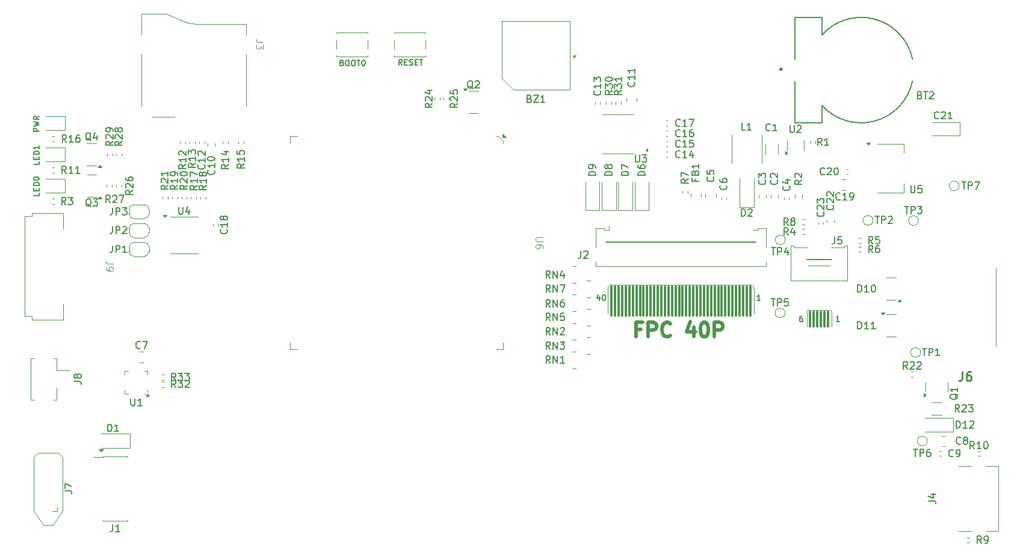
<source format=gbr>
%TF.GenerationSoftware,KiCad,Pcbnew,8.0.4*%
%TF.CreationDate,2024-10-13T10:09:03+07:00*%
%TF.ProjectId,lcd-standard-5R,6c63642d-7374-4616-9e64-6172642d3552,rev?*%
%TF.SameCoordinates,Original*%
%TF.FileFunction,Legend,Top*%
%TF.FilePolarity,Positive*%
%FSLAX46Y46*%
G04 Gerber Fmt 4.6, Leading zero omitted, Abs format (unit mm)*
G04 Created by KiCad (PCBNEW 8.0.4) date 2024-10-13 10:09:03*
%MOMM*%
%LPD*%
G01*
G04 APERTURE LIST*
%ADD10C,0.300000*%
%ADD11C,0.000000*%
%ADD12C,0.200000*%
%ADD13C,0.050000*%
%ADD14C,0.100000*%
%ADD15C,0.500000*%
%ADD16C,0.150000*%
%ADD17C,0.254000*%
%ADD18C,0.120000*%
%ADD19C,0.127000*%
G04 APERTURE END LIST*
D10*
X178874400Y-92354400D02*
X178874400Y-96354400D01*
X159874400Y-92354400D02*
X159874400Y-96354400D01*
X165374400Y-92354400D02*
X165374400Y-96354400D01*
X170874400Y-92354400D02*
X170874400Y-96354400D01*
X167374400Y-92354400D02*
X167374400Y-96354400D01*
D11*
G36*
X144729200Y-71399400D02*
G01*
X144043400Y-71399400D01*
X144043400Y-70713600D01*
X144729200Y-71399400D01*
G37*
D12*
X179624400Y-86013400D02*
X158624400Y-86013400D01*
D10*
X168874400Y-92354400D02*
X168874400Y-96354400D01*
X164874400Y-92354400D02*
X164874400Y-96354400D01*
D13*
X159374400Y-92049600D02*
X178874400Y-92049600D01*
D14*
X187074400Y-95605200D02*
X190074400Y-95605200D01*
D13*
X178874400Y-92049600D02*
G75*
G02*
X179374400Y-92549600I0J-500000D01*
G01*
D10*
X172374400Y-92354400D02*
X172374400Y-96354400D01*
D13*
X179374400Y-92549600D02*
X179374400Y-96049600D01*
D10*
X178374400Y-92354400D02*
X178374400Y-96354400D01*
X164374400Y-92354400D02*
X164374400Y-96354400D01*
X171874400Y-92354400D02*
X171874400Y-96354400D01*
X169374400Y-92354400D02*
X169374400Y-96354400D01*
D14*
X186824400Y-95855200D02*
X186824400Y-97905200D01*
D10*
X173374400Y-92354400D02*
X173374400Y-96354400D01*
X169874400Y-92354400D02*
X169874400Y-96354400D01*
X163374400Y-92354400D02*
X163374400Y-96354400D01*
X159374400Y-92354400D02*
X159374400Y-96354400D01*
D13*
X158874400Y-92549600D02*
G75*
G02*
X159374400Y-92049600I500000J0D01*
G01*
D14*
X190324400Y-95855200D02*
X190324400Y-97905200D01*
D10*
X163874400Y-92354400D02*
X163874400Y-96354400D01*
X166374400Y-92354400D02*
X166374400Y-96354400D01*
D13*
X158874400Y-92549600D02*
X158874400Y-96049600D01*
D14*
X186824400Y-95855200D02*
G75*
G02*
X187074400Y-95605200I250000J0D01*
G01*
D10*
X170374400Y-92354400D02*
X170374400Y-96354400D01*
X175874400Y-92354400D02*
X175874400Y-96354400D01*
X175374400Y-92354400D02*
X175374400Y-96354400D01*
X162874400Y-92354400D02*
X162874400Y-96354400D01*
X160874400Y-92354400D02*
X160874400Y-96354400D01*
X161374400Y-92354400D02*
X161374400Y-96354400D01*
X171374400Y-92354400D02*
X171374400Y-96354400D01*
X162374400Y-92354400D02*
X162374400Y-96354400D01*
X188324400Y-95905200D02*
X188324400Y-97905200D01*
X165874400Y-92354400D02*
X165874400Y-96354400D01*
X160374400Y-92354400D02*
X160374400Y-96354400D01*
X172874400Y-92354400D02*
X172874400Y-96354400D01*
X188824400Y-95905200D02*
X188824400Y-97905200D01*
D14*
X190074400Y-95605200D02*
G75*
G02*
X190324400Y-95855200I0J-250000D01*
G01*
D10*
X189324400Y-95905200D02*
X189324400Y-97905200D01*
X176874400Y-92354400D02*
X176874400Y-96354400D01*
X176374400Y-92354400D02*
X176374400Y-96354400D01*
D12*
X190324400Y-88513400D02*
X186824400Y-88513400D01*
D10*
X187324400Y-95905200D02*
X187324400Y-97905200D01*
X174374400Y-92354400D02*
X174374400Y-96354400D01*
X177874400Y-92354400D02*
X177874400Y-96354400D01*
X161874400Y-92354400D02*
X161874400Y-96354400D01*
X174874400Y-92354400D02*
X174874400Y-96354400D01*
X177374400Y-92354400D02*
X177374400Y-96354400D01*
X166874400Y-92354400D02*
X166874400Y-96354400D01*
D11*
G36*
X87585000Y-115570000D02*
G01*
X87178600Y-115163600D01*
X87991400Y-115163600D01*
X87585000Y-115570000D01*
G37*
D10*
X173874400Y-92354400D02*
X173874400Y-96354400D01*
X167874400Y-92354400D02*
X167874400Y-96354400D01*
X189824400Y-95905200D02*
X189824400Y-97905200D01*
X168374400Y-92354400D02*
X168374400Y-96354400D01*
X187824400Y-95905200D02*
X187824400Y-97905200D01*
D12*
X78834895Y-79114060D02*
X78834895Y-79495012D01*
X78834895Y-79495012D02*
X78034895Y-79495012D01*
X78415847Y-78847393D02*
X78415847Y-78580727D01*
X78834895Y-78466441D02*
X78834895Y-78847393D01*
X78834895Y-78847393D02*
X78034895Y-78847393D01*
X78034895Y-78847393D02*
X78034895Y-78466441D01*
X78834895Y-78123583D02*
X78034895Y-78123583D01*
X78034895Y-78123583D02*
X78034895Y-77933107D01*
X78034895Y-77933107D02*
X78072990Y-77818821D01*
X78072990Y-77818821D02*
X78149180Y-77742631D01*
X78149180Y-77742631D02*
X78225371Y-77704536D01*
X78225371Y-77704536D02*
X78377752Y-77666440D01*
X78377752Y-77666440D02*
X78492038Y-77666440D01*
X78492038Y-77666440D02*
X78644419Y-77704536D01*
X78644419Y-77704536D02*
X78720609Y-77742631D01*
X78720609Y-77742631D02*
X78796800Y-77818821D01*
X78796800Y-77818821D02*
X78834895Y-77933107D01*
X78834895Y-77933107D02*
X78834895Y-78123583D01*
X78034895Y-77171202D02*
X78034895Y-77095012D01*
X78034895Y-77095012D02*
X78072990Y-77018821D01*
X78072990Y-77018821D02*
X78111085Y-76980726D01*
X78111085Y-76980726D02*
X78187276Y-76942631D01*
X78187276Y-76942631D02*
X78339657Y-76904536D01*
X78339657Y-76904536D02*
X78530133Y-76904536D01*
X78530133Y-76904536D02*
X78682514Y-76942631D01*
X78682514Y-76942631D02*
X78758704Y-76980726D01*
X78758704Y-76980726D02*
X78796800Y-77018821D01*
X78796800Y-77018821D02*
X78834895Y-77095012D01*
X78834895Y-77095012D02*
X78834895Y-77171202D01*
X78834895Y-77171202D02*
X78796800Y-77247393D01*
X78796800Y-77247393D02*
X78758704Y-77285488D01*
X78758704Y-77285488D02*
X78682514Y-77323583D01*
X78682514Y-77323583D02*
X78530133Y-77361679D01*
X78530133Y-77361679D02*
X78339657Y-77361679D01*
X78339657Y-77361679D02*
X78187276Y-77323583D01*
X78187276Y-77323583D02*
X78111085Y-77285488D01*
X78111085Y-77285488D02*
X78072990Y-77247393D01*
X78072990Y-77247393D02*
X78034895Y-77171202D01*
D15*
X163478404Y-98300419D02*
X162811737Y-98300419D01*
X162811737Y-99348038D02*
X162811737Y-97348038D01*
X162811737Y-97348038D02*
X163764118Y-97348038D01*
X164526023Y-99348038D02*
X164526023Y-97348038D01*
X164526023Y-97348038D02*
X165287928Y-97348038D01*
X165287928Y-97348038D02*
X165478404Y-97443276D01*
X165478404Y-97443276D02*
X165573642Y-97538514D01*
X165573642Y-97538514D02*
X165668880Y-97728990D01*
X165668880Y-97728990D02*
X165668880Y-98014704D01*
X165668880Y-98014704D02*
X165573642Y-98205180D01*
X165573642Y-98205180D02*
X165478404Y-98300419D01*
X165478404Y-98300419D02*
X165287928Y-98395657D01*
X165287928Y-98395657D02*
X164526023Y-98395657D01*
X167668880Y-99157561D02*
X167573642Y-99252800D01*
X167573642Y-99252800D02*
X167287928Y-99348038D01*
X167287928Y-99348038D02*
X167097452Y-99348038D01*
X167097452Y-99348038D02*
X166811737Y-99252800D01*
X166811737Y-99252800D02*
X166621261Y-99062323D01*
X166621261Y-99062323D02*
X166526023Y-98871847D01*
X166526023Y-98871847D02*
X166430785Y-98490895D01*
X166430785Y-98490895D02*
X166430785Y-98205180D01*
X166430785Y-98205180D02*
X166526023Y-97824228D01*
X166526023Y-97824228D02*
X166621261Y-97633752D01*
X166621261Y-97633752D02*
X166811737Y-97443276D01*
X166811737Y-97443276D02*
X167097452Y-97348038D01*
X167097452Y-97348038D02*
X167287928Y-97348038D01*
X167287928Y-97348038D02*
X167573642Y-97443276D01*
X167573642Y-97443276D02*
X167668880Y-97538514D01*
X170906976Y-98014704D02*
X170906976Y-99348038D01*
X170430785Y-97252800D02*
X169954595Y-98681371D01*
X169954595Y-98681371D02*
X171192690Y-98681371D01*
X172335547Y-97348038D02*
X172526024Y-97348038D01*
X172526024Y-97348038D02*
X172716500Y-97443276D01*
X172716500Y-97443276D02*
X172811738Y-97538514D01*
X172811738Y-97538514D02*
X172906976Y-97728990D01*
X172906976Y-97728990D02*
X173002214Y-98109942D01*
X173002214Y-98109942D02*
X173002214Y-98586133D01*
X173002214Y-98586133D02*
X172906976Y-98967085D01*
X172906976Y-98967085D02*
X172811738Y-99157561D01*
X172811738Y-99157561D02*
X172716500Y-99252800D01*
X172716500Y-99252800D02*
X172526024Y-99348038D01*
X172526024Y-99348038D02*
X172335547Y-99348038D01*
X172335547Y-99348038D02*
X172145071Y-99252800D01*
X172145071Y-99252800D02*
X172049833Y-99157561D01*
X172049833Y-99157561D02*
X171954595Y-98967085D01*
X171954595Y-98967085D02*
X171859357Y-98586133D01*
X171859357Y-98586133D02*
X171859357Y-98109942D01*
X171859357Y-98109942D02*
X171954595Y-97728990D01*
X171954595Y-97728990D02*
X172049833Y-97538514D01*
X172049833Y-97538514D02*
X172145071Y-97443276D01*
X172145071Y-97443276D02*
X172335547Y-97348038D01*
X173859357Y-99348038D02*
X173859357Y-97348038D01*
X173859357Y-97348038D02*
X174621262Y-97348038D01*
X174621262Y-97348038D02*
X174811738Y-97443276D01*
X174811738Y-97443276D02*
X174906976Y-97538514D01*
X174906976Y-97538514D02*
X175002214Y-97728990D01*
X175002214Y-97728990D02*
X175002214Y-98014704D01*
X175002214Y-98014704D02*
X174906976Y-98205180D01*
X174906976Y-98205180D02*
X174811738Y-98300419D01*
X174811738Y-98300419D02*
X174621262Y-98395657D01*
X174621262Y-98395657D02*
X173859357Y-98395657D01*
D12*
X121441920Y-60839047D02*
X121556206Y-60877142D01*
X121556206Y-60877142D02*
X121594301Y-60915238D01*
X121594301Y-60915238D02*
X121632397Y-60991428D01*
X121632397Y-60991428D02*
X121632397Y-61105714D01*
X121632397Y-61105714D02*
X121594301Y-61181904D01*
X121594301Y-61181904D02*
X121556206Y-61220000D01*
X121556206Y-61220000D02*
X121480016Y-61258095D01*
X121480016Y-61258095D02*
X121175254Y-61258095D01*
X121175254Y-61258095D02*
X121175254Y-60458095D01*
X121175254Y-60458095D02*
X121441920Y-60458095D01*
X121441920Y-60458095D02*
X121518111Y-60496190D01*
X121518111Y-60496190D02*
X121556206Y-60534285D01*
X121556206Y-60534285D02*
X121594301Y-60610476D01*
X121594301Y-60610476D02*
X121594301Y-60686666D01*
X121594301Y-60686666D02*
X121556206Y-60762857D01*
X121556206Y-60762857D02*
X121518111Y-60800952D01*
X121518111Y-60800952D02*
X121441920Y-60839047D01*
X121441920Y-60839047D02*
X121175254Y-60839047D01*
X122127635Y-60458095D02*
X122280016Y-60458095D01*
X122280016Y-60458095D02*
X122356206Y-60496190D01*
X122356206Y-60496190D02*
X122432397Y-60572380D01*
X122432397Y-60572380D02*
X122470492Y-60724761D01*
X122470492Y-60724761D02*
X122470492Y-60991428D01*
X122470492Y-60991428D02*
X122432397Y-61143809D01*
X122432397Y-61143809D02*
X122356206Y-61220000D01*
X122356206Y-61220000D02*
X122280016Y-61258095D01*
X122280016Y-61258095D02*
X122127635Y-61258095D01*
X122127635Y-61258095D02*
X122051444Y-61220000D01*
X122051444Y-61220000D02*
X121975254Y-61143809D01*
X121975254Y-61143809D02*
X121937158Y-60991428D01*
X121937158Y-60991428D02*
X121937158Y-60724761D01*
X121937158Y-60724761D02*
X121975254Y-60572380D01*
X121975254Y-60572380D02*
X122051444Y-60496190D01*
X122051444Y-60496190D02*
X122127635Y-60458095D01*
X122965730Y-60458095D02*
X123118111Y-60458095D01*
X123118111Y-60458095D02*
X123194301Y-60496190D01*
X123194301Y-60496190D02*
X123270492Y-60572380D01*
X123270492Y-60572380D02*
X123308587Y-60724761D01*
X123308587Y-60724761D02*
X123308587Y-60991428D01*
X123308587Y-60991428D02*
X123270492Y-61143809D01*
X123270492Y-61143809D02*
X123194301Y-61220000D01*
X123194301Y-61220000D02*
X123118111Y-61258095D01*
X123118111Y-61258095D02*
X122965730Y-61258095D01*
X122965730Y-61258095D02*
X122889539Y-61220000D01*
X122889539Y-61220000D02*
X122813349Y-61143809D01*
X122813349Y-61143809D02*
X122775253Y-60991428D01*
X122775253Y-60991428D02*
X122775253Y-60724761D01*
X122775253Y-60724761D02*
X122813349Y-60572380D01*
X122813349Y-60572380D02*
X122889539Y-60496190D01*
X122889539Y-60496190D02*
X122965730Y-60458095D01*
X123537158Y-60458095D02*
X123994301Y-60458095D01*
X123765729Y-61258095D02*
X123765729Y-60458095D01*
X124413349Y-60458095D02*
X124489539Y-60458095D01*
X124489539Y-60458095D02*
X124565730Y-60496190D01*
X124565730Y-60496190D02*
X124603825Y-60534285D01*
X124603825Y-60534285D02*
X124641920Y-60610476D01*
X124641920Y-60610476D02*
X124680015Y-60762857D01*
X124680015Y-60762857D02*
X124680015Y-60953333D01*
X124680015Y-60953333D02*
X124641920Y-61105714D01*
X124641920Y-61105714D02*
X124603825Y-61181904D01*
X124603825Y-61181904D02*
X124565730Y-61220000D01*
X124565730Y-61220000D02*
X124489539Y-61258095D01*
X124489539Y-61258095D02*
X124413349Y-61258095D01*
X124413349Y-61258095D02*
X124337158Y-61220000D01*
X124337158Y-61220000D02*
X124299063Y-61181904D01*
X124299063Y-61181904D02*
X124260968Y-61105714D01*
X124260968Y-61105714D02*
X124222872Y-60953333D01*
X124222872Y-60953333D02*
X124222872Y-60762857D01*
X124222872Y-60762857D02*
X124260968Y-60610476D01*
X124260968Y-60610476D02*
X124299063Y-60534285D01*
X124299063Y-60534285D02*
X124337158Y-60496190D01*
X124337158Y-60496190D02*
X124413349Y-60458095D01*
X78834895Y-74720684D02*
X78834895Y-75101636D01*
X78834895Y-75101636D02*
X78034895Y-75101636D01*
X78415847Y-74454017D02*
X78415847Y-74187351D01*
X78834895Y-74073065D02*
X78834895Y-74454017D01*
X78834895Y-74454017D02*
X78034895Y-74454017D01*
X78034895Y-74454017D02*
X78034895Y-74073065D01*
X78834895Y-73730207D02*
X78034895Y-73730207D01*
X78034895Y-73730207D02*
X78034895Y-73539731D01*
X78034895Y-73539731D02*
X78072990Y-73425445D01*
X78072990Y-73425445D02*
X78149180Y-73349255D01*
X78149180Y-73349255D02*
X78225371Y-73311160D01*
X78225371Y-73311160D02*
X78377752Y-73273064D01*
X78377752Y-73273064D02*
X78492038Y-73273064D01*
X78492038Y-73273064D02*
X78644419Y-73311160D01*
X78644419Y-73311160D02*
X78720609Y-73349255D01*
X78720609Y-73349255D02*
X78796800Y-73425445D01*
X78796800Y-73425445D02*
X78834895Y-73539731D01*
X78834895Y-73539731D02*
X78834895Y-73730207D01*
X78834895Y-72511160D02*
X78834895Y-72968303D01*
X78834895Y-72739731D02*
X78034895Y-72739731D01*
X78034895Y-72739731D02*
X78149180Y-72815922D01*
X78149180Y-72815922D02*
X78225371Y-72892112D01*
X78225371Y-72892112D02*
X78263466Y-72968303D01*
X157667711Y-93693961D02*
X157667711Y-94227295D01*
X157477235Y-93389200D02*
X157286758Y-93960628D01*
X157286758Y-93960628D02*
X157781997Y-93960628D01*
X158239140Y-93427295D02*
X158315330Y-93427295D01*
X158315330Y-93427295D02*
X158391521Y-93465390D01*
X158391521Y-93465390D02*
X158429616Y-93503485D01*
X158429616Y-93503485D02*
X158467711Y-93579676D01*
X158467711Y-93579676D02*
X158505806Y-93732057D01*
X158505806Y-93732057D02*
X158505806Y-93922533D01*
X158505806Y-93922533D02*
X158467711Y-94074914D01*
X158467711Y-94074914D02*
X158429616Y-94151104D01*
X158429616Y-94151104D02*
X158391521Y-94189200D01*
X158391521Y-94189200D02*
X158315330Y-94227295D01*
X158315330Y-94227295D02*
X158239140Y-94227295D01*
X158239140Y-94227295D02*
X158162949Y-94189200D01*
X158162949Y-94189200D02*
X158124854Y-94151104D01*
X158124854Y-94151104D02*
X158086759Y-94074914D01*
X158086759Y-94074914D02*
X158048663Y-93922533D01*
X158048663Y-93922533D02*
X158048663Y-93732057D01*
X158048663Y-93732057D02*
X158086759Y-93579676D01*
X158086759Y-93579676D02*
X158124854Y-93503485D01*
X158124854Y-93503485D02*
X158162949Y-93465390D01*
X158162949Y-93465390D02*
X158239140Y-93427295D01*
X78834895Y-70498736D02*
X78034895Y-70498736D01*
X78034895Y-70498736D02*
X78034895Y-70193974D01*
X78034895Y-70193974D02*
X78072990Y-70117784D01*
X78072990Y-70117784D02*
X78111085Y-70079689D01*
X78111085Y-70079689D02*
X78187276Y-70041593D01*
X78187276Y-70041593D02*
X78301561Y-70041593D01*
X78301561Y-70041593D02*
X78377752Y-70079689D01*
X78377752Y-70079689D02*
X78415847Y-70117784D01*
X78415847Y-70117784D02*
X78453942Y-70193974D01*
X78453942Y-70193974D02*
X78453942Y-70498736D01*
X78034895Y-69774927D02*
X78834895Y-69584451D01*
X78834895Y-69584451D02*
X78263466Y-69432070D01*
X78263466Y-69432070D02*
X78834895Y-69279689D01*
X78834895Y-69279689D02*
X78034895Y-69089213D01*
X78834895Y-68327307D02*
X78453942Y-68593974D01*
X78834895Y-68784450D02*
X78034895Y-68784450D01*
X78034895Y-68784450D02*
X78034895Y-68479688D01*
X78034895Y-68479688D02*
X78072990Y-68403498D01*
X78072990Y-68403498D02*
X78111085Y-68365403D01*
X78111085Y-68365403D02*
X78187276Y-68327307D01*
X78187276Y-68327307D02*
X78301561Y-68327307D01*
X78301561Y-68327307D02*
X78377752Y-68365403D01*
X78377752Y-68365403D02*
X78415847Y-68403498D01*
X78415847Y-68403498D02*
X78453942Y-68479688D01*
X78453942Y-68479688D02*
X78453942Y-68784450D01*
X180299101Y-94246095D02*
X179841958Y-94246095D01*
X180070530Y-94246095D02*
X180070530Y-93446095D01*
X180070530Y-93446095D02*
X179994339Y-93560380D01*
X179994339Y-93560380D02*
X179918149Y-93636571D01*
X179918149Y-93636571D02*
X179841958Y-93674666D01*
X191444301Y-97224495D02*
X190987158Y-97224495D01*
X191215730Y-97224495D02*
X191215730Y-96424495D01*
X191215730Y-96424495D02*
X191139539Y-96538780D01*
X191139539Y-96538780D02*
X191063349Y-96614971D01*
X191063349Y-96614971D02*
X190987158Y-96653066D01*
X129887397Y-61181895D02*
X129620730Y-60800942D01*
X129430254Y-61181895D02*
X129430254Y-60381895D01*
X129430254Y-60381895D02*
X129735016Y-60381895D01*
X129735016Y-60381895D02*
X129811206Y-60419990D01*
X129811206Y-60419990D02*
X129849301Y-60458085D01*
X129849301Y-60458085D02*
X129887397Y-60534276D01*
X129887397Y-60534276D02*
X129887397Y-60648561D01*
X129887397Y-60648561D02*
X129849301Y-60724752D01*
X129849301Y-60724752D02*
X129811206Y-60762847D01*
X129811206Y-60762847D02*
X129735016Y-60800942D01*
X129735016Y-60800942D02*
X129430254Y-60800942D01*
X130230254Y-60762847D02*
X130496920Y-60762847D01*
X130611206Y-61181895D02*
X130230254Y-61181895D01*
X130230254Y-61181895D02*
X130230254Y-60381895D01*
X130230254Y-60381895D02*
X130611206Y-60381895D01*
X130915968Y-61143800D02*
X131030254Y-61181895D01*
X131030254Y-61181895D02*
X131220730Y-61181895D01*
X131220730Y-61181895D02*
X131296921Y-61143800D01*
X131296921Y-61143800D02*
X131335016Y-61105704D01*
X131335016Y-61105704D02*
X131373111Y-61029514D01*
X131373111Y-61029514D02*
X131373111Y-60953323D01*
X131373111Y-60953323D02*
X131335016Y-60877133D01*
X131335016Y-60877133D02*
X131296921Y-60839038D01*
X131296921Y-60839038D02*
X131220730Y-60800942D01*
X131220730Y-60800942D02*
X131068349Y-60762847D01*
X131068349Y-60762847D02*
X130992159Y-60724752D01*
X130992159Y-60724752D02*
X130954064Y-60686657D01*
X130954064Y-60686657D02*
X130915968Y-60610466D01*
X130915968Y-60610466D02*
X130915968Y-60534276D01*
X130915968Y-60534276D02*
X130954064Y-60458085D01*
X130954064Y-60458085D02*
X130992159Y-60419990D01*
X130992159Y-60419990D02*
X131068349Y-60381895D01*
X131068349Y-60381895D02*
X131258826Y-60381895D01*
X131258826Y-60381895D02*
X131373111Y-60419990D01*
X131715969Y-60762847D02*
X131982635Y-60762847D01*
X132096921Y-61181895D02*
X131715969Y-61181895D01*
X131715969Y-61181895D02*
X131715969Y-60381895D01*
X131715969Y-60381895D02*
X132096921Y-60381895D01*
X132325493Y-60381895D02*
X132782636Y-60381895D01*
X132554064Y-61181895D02*
X132554064Y-60381895D01*
X186211911Y-96449895D02*
X186059530Y-96449895D01*
X186059530Y-96449895D02*
X185983339Y-96487990D01*
X185983339Y-96487990D02*
X185945244Y-96526085D01*
X185945244Y-96526085D02*
X185869054Y-96640371D01*
X185869054Y-96640371D02*
X185830958Y-96792752D01*
X185830958Y-96792752D02*
X185830958Y-97097514D01*
X185830958Y-97097514D02*
X185869054Y-97173704D01*
X185869054Y-97173704D02*
X185907149Y-97211800D01*
X185907149Y-97211800D02*
X185983339Y-97249895D01*
X185983339Y-97249895D02*
X186135720Y-97249895D01*
X186135720Y-97249895D02*
X186211911Y-97211800D01*
X186211911Y-97211800D02*
X186250006Y-97173704D01*
X186250006Y-97173704D02*
X186288101Y-97097514D01*
X186288101Y-97097514D02*
X186288101Y-96907038D01*
X186288101Y-96907038D02*
X186250006Y-96830847D01*
X186250006Y-96830847D02*
X186211911Y-96792752D01*
X186211911Y-96792752D02*
X186135720Y-96754657D01*
X186135720Y-96754657D02*
X185983339Y-96754657D01*
X185983339Y-96754657D02*
X185907149Y-96792752D01*
X185907149Y-96792752D02*
X185869054Y-96830847D01*
X185869054Y-96830847D02*
X185830958Y-96907038D01*
D16*
X184480295Y-69643419D02*
X184480295Y-70452942D01*
X184480295Y-70452942D02*
X184527914Y-70548180D01*
X184527914Y-70548180D02*
X184575533Y-70595800D01*
X184575533Y-70595800D02*
X184670771Y-70643419D01*
X184670771Y-70643419D02*
X184861247Y-70643419D01*
X184861247Y-70643419D02*
X184956485Y-70595800D01*
X184956485Y-70595800D02*
X185004104Y-70548180D01*
X185004104Y-70548180D02*
X185051723Y-70452942D01*
X185051723Y-70452942D02*
X185051723Y-69643419D01*
X185480295Y-69738657D02*
X185527914Y-69691038D01*
X185527914Y-69691038D02*
X185623152Y-69643419D01*
X185623152Y-69643419D02*
X185861247Y-69643419D01*
X185861247Y-69643419D02*
X185956485Y-69691038D01*
X185956485Y-69691038D02*
X186004104Y-69738657D01*
X186004104Y-69738657D02*
X186051723Y-69833895D01*
X186051723Y-69833895D02*
X186051723Y-69929133D01*
X186051723Y-69929133D02*
X186004104Y-70071990D01*
X186004104Y-70071990D02*
X185432676Y-70643419D01*
X185432676Y-70643419D02*
X186051723Y-70643419D01*
X180956380Y-77343266D02*
X181004000Y-77390885D01*
X181004000Y-77390885D02*
X181051619Y-77533742D01*
X181051619Y-77533742D02*
X181051619Y-77628980D01*
X181051619Y-77628980D02*
X181004000Y-77771837D01*
X181004000Y-77771837D02*
X180908761Y-77867075D01*
X180908761Y-77867075D02*
X180813523Y-77914694D01*
X180813523Y-77914694D02*
X180623047Y-77962313D01*
X180623047Y-77962313D02*
X180480190Y-77962313D01*
X180480190Y-77962313D02*
X180289714Y-77914694D01*
X180289714Y-77914694D02*
X180194476Y-77867075D01*
X180194476Y-77867075D02*
X180099238Y-77771837D01*
X180099238Y-77771837D02*
X180051619Y-77628980D01*
X180051619Y-77628980D02*
X180051619Y-77533742D01*
X180051619Y-77533742D02*
X180099238Y-77390885D01*
X180099238Y-77390885D02*
X180146857Y-77343266D01*
X180051619Y-77009932D02*
X180051619Y-76390885D01*
X180051619Y-76390885D02*
X180432571Y-76724218D01*
X180432571Y-76724218D02*
X180432571Y-76581361D01*
X180432571Y-76581361D02*
X180480190Y-76486123D01*
X180480190Y-76486123D02*
X180527809Y-76438504D01*
X180527809Y-76438504D02*
X180623047Y-76390885D01*
X180623047Y-76390885D02*
X180861142Y-76390885D01*
X180861142Y-76390885D02*
X180956380Y-76438504D01*
X180956380Y-76438504D02*
X181004000Y-76486123D01*
X181004000Y-76486123D02*
X181051619Y-76581361D01*
X181051619Y-76581361D02*
X181051619Y-76867075D01*
X181051619Y-76867075D02*
X181004000Y-76962313D01*
X181004000Y-76962313D02*
X180956380Y-77009932D01*
X182641246Y-77343266D02*
X182688866Y-77390885D01*
X182688866Y-77390885D02*
X182736485Y-77533742D01*
X182736485Y-77533742D02*
X182736485Y-77628980D01*
X182736485Y-77628980D02*
X182688866Y-77771837D01*
X182688866Y-77771837D02*
X182593627Y-77867075D01*
X182593627Y-77867075D02*
X182498389Y-77914694D01*
X182498389Y-77914694D02*
X182307913Y-77962313D01*
X182307913Y-77962313D02*
X182165056Y-77962313D01*
X182165056Y-77962313D02*
X181974580Y-77914694D01*
X181974580Y-77914694D02*
X181879342Y-77867075D01*
X181879342Y-77867075D02*
X181784104Y-77771837D01*
X181784104Y-77771837D02*
X181736485Y-77628980D01*
X181736485Y-77628980D02*
X181736485Y-77533742D01*
X181736485Y-77533742D02*
X181784104Y-77390885D01*
X181784104Y-77390885D02*
X181831723Y-77343266D01*
X181831723Y-76962313D02*
X181784104Y-76914694D01*
X181784104Y-76914694D02*
X181736485Y-76819456D01*
X181736485Y-76819456D02*
X181736485Y-76581361D01*
X181736485Y-76581361D02*
X181784104Y-76486123D01*
X181784104Y-76486123D02*
X181831723Y-76438504D01*
X181831723Y-76438504D02*
X181926961Y-76390885D01*
X181926961Y-76390885D02*
X182022199Y-76390885D01*
X182022199Y-76390885D02*
X182165056Y-76438504D01*
X182165056Y-76438504D02*
X182736485Y-77009932D01*
X182736485Y-77009932D02*
X182736485Y-76390885D01*
X99660819Y-78062057D02*
X99184628Y-78395390D01*
X99660819Y-78633485D02*
X98660819Y-78633485D01*
X98660819Y-78633485D02*
X98660819Y-78252533D01*
X98660819Y-78252533D02*
X98708438Y-78157295D01*
X98708438Y-78157295D02*
X98756057Y-78109676D01*
X98756057Y-78109676D02*
X98851295Y-78062057D01*
X98851295Y-78062057D02*
X98994152Y-78062057D01*
X98994152Y-78062057D02*
X99089390Y-78109676D01*
X99089390Y-78109676D02*
X99137009Y-78157295D01*
X99137009Y-78157295D02*
X99184628Y-78252533D01*
X99184628Y-78252533D02*
X99184628Y-78633485D01*
X98756057Y-77681104D02*
X98708438Y-77633485D01*
X98708438Y-77633485D02*
X98660819Y-77538247D01*
X98660819Y-77538247D02*
X98660819Y-77300152D01*
X98660819Y-77300152D02*
X98708438Y-77204914D01*
X98708438Y-77204914D02*
X98756057Y-77157295D01*
X98756057Y-77157295D02*
X98851295Y-77109676D01*
X98851295Y-77109676D02*
X98946533Y-77109676D01*
X98946533Y-77109676D02*
X99089390Y-77157295D01*
X99089390Y-77157295D02*
X99660819Y-77728723D01*
X99660819Y-77728723D02*
X99660819Y-77109676D01*
X98660819Y-76490628D02*
X98660819Y-76395390D01*
X98660819Y-76395390D02*
X98708438Y-76300152D01*
X98708438Y-76300152D02*
X98756057Y-76252533D01*
X98756057Y-76252533D02*
X98851295Y-76204914D01*
X98851295Y-76204914D02*
X99041771Y-76157295D01*
X99041771Y-76157295D02*
X99279866Y-76157295D01*
X99279866Y-76157295D02*
X99470342Y-76204914D01*
X99470342Y-76204914D02*
X99565580Y-76252533D01*
X99565580Y-76252533D02*
X99613200Y-76300152D01*
X99613200Y-76300152D02*
X99660819Y-76395390D01*
X99660819Y-76395390D02*
X99660819Y-76490628D01*
X99660819Y-76490628D02*
X99613200Y-76585866D01*
X99613200Y-76585866D02*
X99565580Y-76633485D01*
X99565580Y-76633485D02*
X99470342Y-76681104D01*
X99470342Y-76681104D02*
X99279866Y-76728723D01*
X99279866Y-76728723D02*
X99041771Y-76728723D01*
X99041771Y-76728723D02*
X98851295Y-76681104D01*
X98851295Y-76681104D02*
X98756057Y-76633485D01*
X98756057Y-76633485D02*
X98708438Y-76585866D01*
X98708438Y-76585866D02*
X98660819Y-76490628D01*
X160788751Y-64760657D02*
X160312560Y-65093990D01*
X160788751Y-65332085D02*
X159788751Y-65332085D01*
X159788751Y-65332085D02*
X159788751Y-64951133D01*
X159788751Y-64951133D02*
X159836370Y-64855895D01*
X159836370Y-64855895D02*
X159883989Y-64808276D01*
X159883989Y-64808276D02*
X159979227Y-64760657D01*
X159979227Y-64760657D02*
X160122084Y-64760657D01*
X160122084Y-64760657D02*
X160217322Y-64808276D01*
X160217322Y-64808276D02*
X160264941Y-64855895D01*
X160264941Y-64855895D02*
X160312560Y-64951133D01*
X160312560Y-64951133D02*
X160312560Y-65332085D01*
X159788751Y-64427323D02*
X159788751Y-63808276D01*
X159788751Y-63808276D02*
X160169703Y-64141609D01*
X160169703Y-64141609D02*
X160169703Y-63998752D01*
X160169703Y-63998752D02*
X160217322Y-63903514D01*
X160217322Y-63903514D02*
X160264941Y-63855895D01*
X160264941Y-63855895D02*
X160360179Y-63808276D01*
X160360179Y-63808276D02*
X160598274Y-63808276D01*
X160598274Y-63808276D02*
X160693512Y-63855895D01*
X160693512Y-63855895D02*
X160741132Y-63903514D01*
X160741132Y-63903514D02*
X160788751Y-63998752D01*
X160788751Y-63998752D02*
X160788751Y-64284466D01*
X160788751Y-64284466D02*
X160741132Y-64379704D01*
X160741132Y-64379704D02*
X160693512Y-64427323D01*
X160788751Y-62855895D02*
X160788751Y-63427323D01*
X160788751Y-63141609D02*
X159788751Y-63141609D01*
X159788751Y-63141609D02*
X159931608Y-63236847D01*
X159931608Y-63236847D02*
X160026846Y-63332085D01*
X160026846Y-63332085D02*
X160074465Y-63427323D01*
X88815942Y-80490219D02*
X88482609Y-80014028D01*
X88244514Y-80490219D02*
X88244514Y-79490219D01*
X88244514Y-79490219D02*
X88625466Y-79490219D01*
X88625466Y-79490219D02*
X88720704Y-79537838D01*
X88720704Y-79537838D02*
X88768323Y-79585457D01*
X88768323Y-79585457D02*
X88815942Y-79680695D01*
X88815942Y-79680695D02*
X88815942Y-79823552D01*
X88815942Y-79823552D02*
X88768323Y-79918790D01*
X88768323Y-79918790D02*
X88720704Y-79966409D01*
X88720704Y-79966409D02*
X88625466Y-80014028D01*
X88625466Y-80014028D02*
X88244514Y-80014028D01*
X89196895Y-79585457D02*
X89244514Y-79537838D01*
X89244514Y-79537838D02*
X89339752Y-79490219D01*
X89339752Y-79490219D02*
X89577847Y-79490219D01*
X89577847Y-79490219D02*
X89673085Y-79537838D01*
X89673085Y-79537838D02*
X89720704Y-79585457D01*
X89720704Y-79585457D02*
X89768323Y-79680695D01*
X89768323Y-79680695D02*
X89768323Y-79775933D01*
X89768323Y-79775933D02*
X89720704Y-79918790D01*
X89720704Y-79918790D02*
X89149276Y-80490219D01*
X89149276Y-80490219D02*
X89768323Y-80490219D01*
X90101657Y-79490219D02*
X90768323Y-79490219D01*
X90768323Y-79490219D02*
X90339752Y-80490219D01*
X105464219Y-75138457D02*
X104988028Y-75471790D01*
X105464219Y-75709885D02*
X104464219Y-75709885D01*
X104464219Y-75709885D02*
X104464219Y-75328933D01*
X104464219Y-75328933D02*
X104511838Y-75233695D01*
X104511838Y-75233695D02*
X104559457Y-75186076D01*
X104559457Y-75186076D02*
X104654695Y-75138457D01*
X104654695Y-75138457D02*
X104797552Y-75138457D01*
X104797552Y-75138457D02*
X104892790Y-75186076D01*
X104892790Y-75186076D02*
X104940409Y-75233695D01*
X104940409Y-75233695D02*
X104988028Y-75328933D01*
X104988028Y-75328933D02*
X104988028Y-75709885D01*
X105464219Y-74186076D02*
X105464219Y-74757504D01*
X105464219Y-74471790D02*
X104464219Y-74471790D01*
X104464219Y-74471790D02*
X104607076Y-74567028D01*
X104607076Y-74567028D02*
X104702314Y-74662266D01*
X104702314Y-74662266D02*
X104749933Y-74757504D01*
X104797552Y-73328933D02*
X105464219Y-73328933D01*
X104416600Y-73567028D02*
X105130885Y-73805123D01*
X105130885Y-73805123D02*
X105130885Y-73186076D01*
X203108495Y-101005019D02*
X203679923Y-101005019D01*
X203394209Y-102005019D02*
X203394209Y-101005019D01*
X204013257Y-102005019D02*
X204013257Y-101005019D01*
X204013257Y-101005019D02*
X204394209Y-101005019D01*
X204394209Y-101005019D02*
X204489447Y-101052638D01*
X204489447Y-101052638D02*
X204537066Y-101100257D01*
X204537066Y-101100257D02*
X204584685Y-101195495D01*
X204584685Y-101195495D02*
X204584685Y-101338352D01*
X204584685Y-101338352D02*
X204537066Y-101433590D01*
X204537066Y-101433590D02*
X204489447Y-101481209D01*
X204489447Y-101481209D02*
X204394209Y-101528828D01*
X204394209Y-101528828D02*
X204013257Y-101528828D01*
X205537066Y-102005019D02*
X204965638Y-102005019D01*
X205251352Y-102005019D02*
X205251352Y-101005019D01*
X205251352Y-101005019D02*
X205156114Y-101147876D01*
X205156114Y-101147876D02*
X205060876Y-101243114D01*
X205060876Y-101243114D02*
X204965638Y-101290733D01*
X208643695Y-77610619D02*
X209215123Y-77610619D01*
X208929409Y-78610619D02*
X208929409Y-77610619D01*
X209548457Y-78610619D02*
X209548457Y-77610619D01*
X209548457Y-77610619D02*
X209929409Y-77610619D01*
X209929409Y-77610619D02*
X210024647Y-77658238D01*
X210024647Y-77658238D02*
X210072266Y-77705857D01*
X210072266Y-77705857D02*
X210119885Y-77801095D01*
X210119885Y-77801095D02*
X210119885Y-77943952D01*
X210119885Y-77943952D02*
X210072266Y-78039190D01*
X210072266Y-78039190D02*
X210024647Y-78086809D01*
X210024647Y-78086809D02*
X209929409Y-78134428D01*
X209929409Y-78134428D02*
X209548457Y-78134428D01*
X210453219Y-77610619D02*
X211119885Y-77610619D01*
X211119885Y-77610619D02*
X210691314Y-78610619D01*
X175492580Y-78068466D02*
X175540200Y-78116085D01*
X175540200Y-78116085D02*
X175587819Y-78258942D01*
X175587819Y-78258942D02*
X175587819Y-78354180D01*
X175587819Y-78354180D02*
X175540200Y-78497037D01*
X175540200Y-78497037D02*
X175444961Y-78592275D01*
X175444961Y-78592275D02*
X175349723Y-78639894D01*
X175349723Y-78639894D02*
X175159247Y-78687513D01*
X175159247Y-78687513D02*
X175016390Y-78687513D01*
X175016390Y-78687513D02*
X174825914Y-78639894D01*
X174825914Y-78639894D02*
X174730676Y-78592275D01*
X174730676Y-78592275D02*
X174635438Y-78497037D01*
X174635438Y-78497037D02*
X174587819Y-78354180D01*
X174587819Y-78354180D02*
X174587819Y-78258942D01*
X174587819Y-78258942D02*
X174635438Y-78116085D01*
X174635438Y-78116085D02*
X174683057Y-78068466D01*
X174587819Y-77211323D02*
X174587819Y-77401799D01*
X174587819Y-77401799D02*
X174635438Y-77497037D01*
X174635438Y-77497037D02*
X174683057Y-77544656D01*
X174683057Y-77544656D02*
X174825914Y-77639894D01*
X174825914Y-77639894D02*
X175016390Y-77687513D01*
X175016390Y-77687513D02*
X175397342Y-77687513D01*
X175397342Y-77687513D02*
X175492580Y-77639894D01*
X175492580Y-77639894D02*
X175540200Y-77592275D01*
X175540200Y-77592275D02*
X175587819Y-77497037D01*
X175587819Y-77497037D02*
X175587819Y-77306561D01*
X175587819Y-77306561D02*
X175540200Y-77211323D01*
X175540200Y-77211323D02*
X175492580Y-77163704D01*
X175492580Y-77163704D02*
X175397342Y-77116085D01*
X175397342Y-77116085D02*
X175159247Y-77116085D01*
X175159247Y-77116085D02*
X175064009Y-77163704D01*
X175064009Y-77163704D02*
X175016390Y-77211323D01*
X175016390Y-77211323D02*
X174968771Y-77306561D01*
X174968771Y-77306561D02*
X174968771Y-77497037D01*
X174968771Y-77497037D02*
X175016390Y-77592275D01*
X175016390Y-77592275D02*
X175064009Y-77639894D01*
X175064009Y-77639894D02*
X175159247Y-77687513D01*
X103432780Y-75953857D02*
X103480400Y-76001476D01*
X103480400Y-76001476D02*
X103528019Y-76144333D01*
X103528019Y-76144333D02*
X103528019Y-76239571D01*
X103528019Y-76239571D02*
X103480400Y-76382428D01*
X103480400Y-76382428D02*
X103385161Y-76477666D01*
X103385161Y-76477666D02*
X103289923Y-76525285D01*
X103289923Y-76525285D02*
X103099447Y-76572904D01*
X103099447Y-76572904D02*
X102956590Y-76572904D01*
X102956590Y-76572904D02*
X102766114Y-76525285D01*
X102766114Y-76525285D02*
X102670876Y-76477666D01*
X102670876Y-76477666D02*
X102575638Y-76382428D01*
X102575638Y-76382428D02*
X102528019Y-76239571D01*
X102528019Y-76239571D02*
X102528019Y-76144333D01*
X102528019Y-76144333D02*
X102575638Y-76001476D01*
X102575638Y-76001476D02*
X102623257Y-75953857D01*
X103528019Y-75001476D02*
X103528019Y-75572904D01*
X103528019Y-75287190D02*
X102528019Y-75287190D01*
X102528019Y-75287190D02*
X102670876Y-75382428D01*
X102670876Y-75382428D02*
X102766114Y-75477666D01*
X102766114Y-75477666D02*
X102813733Y-75572904D01*
X102528019Y-74382428D02*
X102528019Y-74287190D01*
X102528019Y-74287190D02*
X102575638Y-74191952D01*
X102575638Y-74191952D02*
X102623257Y-74144333D01*
X102623257Y-74144333D02*
X102718495Y-74096714D01*
X102718495Y-74096714D02*
X102908971Y-74049095D01*
X102908971Y-74049095D02*
X103147066Y-74049095D01*
X103147066Y-74049095D02*
X103337542Y-74096714D01*
X103337542Y-74096714D02*
X103432780Y-74144333D01*
X103432780Y-74144333D02*
X103480400Y-74191952D01*
X103480400Y-74191952D02*
X103528019Y-74287190D01*
X103528019Y-74287190D02*
X103528019Y-74382428D01*
X103528019Y-74382428D02*
X103480400Y-74477666D01*
X103480400Y-74477666D02*
X103432780Y-74525285D01*
X103432780Y-74525285D02*
X103337542Y-74572904D01*
X103337542Y-74572904D02*
X103147066Y-74620523D01*
X103147066Y-74620523D02*
X102908971Y-74620523D01*
X102908971Y-74620523D02*
X102718495Y-74572904D01*
X102718495Y-74572904D02*
X102623257Y-74525285D01*
X102623257Y-74525285D02*
X102575638Y-74477666D01*
X102575638Y-74477666D02*
X102528019Y-74382428D01*
X211415333Y-128394619D02*
X211082000Y-127918428D01*
X210843905Y-128394619D02*
X210843905Y-127394619D01*
X210843905Y-127394619D02*
X211224857Y-127394619D01*
X211224857Y-127394619D02*
X211320095Y-127442238D01*
X211320095Y-127442238D02*
X211367714Y-127489857D01*
X211367714Y-127489857D02*
X211415333Y-127585095D01*
X211415333Y-127585095D02*
X211415333Y-127727952D01*
X211415333Y-127727952D02*
X211367714Y-127823190D01*
X211367714Y-127823190D02*
X211320095Y-127870809D01*
X211320095Y-127870809D02*
X211224857Y-127918428D01*
X211224857Y-127918428D02*
X210843905Y-127918428D01*
X211891524Y-128394619D02*
X212082000Y-128394619D01*
X212082000Y-128394619D02*
X212177238Y-128347000D01*
X212177238Y-128347000D02*
X212224857Y-128299380D01*
X212224857Y-128299380D02*
X212320095Y-128156523D01*
X212320095Y-128156523D02*
X212367714Y-127966047D01*
X212367714Y-127966047D02*
X212367714Y-127585095D01*
X212367714Y-127585095D02*
X212320095Y-127489857D01*
X212320095Y-127489857D02*
X212272476Y-127442238D01*
X212272476Y-127442238D02*
X212177238Y-127394619D01*
X212177238Y-127394619D02*
X211986762Y-127394619D01*
X211986762Y-127394619D02*
X211891524Y-127442238D01*
X211891524Y-127442238D02*
X211843905Y-127489857D01*
X211843905Y-127489857D02*
X211796286Y-127585095D01*
X211796286Y-127585095D02*
X211796286Y-127823190D01*
X211796286Y-127823190D02*
X211843905Y-127918428D01*
X211843905Y-127918428D02*
X211891524Y-127966047D01*
X211891524Y-127966047D02*
X211986762Y-128013666D01*
X211986762Y-128013666D02*
X212177238Y-128013666D01*
X212177238Y-128013666D02*
X212272476Y-127966047D01*
X212272476Y-127966047D02*
X212320095Y-127918428D01*
X212320095Y-127918428D02*
X212367714Y-127823190D01*
X201836495Y-115202619D02*
X202407923Y-115202619D01*
X202122209Y-116202619D02*
X202122209Y-115202619D01*
X202741257Y-116202619D02*
X202741257Y-115202619D01*
X202741257Y-115202619D02*
X203122209Y-115202619D01*
X203122209Y-115202619D02*
X203217447Y-115250238D01*
X203217447Y-115250238D02*
X203265066Y-115297857D01*
X203265066Y-115297857D02*
X203312685Y-115393095D01*
X203312685Y-115393095D02*
X203312685Y-115535952D01*
X203312685Y-115535952D02*
X203265066Y-115631190D01*
X203265066Y-115631190D02*
X203217447Y-115678809D01*
X203217447Y-115678809D02*
X203122209Y-115726428D01*
X203122209Y-115726428D02*
X202741257Y-115726428D01*
X204169828Y-115202619D02*
X203979352Y-115202619D01*
X203979352Y-115202619D02*
X203884114Y-115250238D01*
X203884114Y-115250238D02*
X203836495Y-115297857D01*
X203836495Y-115297857D02*
X203741257Y-115440714D01*
X203741257Y-115440714D02*
X203693638Y-115631190D01*
X203693638Y-115631190D02*
X203693638Y-116012142D01*
X203693638Y-116012142D02*
X203741257Y-116107380D01*
X203741257Y-116107380D02*
X203788876Y-116155000D01*
X203788876Y-116155000D02*
X203884114Y-116202619D01*
X203884114Y-116202619D02*
X204074590Y-116202619D01*
X204074590Y-116202619D02*
X204169828Y-116155000D01*
X204169828Y-116155000D02*
X204217447Y-116107380D01*
X204217447Y-116107380D02*
X204265066Y-116012142D01*
X204265066Y-116012142D02*
X204265066Y-115774047D01*
X204265066Y-115774047D02*
X204217447Y-115678809D01*
X204217447Y-115678809D02*
X204169828Y-115631190D01*
X204169828Y-115631190D02*
X204074590Y-115583571D01*
X204074590Y-115583571D02*
X203884114Y-115583571D01*
X203884114Y-115583571D02*
X203788876Y-115631190D01*
X203788876Y-115631190D02*
X203741257Y-115678809D01*
X203741257Y-115678809D02*
X203693638Y-115774047D01*
X194007814Y-98255719D02*
X194007814Y-97255719D01*
X194007814Y-97255719D02*
X194245909Y-97255719D01*
X194245909Y-97255719D02*
X194388766Y-97303338D01*
X194388766Y-97303338D02*
X194484004Y-97398576D01*
X194484004Y-97398576D02*
X194531623Y-97493814D01*
X194531623Y-97493814D02*
X194579242Y-97684290D01*
X194579242Y-97684290D02*
X194579242Y-97827147D01*
X194579242Y-97827147D02*
X194531623Y-98017623D01*
X194531623Y-98017623D02*
X194484004Y-98112861D01*
X194484004Y-98112861D02*
X194388766Y-98208100D01*
X194388766Y-98208100D02*
X194245909Y-98255719D01*
X194245909Y-98255719D02*
X194007814Y-98255719D01*
X195531623Y-98255719D02*
X194960195Y-98255719D01*
X195245909Y-98255719D02*
X195245909Y-97255719D01*
X195245909Y-97255719D02*
X195150671Y-97398576D01*
X195150671Y-97398576D02*
X195055433Y-97493814D01*
X195055433Y-97493814D02*
X194960195Y-97541433D01*
X196484004Y-98255719D02*
X195912576Y-98255719D01*
X196198290Y-98255719D02*
X196198290Y-97255719D01*
X196198290Y-97255719D02*
X196103052Y-97398576D01*
X196103052Y-97398576D02*
X196007814Y-97493814D01*
X196007814Y-97493814D02*
X195912576Y-97541433D01*
X196124533Y-86281419D02*
X195791200Y-85805228D01*
X195553105Y-86281419D02*
X195553105Y-85281419D01*
X195553105Y-85281419D02*
X195934057Y-85281419D01*
X195934057Y-85281419D02*
X196029295Y-85329038D01*
X196029295Y-85329038D02*
X196076914Y-85376657D01*
X196076914Y-85376657D02*
X196124533Y-85471895D01*
X196124533Y-85471895D02*
X196124533Y-85614752D01*
X196124533Y-85614752D02*
X196076914Y-85709990D01*
X196076914Y-85709990D02*
X196029295Y-85757609D01*
X196029295Y-85757609D02*
X195934057Y-85805228D01*
X195934057Y-85805228D02*
X195553105Y-85805228D01*
X197029295Y-85281419D02*
X196553105Y-85281419D01*
X196553105Y-85281419D02*
X196505486Y-85757609D01*
X196505486Y-85757609D02*
X196553105Y-85709990D01*
X196553105Y-85709990D02*
X196648343Y-85662371D01*
X196648343Y-85662371D02*
X196886438Y-85662371D01*
X196886438Y-85662371D02*
X196981676Y-85709990D01*
X196981676Y-85709990D02*
X197029295Y-85757609D01*
X197029295Y-85757609D02*
X197076914Y-85852847D01*
X197076914Y-85852847D02*
X197076914Y-86090942D01*
X197076914Y-86090942D02*
X197029295Y-86186180D01*
X197029295Y-86186180D02*
X196981676Y-86233800D01*
X196981676Y-86233800D02*
X196886438Y-86281419D01*
X196886438Y-86281419D02*
X196648343Y-86281419D01*
X196648343Y-86281419D02*
X196553105Y-86233800D01*
X196553105Y-86233800D02*
X196505486Y-86186180D01*
X169003742Y-72622580D02*
X168956123Y-72670200D01*
X168956123Y-72670200D02*
X168813266Y-72717819D01*
X168813266Y-72717819D02*
X168718028Y-72717819D01*
X168718028Y-72717819D02*
X168575171Y-72670200D01*
X168575171Y-72670200D02*
X168479933Y-72574961D01*
X168479933Y-72574961D02*
X168432314Y-72479723D01*
X168432314Y-72479723D02*
X168384695Y-72289247D01*
X168384695Y-72289247D02*
X168384695Y-72146390D01*
X168384695Y-72146390D02*
X168432314Y-71955914D01*
X168432314Y-71955914D02*
X168479933Y-71860676D01*
X168479933Y-71860676D02*
X168575171Y-71765438D01*
X168575171Y-71765438D02*
X168718028Y-71717819D01*
X168718028Y-71717819D02*
X168813266Y-71717819D01*
X168813266Y-71717819D02*
X168956123Y-71765438D01*
X168956123Y-71765438D02*
X169003742Y-71813057D01*
X169956123Y-72717819D02*
X169384695Y-72717819D01*
X169670409Y-72717819D02*
X169670409Y-71717819D01*
X169670409Y-71717819D02*
X169575171Y-71860676D01*
X169575171Y-71860676D02*
X169479933Y-71955914D01*
X169479933Y-71955914D02*
X169384695Y-72003533D01*
X170860885Y-71717819D02*
X170384695Y-71717819D01*
X170384695Y-71717819D02*
X170337076Y-72194009D01*
X170337076Y-72194009D02*
X170384695Y-72146390D01*
X170384695Y-72146390D02*
X170479933Y-72098771D01*
X170479933Y-72098771D02*
X170718028Y-72098771D01*
X170718028Y-72098771D02*
X170813266Y-72146390D01*
X170813266Y-72146390D02*
X170860885Y-72194009D01*
X170860885Y-72194009D02*
X170908504Y-72289247D01*
X170908504Y-72289247D02*
X170908504Y-72527342D01*
X170908504Y-72527342D02*
X170860885Y-72622580D01*
X170860885Y-72622580D02*
X170813266Y-72670200D01*
X170813266Y-72670200D02*
X170718028Y-72717819D01*
X170718028Y-72717819D02*
X170479933Y-72717819D01*
X170479933Y-72717819D02*
X170384695Y-72670200D01*
X170384695Y-72670200D02*
X170337076Y-72622580D01*
X98061542Y-106499819D02*
X97728209Y-106023628D01*
X97490114Y-106499819D02*
X97490114Y-105499819D01*
X97490114Y-105499819D02*
X97871066Y-105499819D01*
X97871066Y-105499819D02*
X97966304Y-105547438D01*
X97966304Y-105547438D02*
X98013923Y-105595057D01*
X98013923Y-105595057D02*
X98061542Y-105690295D01*
X98061542Y-105690295D02*
X98061542Y-105833152D01*
X98061542Y-105833152D02*
X98013923Y-105928390D01*
X98013923Y-105928390D02*
X97966304Y-105976009D01*
X97966304Y-105976009D02*
X97871066Y-106023628D01*
X97871066Y-106023628D02*
X97490114Y-106023628D01*
X98394876Y-105499819D02*
X99013923Y-105499819D01*
X99013923Y-105499819D02*
X98680590Y-105880771D01*
X98680590Y-105880771D02*
X98823447Y-105880771D01*
X98823447Y-105880771D02*
X98918685Y-105928390D01*
X98918685Y-105928390D02*
X98966304Y-105976009D01*
X98966304Y-105976009D02*
X99013923Y-106071247D01*
X99013923Y-106071247D02*
X99013923Y-106309342D01*
X99013923Y-106309342D02*
X98966304Y-106404580D01*
X98966304Y-106404580D02*
X98918685Y-106452200D01*
X98918685Y-106452200D02*
X98823447Y-106499819D01*
X98823447Y-106499819D02*
X98537733Y-106499819D01*
X98537733Y-106499819D02*
X98442495Y-106452200D01*
X98442495Y-106452200D02*
X98394876Y-106404580D01*
X99394876Y-105595057D02*
X99442495Y-105547438D01*
X99442495Y-105547438D02*
X99537733Y-105499819D01*
X99537733Y-105499819D02*
X99775828Y-105499819D01*
X99775828Y-105499819D02*
X99871066Y-105547438D01*
X99871066Y-105547438D02*
X99918685Y-105595057D01*
X99918685Y-105595057D02*
X99966304Y-105690295D01*
X99966304Y-105690295D02*
X99966304Y-105785533D01*
X99966304Y-105785533D02*
X99918685Y-105928390D01*
X99918685Y-105928390D02*
X99347257Y-106499819D01*
X99347257Y-106499819D02*
X99966304Y-106499819D01*
X137692619Y-66545757D02*
X137216428Y-66879090D01*
X137692619Y-67117185D02*
X136692619Y-67117185D01*
X136692619Y-67117185D02*
X136692619Y-66736233D01*
X136692619Y-66736233D02*
X136740238Y-66640995D01*
X136740238Y-66640995D02*
X136787857Y-66593376D01*
X136787857Y-66593376D02*
X136883095Y-66545757D01*
X136883095Y-66545757D02*
X137025952Y-66545757D01*
X137025952Y-66545757D02*
X137121190Y-66593376D01*
X137121190Y-66593376D02*
X137168809Y-66640995D01*
X137168809Y-66640995D02*
X137216428Y-66736233D01*
X137216428Y-66736233D02*
X137216428Y-67117185D01*
X136787857Y-66164804D02*
X136740238Y-66117185D01*
X136740238Y-66117185D02*
X136692619Y-66021947D01*
X136692619Y-66021947D02*
X136692619Y-65783852D01*
X136692619Y-65783852D02*
X136740238Y-65688614D01*
X136740238Y-65688614D02*
X136787857Y-65640995D01*
X136787857Y-65640995D02*
X136883095Y-65593376D01*
X136883095Y-65593376D02*
X136978333Y-65593376D01*
X136978333Y-65593376D02*
X137121190Y-65640995D01*
X137121190Y-65640995D02*
X137692619Y-66212423D01*
X137692619Y-66212423D02*
X137692619Y-65593376D01*
X136692619Y-64688614D02*
X136692619Y-65164804D01*
X136692619Y-65164804D02*
X137168809Y-65212423D01*
X137168809Y-65212423D02*
X137121190Y-65164804D01*
X137121190Y-65164804D02*
X137073571Y-65069566D01*
X137073571Y-65069566D02*
X137073571Y-64831471D01*
X137073571Y-64831471D02*
X137121190Y-64736233D01*
X137121190Y-64736233D02*
X137168809Y-64688614D01*
X137168809Y-64688614D02*
X137264047Y-64640995D01*
X137264047Y-64640995D02*
X137502142Y-64640995D01*
X137502142Y-64640995D02*
X137597380Y-64688614D01*
X137597380Y-64688614D02*
X137645000Y-64736233D01*
X137645000Y-64736233D02*
X137692619Y-64831471D01*
X137692619Y-64831471D02*
X137692619Y-65069566D01*
X137692619Y-65069566D02*
X137645000Y-65164804D01*
X137645000Y-65164804D02*
X137597380Y-65212423D01*
X98061542Y-105509219D02*
X97728209Y-105033028D01*
X97490114Y-105509219D02*
X97490114Y-104509219D01*
X97490114Y-104509219D02*
X97871066Y-104509219D01*
X97871066Y-104509219D02*
X97966304Y-104556838D01*
X97966304Y-104556838D02*
X98013923Y-104604457D01*
X98013923Y-104604457D02*
X98061542Y-104699695D01*
X98061542Y-104699695D02*
X98061542Y-104842552D01*
X98061542Y-104842552D02*
X98013923Y-104937790D01*
X98013923Y-104937790D02*
X97966304Y-104985409D01*
X97966304Y-104985409D02*
X97871066Y-105033028D01*
X97871066Y-105033028D02*
X97490114Y-105033028D01*
X98394876Y-104509219D02*
X99013923Y-104509219D01*
X99013923Y-104509219D02*
X98680590Y-104890171D01*
X98680590Y-104890171D02*
X98823447Y-104890171D01*
X98823447Y-104890171D02*
X98918685Y-104937790D01*
X98918685Y-104937790D02*
X98966304Y-104985409D01*
X98966304Y-104985409D02*
X99013923Y-105080647D01*
X99013923Y-105080647D02*
X99013923Y-105318742D01*
X99013923Y-105318742D02*
X98966304Y-105413980D01*
X98966304Y-105413980D02*
X98918685Y-105461600D01*
X98918685Y-105461600D02*
X98823447Y-105509219D01*
X98823447Y-105509219D02*
X98537733Y-105509219D01*
X98537733Y-105509219D02*
X98442495Y-105461600D01*
X98442495Y-105461600D02*
X98394876Y-105413980D01*
X99347257Y-104509219D02*
X99966304Y-104509219D01*
X99966304Y-104509219D02*
X99632971Y-104890171D01*
X99632971Y-104890171D02*
X99775828Y-104890171D01*
X99775828Y-104890171D02*
X99871066Y-104937790D01*
X99871066Y-104937790D02*
X99918685Y-104985409D01*
X99918685Y-104985409D02*
X99966304Y-105080647D01*
X99966304Y-105080647D02*
X99966304Y-105318742D01*
X99966304Y-105318742D02*
X99918685Y-105413980D01*
X99918685Y-105413980D02*
X99871066Y-105461600D01*
X99871066Y-105461600D02*
X99775828Y-105509219D01*
X99775828Y-105509219D02*
X99490114Y-105509219D01*
X99490114Y-105509219D02*
X99394876Y-105461600D01*
X99394876Y-105461600D02*
X99347257Y-105413980D01*
X82638342Y-76363131D02*
X82305009Y-75886940D01*
X82066914Y-76363131D02*
X82066914Y-75363131D01*
X82066914Y-75363131D02*
X82447866Y-75363131D01*
X82447866Y-75363131D02*
X82543104Y-75410750D01*
X82543104Y-75410750D02*
X82590723Y-75458369D01*
X82590723Y-75458369D02*
X82638342Y-75553607D01*
X82638342Y-75553607D02*
X82638342Y-75696464D01*
X82638342Y-75696464D02*
X82590723Y-75791702D01*
X82590723Y-75791702D02*
X82543104Y-75839321D01*
X82543104Y-75839321D02*
X82447866Y-75886940D01*
X82447866Y-75886940D02*
X82066914Y-75886940D01*
X83590723Y-76363131D02*
X83019295Y-76363131D01*
X83305009Y-76363131D02*
X83305009Y-75363131D01*
X83305009Y-75363131D02*
X83209771Y-75505988D01*
X83209771Y-75505988D02*
X83114533Y-75601226D01*
X83114533Y-75601226D02*
X83019295Y-75648845D01*
X84543104Y-76363131D02*
X83971676Y-76363131D01*
X84257390Y-76363131D02*
X84257390Y-75363131D01*
X84257390Y-75363131D02*
X84162152Y-75505988D01*
X84162152Y-75505988D02*
X84066914Y-75601226D01*
X84066914Y-75601226D02*
X83971676Y-75648845D01*
X181846695Y-86856219D02*
X182418123Y-86856219D01*
X182132409Y-87856219D02*
X182132409Y-86856219D01*
X182751457Y-87856219D02*
X182751457Y-86856219D01*
X182751457Y-86856219D02*
X183132409Y-86856219D01*
X183132409Y-86856219D02*
X183227647Y-86903838D01*
X183227647Y-86903838D02*
X183275266Y-86951457D01*
X183275266Y-86951457D02*
X183322885Y-87046695D01*
X183322885Y-87046695D02*
X183322885Y-87189552D01*
X183322885Y-87189552D02*
X183275266Y-87284790D01*
X183275266Y-87284790D02*
X183227647Y-87332409D01*
X183227647Y-87332409D02*
X183132409Y-87380028D01*
X183132409Y-87380028D02*
X182751457Y-87380028D01*
X184180028Y-87189552D02*
X184180028Y-87856219D01*
X183941933Y-86808600D02*
X183703838Y-87522885D01*
X183703838Y-87522885D02*
X184322885Y-87522885D01*
X184354380Y-78185666D02*
X184402000Y-78233285D01*
X184402000Y-78233285D02*
X184449619Y-78376142D01*
X184449619Y-78376142D02*
X184449619Y-78471380D01*
X184449619Y-78471380D02*
X184402000Y-78614237D01*
X184402000Y-78614237D02*
X184306761Y-78709475D01*
X184306761Y-78709475D02*
X184211523Y-78757094D01*
X184211523Y-78757094D02*
X184021047Y-78804713D01*
X184021047Y-78804713D02*
X183878190Y-78804713D01*
X183878190Y-78804713D02*
X183687714Y-78757094D01*
X183687714Y-78757094D02*
X183592476Y-78709475D01*
X183592476Y-78709475D02*
X183497238Y-78614237D01*
X183497238Y-78614237D02*
X183449619Y-78471380D01*
X183449619Y-78471380D02*
X183449619Y-78376142D01*
X183449619Y-78376142D02*
X183497238Y-78233285D01*
X183497238Y-78233285D02*
X183544857Y-78185666D01*
X183782952Y-77328523D02*
X184449619Y-77328523D01*
X183402000Y-77566618D02*
X184116285Y-77804713D01*
X184116285Y-77804713D02*
X184116285Y-77185666D01*
X184215333Y-83703619D02*
X183882000Y-83227428D01*
X183643905Y-83703619D02*
X183643905Y-82703619D01*
X183643905Y-82703619D02*
X184024857Y-82703619D01*
X184024857Y-82703619D02*
X184120095Y-82751238D01*
X184120095Y-82751238D02*
X184167714Y-82798857D01*
X184167714Y-82798857D02*
X184215333Y-82894095D01*
X184215333Y-82894095D02*
X184215333Y-83036952D01*
X184215333Y-83036952D02*
X184167714Y-83132190D01*
X184167714Y-83132190D02*
X184120095Y-83179809D01*
X184120095Y-83179809D02*
X184024857Y-83227428D01*
X184024857Y-83227428D02*
X183643905Y-83227428D01*
X184786762Y-83132190D02*
X184691524Y-83084571D01*
X184691524Y-83084571D02*
X184643905Y-83036952D01*
X184643905Y-83036952D02*
X184596286Y-82941714D01*
X184596286Y-82941714D02*
X184596286Y-82894095D01*
X184596286Y-82894095D02*
X184643905Y-82798857D01*
X184643905Y-82798857D02*
X184691524Y-82751238D01*
X184691524Y-82751238D02*
X184786762Y-82703619D01*
X184786762Y-82703619D02*
X184977238Y-82703619D01*
X184977238Y-82703619D02*
X185072476Y-82751238D01*
X185072476Y-82751238D02*
X185120095Y-82798857D01*
X185120095Y-82798857D02*
X185167714Y-82894095D01*
X185167714Y-82894095D02*
X185167714Y-82941714D01*
X185167714Y-82941714D02*
X185120095Y-83036952D01*
X185120095Y-83036952D02*
X185072476Y-83084571D01*
X185072476Y-83084571D02*
X184977238Y-83132190D01*
X184977238Y-83132190D02*
X184786762Y-83132190D01*
X184786762Y-83132190D02*
X184691524Y-83179809D01*
X184691524Y-83179809D02*
X184643905Y-83227428D01*
X184643905Y-83227428D02*
X184596286Y-83322666D01*
X184596286Y-83322666D02*
X184596286Y-83513142D01*
X184596286Y-83513142D02*
X184643905Y-83608380D01*
X184643905Y-83608380D02*
X184691524Y-83656000D01*
X184691524Y-83656000D02*
X184786762Y-83703619D01*
X184786762Y-83703619D02*
X184977238Y-83703619D01*
X184977238Y-83703619D02*
X185072476Y-83656000D01*
X185072476Y-83656000D02*
X185120095Y-83608380D01*
X185120095Y-83608380D02*
X185167714Y-83513142D01*
X185167714Y-83513142D02*
X185167714Y-83322666D01*
X185167714Y-83322666D02*
X185120095Y-83227428D01*
X185120095Y-83227428D02*
X185072476Y-83179809D01*
X185072476Y-83179809D02*
X184977238Y-83132190D01*
X184215333Y-85049819D02*
X183882000Y-84573628D01*
X183643905Y-85049819D02*
X183643905Y-84049819D01*
X183643905Y-84049819D02*
X184024857Y-84049819D01*
X184024857Y-84049819D02*
X184120095Y-84097438D01*
X184120095Y-84097438D02*
X184167714Y-84145057D01*
X184167714Y-84145057D02*
X184215333Y-84240295D01*
X184215333Y-84240295D02*
X184215333Y-84383152D01*
X184215333Y-84383152D02*
X184167714Y-84478390D01*
X184167714Y-84478390D02*
X184120095Y-84526009D01*
X184120095Y-84526009D02*
X184024857Y-84573628D01*
X184024857Y-84573628D02*
X183643905Y-84573628D01*
X185072476Y-84383152D02*
X185072476Y-85049819D01*
X184834381Y-84002200D02*
X184596286Y-84716485D01*
X184596286Y-84716485D02*
X185215333Y-84716485D01*
X82663742Y-72020555D02*
X82330409Y-71544364D01*
X82092314Y-72020555D02*
X82092314Y-71020555D01*
X82092314Y-71020555D02*
X82473266Y-71020555D01*
X82473266Y-71020555D02*
X82568504Y-71068174D01*
X82568504Y-71068174D02*
X82616123Y-71115793D01*
X82616123Y-71115793D02*
X82663742Y-71211031D01*
X82663742Y-71211031D02*
X82663742Y-71353888D01*
X82663742Y-71353888D02*
X82616123Y-71449126D01*
X82616123Y-71449126D02*
X82568504Y-71496745D01*
X82568504Y-71496745D02*
X82473266Y-71544364D01*
X82473266Y-71544364D02*
X82092314Y-71544364D01*
X83616123Y-72020555D02*
X83044695Y-72020555D01*
X83330409Y-72020555D02*
X83330409Y-71020555D01*
X83330409Y-71020555D02*
X83235171Y-71163412D01*
X83235171Y-71163412D02*
X83139933Y-71258650D01*
X83139933Y-71258650D02*
X83044695Y-71306269D01*
X84473266Y-71020555D02*
X84282790Y-71020555D01*
X84282790Y-71020555D02*
X84187552Y-71068174D01*
X84187552Y-71068174D02*
X84139933Y-71115793D01*
X84139933Y-71115793D02*
X84044695Y-71258650D01*
X84044695Y-71258650D02*
X83997076Y-71449126D01*
X83997076Y-71449126D02*
X83997076Y-71830078D01*
X83997076Y-71830078D02*
X84044695Y-71925316D01*
X84044695Y-71925316D02*
X84092314Y-71972936D01*
X84092314Y-71972936D02*
X84187552Y-72020555D01*
X84187552Y-72020555D02*
X84378028Y-72020555D01*
X84378028Y-72020555D02*
X84473266Y-71972936D01*
X84473266Y-71972936D02*
X84520885Y-71925316D01*
X84520885Y-71925316D02*
X84568504Y-71830078D01*
X84568504Y-71830078D02*
X84568504Y-71591983D01*
X84568504Y-71591983D02*
X84520885Y-71496745D01*
X84520885Y-71496745D02*
X84473266Y-71449126D01*
X84473266Y-71449126D02*
X84378028Y-71401507D01*
X84378028Y-71401507D02*
X84187552Y-71401507D01*
X84187552Y-71401507D02*
X84092314Y-71449126D01*
X84092314Y-71449126D02*
X84044695Y-71496745D01*
X84044695Y-71496745D02*
X83997076Y-71591983D01*
X178168133Y-70316419D02*
X177691943Y-70316419D01*
X177691943Y-70316419D02*
X177691943Y-69316419D01*
X179025276Y-70316419D02*
X178453848Y-70316419D01*
X178739562Y-70316419D02*
X178739562Y-69316419D01*
X178739562Y-69316419D02*
X178644324Y-69459276D01*
X178644324Y-69459276D02*
X178549086Y-69554514D01*
X178549086Y-69554514D02*
X178453848Y-69602133D01*
X173674480Y-76901266D02*
X173722100Y-76948885D01*
X173722100Y-76948885D02*
X173769719Y-77091742D01*
X173769719Y-77091742D02*
X173769719Y-77186980D01*
X173769719Y-77186980D02*
X173722100Y-77329837D01*
X173722100Y-77329837D02*
X173626861Y-77425075D01*
X173626861Y-77425075D02*
X173531623Y-77472694D01*
X173531623Y-77472694D02*
X173341147Y-77520313D01*
X173341147Y-77520313D02*
X173198290Y-77520313D01*
X173198290Y-77520313D02*
X173007814Y-77472694D01*
X173007814Y-77472694D02*
X172912576Y-77425075D01*
X172912576Y-77425075D02*
X172817338Y-77329837D01*
X172817338Y-77329837D02*
X172769719Y-77186980D01*
X172769719Y-77186980D02*
X172769719Y-77091742D01*
X172769719Y-77091742D02*
X172817338Y-76948885D01*
X172817338Y-76948885D02*
X172864957Y-76901266D01*
X172769719Y-75996504D02*
X172769719Y-76472694D01*
X172769719Y-76472694D02*
X173245909Y-76520313D01*
X173245909Y-76520313D02*
X173198290Y-76472694D01*
X173198290Y-76472694D02*
X173150671Y-76377456D01*
X173150671Y-76377456D02*
X173150671Y-76139361D01*
X173150671Y-76139361D02*
X173198290Y-76044123D01*
X173198290Y-76044123D02*
X173245909Y-75996504D01*
X173245909Y-75996504D02*
X173341147Y-75948885D01*
X173341147Y-75948885D02*
X173579242Y-75948885D01*
X173579242Y-75948885D02*
X173674480Y-75996504D01*
X173674480Y-75996504D02*
X173722100Y-76044123D01*
X173722100Y-76044123D02*
X173769719Y-76139361D01*
X173769719Y-76139361D02*
X173769719Y-76377456D01*
X173769719Y-76377456D02*
X173722100Y-76472694D01*
X173722100Y-76472694D02*
X173674480Y-76520313D01*
X181821295Y-94018819D02*
X182392723Y-94018819D01*
X182107009Y-95018819D02*
X182107009Y-94018819D01*
X182726057Y-95018819D02*
X182726057Y-94018819D01*
X182726057Y-94018819D02*
X183107009Y-94018819D01*
X183107009Y-94018819D02*
X183202247Y-94066438D01*
X183202247Y-94066438D02*
X183249866Y-94114057D01*
X183249866Y-94114057D02*
X183297485Y-94209295D01*
X183297485Y-94209295D02*
X183297485Y-94352152D01*
X183297485Y-94352152D02*
X183249866Y-94447390D01*
X183249866Y-94447390D02*
X183202247Y-94495009D01*
X183202247Y-94495009D02*
X183107009Y-94542628D01*
X183107009Y-94542628D02*
X182726057Y-94542628D01*
X184202247Y-94018819D02*
X183726057Y-94018819D01*
X183726057Y-94018819D02*
X183678438Y-94495009D01*
X183678438Y-94495009D02*
X183726057Y-94447390D01*
X183726057Y-94447390D02*
X183821295Y-94399771D01*
X183821295Y-94399771D02*
X184059390Y-94399771D01*
X184059390Y-94399771D02*
X184154628Y-94447390D01*
X184154628Y-94447390D02*
X184202247Y-94495009D01*
X184202247Y-94495009D02*
X184249866Y-94590247D01*
X184249866Y-94590247D02*
X184249866Y-94828342D01*
X184249866Y-94828342D02*
X184202247Y-94923580D01*
X184202247Y-94923580D02*
X184154628Y-94971200D01*
X184154628Y-94971200D02*
X184059390Y-95018819D01*
X184059390Y-95018819D02*
X183821295Y-95018819D01*
X183821295Y-95018819D02*
X183726057Y-94971200D01*
X183726057Y-94971200D02*
X183678438Y-94923580D01*
X139856461Y-64492957D02*
X139761223Y-64445338D01*
X139761223Y-64445338D02*
X139665985Y-64350100D01*
X139665985Y-64350100D02*
X139523128Y-64207242D01*
X139523128Y-64207242D02*
X139427890Y-64159623D01*
X139427890Y-64159623D02*
X139332652Y-64159623D01*
X139380271Y-64397719D02*
X139285033Y-64350100D01*
X139285033Y-64350100D02*
X139189795Y-64254861D01*
X139189795Y-64254861D02*
X139142176Y-64064385D01*
X139142176Y-64064385D02*
X139142176Y-63731052D01*
X139142176Y-63731052D02*
X139189795Y-63540576D01*
X139189795Y-63540576D02*
X139285033Y-63445338D01*
X139285033Y-63445338D02*
X139380271Y-63397719D01*
X139380271Y-63397719D02*
X139570747Y-63397719D01*
X139570747Y-63397719D02*
X139665985Y-63445338D01*
X139665985Y-63445338D02*
X139761223Y-63540576D01*
X139761223Y-63540576D02*
X139808842Y-63731052D01*
X139808842Y-63731052D02*
X139808842Y-64064385D01*
X139808842Y-64064385D02*
X139761223Y-64254861D01*
X139761223Y-64254861D02*
X139665985Y-64350100D01*
X139665985Y-64350100D02*
X139570747Y-64397719D01*
X139570747Y-64397719D02*
X139380271Y-64397719D01*
X140189795Y-63492957D02*
X140237414Y-63445338D01*
X140237414Y-63445338D02*
X140332652Y-63397719D01*
X140332652Y-63397719D02*
X140570747Y-63397719D01*
X140570747Y-63397719D02*
X140665985Y-63445338D01*
X140665985Y-63445338D02*
X140713604Y-63492957D01*
X140713604Y-63492957D02*
X140761223Y-63588195D01*
X140761223Y-63588195D02*
X140761223Y-63683433D01*
X140761223Y-63683433D02*
X140713604Y-63826290D01*
X140713604Y-63826290D02*
X140142176Y-64397719D01*
X140142176Y-64397719D02*
X140761223Y-64397719D01*
X181697333Y-70335580D02*
X181649714Y-70383200D01*
X181649714Y-70383200D02*
X181506857Y-70430819D01*
X181506857Y-70430819D02*
X181411619Y-70430819D01*
X181411619Y-70430819D02*
X181268762Y-70383200D01*
X181268762Y-70383200D02*
X181173524Y-70287961D01*
X181173524Y-70287961D02*
X181125905Y-70192723D01*
X181125905Y-70192723D02*
X181078286Y-70002247D01*
X181078286Y-70002247D02*
X181078286Y-69859390D01*
X181078286Y-69859390D02*
X181125905Y-69668914D01*
X181125905Y-69668914D02*
X181173524Y-69573676D01*
X181173524Y-69573676D02*
X181268762Y-69478438D01*
X181268762Y-69478438D02*
X181411619Y-69430819D01*
X181411619Y-69430819D02*
X181506857Y-69430819D01*
X181506857Y-69430819D02*
X181649714Y-69478438D01*
X181649714Y-69478438D02*
X181697333Y-69526057D01*
X182649714Y-70430819D02*
X182078286Y-70430819D01*
X182364000Y-70430819D02*
X182364000Y-69430819D01*
X182364000Y-69430819D02*
X182268762Y-69573676D01*
X182268762Y-69573676D02*
X182173524Y-69668914D01*
X182173524Y-69668914D02*
X182078286Y-69716533D01*
X190776266Y-85306819D02*
X190776266Y-86021104D01*
X190776266Y-86021104D02*
X190728647Y-86163961D01*
X190728647Y-86163961D02*
X190633409Y-86259200D01*
X190633409Y-86259200D02*
X190490552Y-86306819D01*
X190490552Y-86306819D02*
X190395314Y-86306819D01*
X191728647Y-85306819D02*
X191252457Y-85306819D01*
X191252457Y-85306819D02*
X191204838Y-85783009D01*
X191204838Y-85783009D02*
X191252457Y-85735390D01*
X191252457Y-85735390D02*
X191347695Y-85687771D01*
X191347695Y-85687771D02*
X191585790Y-85687771D01*
X191585790Y-85687771D02*
X191681028Y-85735390D01*
X191681028Y-85735390D02*
X191728647Y-85783009D01*
X191728647Y-85783009D02*
X191776266Y-85878247D01*
X191776266Y-85878247D02*
X191776266Y-86116342D01*
X191776266Y-86116342D02*
X191728647Y-86211580D01*
X191728647Y-86211580D02*
X191681028Y-86259200D01*
X191681028Y-86259200D02*
X191585790Y-86306819D01*
X191585790Y-86306819D02*
X191347695Y-86306819D01*
X191347695Y-86306819D02*
X191252457Y-86259200D01*
X191252457Y-86259200D02*
X191204838Y-86211580D01*
X89199319Y-71890681D02*
X88723128Y-72224014D01*
X89199319Y-72462109D02*
X88199319Y-72462109D01*
X88199319Y-72462109D02*
X88199319Y-72081157D01*
X88199319Y-72081157D02*
X88246938Y-71985919D01*
X88246938Y-71985919D02*
X88294557Y-71938300D01*
X88294557Y-71938300D02*
X88389795Y-71890681D01*
X88389795Y-71890681D02*
X88532652Y-71890681D01*
X88532652Y-71890681D02*
X88627890Y-71938300D01*
X88627890Y-71938300D02*
X88675509Y-71985919D01*
X88675509Y-71985919D02*
X88723128Y-72081157D01*
X88723128Y-72081157D02*
X88723128Y-72462109D01*
X88294557Y-71509728D02*
X88246938Y-71462109D01*
X88246938Y-71462109D02*
X88199319Y-71366871D01*
X88199319Y-71366871D02*
X88199319Y-71128776D01*
X88199319Y-71128776D02*
X88246938Y-71033538D01*
X88246938Y-71033538D02*
X88294557Y-70985919D01*
X88294557Y-70985919D02*
X88389795Y-70938300D01*
X88389795Y-70938300D02*
X88485033Y-70938300D01*
X88485033Y-70938300D02*
X88627890Y-70985919D01*
X88627890Y-70985919D02*
X89199319Y-71557347D01*
X89199319Y-71557347D02*
X89199319Y-70938300D01*
X89199319Y-70462109D02*
X89199319Y-70271633D01*
X89199319Y-70271633D02*
X89151700Y-70176395D01*
X89151700Y-70176395D02*
X89104080Y-70128776D01*
X89104080Y-70128776D02*
X88961223Y-70033538D01*
X88961223Y-70033538D02*
X88770747Y-69985919D01*
X88770747Y-69985919D02*
X88389795Y-69985919D01*
X88389795Y-69985919D02*
X88294557Y-70033538D01*
X88294557Y-70033538D02*
X88246938Y-70081157D01*
X88246938Y-70081157D02*
X88199319Y-70176395D01*
X88199319Y-70176395D02*
X88199319Y-70366871D01*
X88199319Y-70366871D02*
X88246938Y-70462109D01*
X88246938Y-70462109D02*
X88294557Y-70509728D01*
X88294557Y-70509728D02*
X88389795Y-70557347D01*
X88389795Y-70557347D02*
X88627890Y-70557347D01*
X88627890Y-70557347D02*
X88723128Y-70509728D01*
X88723128Y-70509728D02*
X88770747Y-70462109D01*
X88770747Y-70462109D02*
X88818366Y-70366871D01*
X88818366Y-70366871D02*
X88818366Y-70176395D01*
X88818366Y-70176395D02*
X88770747Y-70081157D01*
X88770747Y-70081157D02*
X88723128Y-70033538D01*
X88723128Y-70033538D02*
X88627890Y-69985919D01*
X194007814Y-93082919D02*
X194007814Y-92082919D01*
X194007814Y-92082919D02*
X194245909Y-92082919D01*
X194245909Y-92082919D02*
X194388766Y-92130538D01*
X194388766Y-92130538D02*
X194484004Y-92225776D01*
X194484004Y-92225776D02*
X194531623Y-92321014D01*
X194531623Y-92321014D02*
X194579242Y-92511490D01*
X194579242Y-92511490D02*
X194579242Y-92654347D01*
X194579242Y-92654347D02*
X194531623Y-92844823D01*
X194531623Y-92844823D02*
X194484004Y-92940061D01*
X194484004Y-92940061D02*
X194388766Y-93035300D01*
X194388766Y-93035300D02*
X194245909Y-93082919D01*
X194245909Y-93082919D02*
X194007814Y-93082919D01*
X195531623Y-93082919D02*
X194960195Y-93082919D01*
X195245909Y-93082919D02*
X195245909Y-92082919D01*
X195245909Y-92082919D02*
X195150671Y-92225776D01*
X195150671Y-92225776D02*
X195055433Y-92321014D01*
X195055433Y-92321014D02*
X194960195Y-92368633D01*
X196150671Y-92082919D02*
X196245909Y-92082919D01*
X196245909Y-92082919D02*
X196341147Y-92130538D01*
X196341147Y-92130538D02*
X196388766Y-92178157D01*
X196388766Y-92178157D02*
X196436385Y-92273395D01*
X196436385Y-92273395D02*
X196484004Y-92463871D01*
X196484004Y-92463871D02*
X196484004Y-92701966D01*
X196484004Y-92701966D02*
X196436385Y-92892442D01*
X196436385Y-92892442D02*
X196388766Y-92987680D01*
X196388766Y-92987680D02*
X196341147Y-93035300D01*
X196341147Y-93035300D02*
X196245909Y-93082919D01*
X196245909Y-93082919D02*
X196150671Y-93082919D01*
X196150671Y-93082919D02*
X196055433Y-93035300D01*
X196055433Y-93035300D02*
X196007814Y-92987680D01*
X196007814Y-92987680D02*
X195960195Y-92892442D01*
X195960195Y-92892442D02*
X195912576Y-92701966D01*
X195912576Y-92701966D02*
X195912576Y-92463871D01*
X195912576Y-92463871D02*
X195960195Y-92273395D01*
X195960195Y-92273395D02*
X196007814Y-92178157D01*
X196007814Y-92178157D02*
X196055433Y-92130538D01*
X196055433Y-92130538D02*
X196150671Y-92082919D01*
X96977969Y-78062057D02*
X96501778Y-78395390D01*
X96977969Y-78633485D02*
X95977969Y-78633485D01*
X95977969Y-78633485D02*
X95977969Y-78252533D01*
X95977969Y-78252533D02*
X96025588Y-78157295D01*
X96025588Y-78157295D02*
X96073207Y-78109676D01*
X96073207Y-78109676D02*
X96168445Y-78062057D01*
X96168445Y-78062057D02*
X96311302Y-78062057D01*
X96311302Y-78062057D02*
X96406540Y-78109676D01*
X96406540Y-78109676D02*
X96454159Y-78157295D01*
X96454159Y-78157295D02*
X96501778Y-78252533D01*
X96501778Y-78252533D02*
X96501778Y-78633485D01*
X96073207Y-77681104D02*
X96025588Y-77633485D01*
X96025588Y-77633485D02*
X95977969Y-77538247D01*
X95977969Y-77538247D02*
X95977969Y-77300152D01*
X95977969Y-77300152D02*
X96025588Y-77204914D01*
X96025588Y-77204914D02*
X96073207Y-77157295D01*
X96073207Y-77157295D02*
X96168445Y-77109676D01*
X96168445Y-77109676D02*
X96263683Y-77109676D01*
X96263683Y-77109676D02*
X96406540Y-77157295D01*
X96406540Y-77157295D02*
X96977969Y-77728723D01*
X96977969Y-77728723D02*
X96977969Y-77109676D01*
X96977969Y-76157295D02*
X96977969Y-76728723D01*
X96977969Y-76443009D02*
X95977969Y-76443009D01*
X95977969Y-76443009D02*
X96120826Y-76538247D01*
X96120826Y-76538247D02*
X96216064Y-76633485D01*
X96216064Y-76633485D02*
X96263683Y-76728723D01*
X89176266Y-125769019D02*
X89176266Y-126483304D01*
X89176266Y-126483304D02*
X89128647Y-126626161D01*
X89128647Y-126626161D02*
X89033409Y-126721400D01*
X89033409Y-126721400D02*
X88890552Y-126769019D01*
X88890552Y-126769019D02*
X88795314Y-126769019D01*
X90176266Y-126769019D02*
X89604838Y-126769019D01*
X89890552Y-126769019D02*
X89890552Y-125769019D01*
X89890552Y-125769019D02*
X89795314Y-125911876D01*
X89795314Y-125911876D02*
X89700076Y-126007114D01*
X89700076Y-126007114D02*
X89604838Y-126054733D01*
X150744323Y-97083219D02*
X150410990Y-96607028D01*
X150172895Y-97083219D02*
X150172895Y-96083219D01*
X150172895Y-96083219D02*
X150553847Y-96083219D01*
X150553847Y-96083219D02*
X150649085Y-96130838D01*
X150649085Y-96130838D02*
X150696704Y-96178457D01*
X150696704Y-96178457D02*
X150744323Y-96273695D01*
X150744323Y-96273695D02*
X150744323Y-96416552D01*
X150744323Y-96416552D02*
X150696704Y-96511790D01*
X150696704Y-96511790D02*
X150649085Y-96559409D01*
X150649085Y-96559409D02*
X150553847Y-96607028D01*
X150553847Y-96607028D02*
X150172895Y-96607028D01*
X151172895Y-97083219D02*
X151172895Y-96083219D01*
X151172895Y-96083219D02*
X151744323Y-97083219D01*
X151744323Y-97083219D02*
X151744323Y-96083219D01*
X152696704Y-96083219D02*
X152220514Y-96083219D01*
X152220514Y-96083219D02*
X152172895Y-96559409D01*
X152172895Y-96559409D02*
X152220514Y-96511790D01*
X152220514Y-96511790D02*
X152315752Y-96464171D01*
X152315752Y-96464171D02*
X152553847Y-96464171D01*
X152553847Y-96464171D02*
X152649085Y-96511790D01*
X152649085Y-96511790D02*
X152696704Y-96559409D01*
X152696704Y-96559409D02*
X152744323Y-96654647D01*
X152744323Y-96654647D02*
X152744323Y-96892742D01*
X152744323Y-96892742D02*
X152696704Y-96987980D01*
X152696704Y-96987980D02*
X152649085Y-97035600D01*
X152649085Y-97035600D02*
X152553847Y-97083219D01*
X152553847Y-97083219D02*
X152315752Y-97083219D01*
X152315752Y-97083219D02*
X152220514Y-97035600D01*
X152220514Y-97035600D02*
X152172895Y-96987980D01*
X91734595Y-108041819D02*
X91734595Y-108851342D01*
X91734595Y-108851342D02*
X91782214Y-108946580D01*
X91782214Y-108946580D02*
X91829833Y-108994200D01*
X91829833Y-108994200D02*
X91925071Y-109041819D01*
X91925071Y-109041819D02*
X92115547Y-109041819D01*
X92115547Y-109041819D02*
X92210785Y-108994200D01*
X92210785Y-108994200D02*
X92258404Y-108946580D01*
X92258404Y-108946580D02*
X92306023Y-108851342D01*
X92306023Y-108851342D02*
X92306023Y-108041819D01*
X93306023Y-109041819D02*
X92734595Y-109041819D01*
X93020309Y-109041819D02*
X93020309Y-108041819D01*
X93020309Y-108041819D02*
X92925071Y-108184676D01*
X92925071Y-108184676D02*
X92829833Y-108279914D01*
X92829833Y-108279914D02*
X92734595Y-108327533D01*
D14*
X149687580Y-85394895D02*
X148878057Y-85394895D01*
X148878057Y-85394895D02*
X148782819Y-85442514D01*
X148782819Y-85442514D02*
X148735200Y-85490133D01*
X148735200Y-85490133D02*
X148687580Y-85585371D01*
X148687580Y-85585371D02*
X148687580Y-85775847D01*
X148687580Y-85775847D02*
X148735200Y-85871085D01*
X148735200Y-85871085D02*
X148782819Y-85918704D01*
X148782819Y-85918704D02*
X148878057Y-85966323D01*
X148878057Y-85966323D02*
X149687580Y-85966323D01*
X149687580Y-86871085D02*
X149687580Y-86680609D01*
X149687580Y-86680609D02*
X149639961Y-86585371D01*
X149639961Y-86585371D02*
X149592342Y-86537752D01*
X149592342Y-86537752D02*
X149449485Y-86442514D01*
X149449485Y-86442514D02*
X149259009Y-86394895D01*
X149259009Y-86394895D02*
X148878057Y-86394895D01*
X148878057Y-86394895D02*
X148782819Y-86442514D01*
X148782819Y-86442514D02*
X148735200Y-86490133D01*
X148735200Y-86490133D02*
X148687580Y-86585371D01*
X148687580Y-86585371D02*
X148687580Y-86775847D01*
X148687580Y-86775847D02*
X148735200Y-86871085D01*
X148735200Y-86871085D02*
X148782819Y-86918704D01*
X148782819Y-86918704D02*
X148878057Y-86966323D01*
X148878057Y-86966323D02*
X149116152Y-86966323D01*
X149116152Y-86966323D02*
X149211390Y-86918704D01*
X149211390Y-86918704D02*
X149259009Y-86871085D01*
X149259009Y-86871085D02*
X149306628Y-86775847D01*
X149306628Y-86775847D02*
X149306628Y-86585371D01*
X149306628Y-86585371D02*
X149259009Y-86490133D01*
X149259009Y-86490133D02*
X149211390Y-86442514D01*
X149211390Y-86442514D02*
X149116152Y-86394895D01*
D16*
X161753286Y-76685094D02*
X160753286Y-76685094D01*
X160753286Y-76685094D02*
X160753286Y-76446999D01*
X160753286Y-76446999D02*
X160800905Y-76304142D01*
X160800905Y-76304142D02*
X160896143Y-76208904D01*
X160896143Y-76208904D02*
X160991381Y-76161285D01*
X160991381Y-76161285D02*
X161181857Y-76113666D01*
X161181857Y-76113666D02*
X161324714Y-76113666D01*
X161324714Y-76113666D02*
X161515190Y-76161285D01*
X161515190Y-76161285D02*
X161610428Y-76208904D01*
X161610428Y-76208904D02*
X161705667Y-76304142D01*
X161705667Y-76304142D02*
X161753286Y-76446999D01*
X161753286Y-76446999D02*
X161753286Y-76685094D01*
X160753286Y-75780332D02*
X160753286Y-75113666D01*
X160753286Y-75113666D02*
X161753286Y-75542237D01*
X159479085Y-64760657D02*
X159002894Y-65093990D01*
X159479085Y-65332085D02*
X158479085Y-65332085D01*
X158479085Y-65332085D02*
X158479085Y-64951133D01*
X158479085Y-64951133D02*
X158526704Y-64855895D01*
X158526704Y-64855895D02*
X158574323Y-64808276D01*
X158574323Y-64808276D02*
X158669561Y-64760657D01*
X158669561Y-64760657D02*
X158812418Y-64760657D01*
X158812418Y-64760657D02*
X158907656Y-64808276D01*
X158907656Y-64808276D02*
X158955275Y-64855895D01*
X158955275Y-64855895D02*
X159002894Y-64951133D01*
X159002894Y-64951133D02*
X159002894Y-65332085D01*
X158479085Y-64427323D02*
X158479085Y-63808276D01*
X158479085Y-63808276D02*
X158860037Y-64141609D01*
X158860037Y-64141609D02*
X158860037Y-63998752D01*
X158860037Y-63998752D02*
X158907656Y-63903514D01*
X158907656Y-63903514D02*
X158955275Y-63855895D01*
X158955275Y-63855895D02*
X159050513Y-63808276D01*
X159050513Y-63808276D02*
X159288608Y-63808276D01*
X159288608Y-63808276D02*
X159383846Y-63855895D01*
X159383846Y-63855895D02*
X159431466Y-63903514D01*
X159431466Y-63903514D02*
X159479085Y-63998752D01*
X159479085Y-63998752D02*
X159479085Y-64284466D01*
X159479085Y-64284466D02*
X159431466Y-64379704D01*
X159431466Y-64379704D02*
X159383846Y-64427323D01*
X158479085Y-63189228D02*
X158479085Y-63093990D01*
X158479085Y-63093990D02*
X158526704Y-62998752D01*
X158526704Y-62998752D02*
X158574323Y-62951133D01*
X158574323Y-62951133D02*
X158669561Y-62903514D01*
X158669561Y-62903514D02*
X158860037Y-62855895D01*
X158860037Y-62855895D02*
X159098132Y-62855895D01*
X159098132Y-62855895D02*
X159288608Y-62903514D01*
X159288608Y-62903514D02*
X159383846Y-62951133D01*
X159383846Y-62951133D02*
X159431466Y-62998752D01*
X159431466Y-62998752D02*
X159479085Y-63093990D01*
X159479085Y-63093990D02*
X159479085Y-63189228D01*
X159479085Y-63189228D02*
X159431466Y-63284466D01*
X159431466Y-63284466D02*
X159383846Y-63332085D01*
X159383846Y-63332085D02*
X159288608Y-63379704D01*
X159288608Y-63379704D02*
X159098132Y-63427323D01*
X159098132Y-63427323D02*
X158860037Y-63427323D01*
X158860037Y-63427323D02*
X158669561Y-63379704D01*
X158669561Y-63379704D02*
X158574323Y-63332085D01*
X158574323Y-63332085D02*
X158526704Y-63284466D01*
X158526704Y-63284466D02*
X158479085Y-63189228D01*
X201472895Y-78118619D02*
X201472895Y-78928142D01*
X201472895Y-78928142D02*
X201520514Y-79023380D01*
X201520514Y-79023380D02*
X201568133Y-79071000D01*
X201568133Y-79071000D02*
X201663371Y-79118619D01*
X201663371Y-79118619D02*
X201853847Y-79118619D01*
X201853847Y-79118619D02*
X201949085Y-79071000D01*
X201949085Y-79071000D02*
X201996704Y-79023380D01*
X201996704Y-79023380D02*
X202044323Y-78928142D01*
X202044323Y-78928142D02*
X202044323Y-78118619D01*
X202996704Y-78118619D02*
X202520514Y-78118619D01*
X202520514Y-78118619D02*
X202472895Y-78594809D01*
X202472895Y-78594809D02*
X202520514Y-78547190D01*
X202520514Y-78547190D02*
X202615752Y-78499571D01*
X202615752Y-78499571D02*
X202853847Y-78499571D01*
X202853847Y-78499571D02*
X202949085Y-78547190D01*
X202949085Y-78547190D02*
X202996704Y-78594809D01*
X202996704Y-78594809D02*
X203044323Y-78690047D01*
X203044323Y-78690047D02*
X203044323Y-78928142D01*
X203044323Y-78928142D02*
X202996704Y-79023380D01*
X202996704Y-79023380D02*
X202949085Y-79071000D01*
X202949085Y-79071000D02*
X202853847Y-79118619D01*
X202853847Y-79118619D02*
X202615752Y-79118619D01*
X202615752Y-79118619D02*
X202520514Y-79071000D01*
X202520514Y-79071000D02*
X202472895Y-79023380D01*
X207868414Y-112214819D02*
X207868414Y-111214819D01*
X207868414Y-111214819D02*
X208106509Y-111214819D01*
X208106509Y-111214819D02*
X208249366Y-111262438D01*
X208249366Y-111262438D02*
X208344604Y-111357676D01*
X208344604Y-111357676D02*
X208392223Y-111452914D01*
X208392223Y-111452914D02*
X208439842Y-111643390D01*
X208439842Y-111643390D02*
X208439842Y-111786247D01*
X208439842Y-111786247D02*
X208392223Y-111976723D01*
X208392223Y-111976723D02*
X208344604Y-112071961D01*
X208344604Y-112071961D02*
X208249366Y-112167200D01*
X208249366Y-112167200D02*
X208106509Y-112214819D01*
X208106509Y-112214819D02*
X207868414Y-112214819D01*
X209392223Y-112214819D02*
X208820795Y-112214819D01*
X209106509Y-112214819D02*
X209106509Y-111214819D01*
X209106509Y-111214819D02*
X209011271Y-111357676D01*
X209011271Y-111357676D02*
X208916033Y-111452914D01*
X208916033Y-111452914D02*
X208820795Y-111500533D01*
X209773176Y-111310057D02*
X209820795Y-111262438D01*
X209820795Y-111262438D02*
X209916033Y-111214819D01*
X209916033Y-111214819D02*
X210154128Y-111214819D01*
X210154128Y-111214819D02*
X210249366Y-111262438D01*
X210249366Y-111262438D02*
X210296985Y-111310057D01*
X210296985Y-111310057D02*
X210344604Y-111405295D01*
X210344604Y-111405295D02*
X210344604Y-111500533D01*
X210344604Y-111500533D02*
X210296985Y-111643390D01*
X210296985Y-111643390D02*
X209725557Y-112214819D01*
X209725557Y-112214819D02*
X210344604Y-112214819D01*
X188950433Y-72463019D02*
X188617100Y-71986828D01*
X188379005Y-72463019D02*
X188379005Y-71463019D01*
X188379005Y-71463019D02*
X188759957Y-71463019D01*
X188759957Y-71463019D02*
X188855195Y-71510638D01*
X188855195Y-71510638D02*
X188902814Y-71558257D01*
X188902814Y-71558257D02*
X188950433Y-71653495D01*
X188950433Y-71653495D02*
X188950433Y-71796352D01*
X188950433Y-71796352D02*
X188902814Y-71891590D01*
X188902814Y-71891590D02*
X188855195Y-71939209D01*
X188855195Y-71939209D02*
X188759957Y-71986828D01*
X188759957Y-71986828D02*
X188379005Y-71986828D01*
X189902814Y-72463019D02*
X189331386Y-72463019D01*
X189617100Y-72463019D02*
X189617100Y-71463019D01*
X189617100Y-71463019D02*
X189521862Y-71605876D01*
X189521862Y-71605876D02*
X189426624Y-71701114D01*
X189426624Y-71701114D02*
X189331386Y-71748733D01*
X88492105Y-112672019D02*
X88492105Y-111672019D01*
X88492105Y-111672019D02*
X88730200Y-111672019D01*
X88730200Y-111672019D02*
X88873057Y-111719638D01*
X88873057Y-111719638D02*
X88968295Y-111814876D01*
X88968295Y-111814876D02*
X89015914Y-111910114D01*
X89015914Y-111910114D02*
X89063533Y-112100590D01*
X89063533Y-112100590D02*
X89063533Y-112243447D01*
X89063533Y-112243447D02*
X89015914Y-112433923D01*
X89015914Y-112433923D02*
X88968295Y-112529161D01*
X88968295Y-112529161D02*
X88873057Y-112624400D01*
X88873057Y-112624400D02*
X88730200Y-112672019D01*
X88730200Y-112672019D02*
X88492105Y-112672019D01*
X90015914Y-112672019D02*
X89444486Y-112672019D01*
X89730200Y-112672019D02*
X89730200Y-111672019D01*
X89730200Y-111672019D02*
X89634962Y-111814876D01*
X89634962Y-111814876D02*
X89539724Y-111910114D01*
X89539724Y-111910114D02*
X89444486Y-111957733D01*
X89158866Y-83878019D02*
X89158866Y-84592304D01*
X89158866Y-84592304D02*
X89111247Y-84735161D01*
X89111247Y-84735161D02*
X89016009Y-84830400D01*
X89016009Y-84830400D02*
X88873152Y-84878019D01*
X88873152Y-84878019D02*
X88777914Y-84878019D01*
X89635057Y-84878019D02*
X89635057Y-83878019D01*
X89635057Y-83878019D02*
X90016009Y-83878019D01*
X90016009Y-83878019D02*
X90111247Y-83925638D01*
X90111247Y-83925638D02*
X90158866Y-83973257D01*
X90158866Y-83973257D02*
X90206485Y-84068495D01*
X90206485Y-84068495D02*
X90206485Y-84211352D01*
X90206485Y-84211352D02*
X90158866Y-84306590D01*
X90158866Y-84306590D02*
X90111247Y-84354209D01*
X90111247Y-84354209D02*
X90016009Y-84401828D01*
X90016009Y-84401828D02*
X89635057Y-84401828D01*
X90587438Y-83973257D02*
X90635057Y-83925638D01*
X90635057Y-83925638D02*
X90730295Y-83878019D01*
X90730295Y-83878019D02*
X90968390Y-83878019D01*
X90968390Y-83878019D02*
X91063628Y-83925638D01*
X91063628Y-83925638D02*
X91111247Y-83973257D01*
X91111247Y-83973257D02*
X91158866Y-84068495D01*
X91158866Y-84068495D02*
X91158866Y-84163733D01*
X91158866Y-84163733D02*
X91111247Y-84306590D01*
X91111247Y-84306590D02*
X90539819Y-84878019D01*
X90539819Y-84878019D02*
X91158866Y-84878019D01*
X169003742Y-69676180D02*
X168956123Y-69723800D01*
X168956123Y-69723800D02*
X168813266Y-69771419D01*
X168813266Y-69771419D02*
X168718028Y-69771419D01*
X168718028Y-69771419D02*
X168575171Y-69723800D01*
X168575171Y-69723800D02*
X168479933Y-69628561D01*
X168479933Y-69628561D02*
X168432314Y-69533323D01*
X168432314Y-69533323D02*
X168384695Y-69342847D01*
X168384695Y-69342847D02*
X168384695Y-69199990D01*
X168384695Y-69199990D02*
X168432314Y-69009514D01*
X168432314Y-69009514D02*
X168479933Y-68914276D01*
X168479933Y-68914276D02*
X168575171Y-68819038D01*
X168575171Y-68819038D02*
X168718028Y-68771419D01*
X168718028Y-68771419D02*
X168813266Y-68771419D01*
X168813266Y-68771419D02*
X168956123Y-68819038D01*
X168956123Y-68819038D02*
X169003742Y-68866657D01*
X169956123Y-69771419D02*
X169384695Y-69771419D01*
X169670409Y-69771419D02*
X169670409Y-68771419D01*
X169670409Y-68771419D02*
X169575171Y-68914276D01*
X169575171Y-68914276D02*
X169479933Y-69009514D01*
X169479933Y-69009514D02*
X169384695Y-69057133D01*
X170289457Y-68771419D02*
X170956123Y-68771419D01*
X170956123Y-68771419D02*
X170527552Y-69771419D01*
X162712495Y-73800619D02*
X162712495Y-74610142D01*
X162712495Y-74610142D02*
X162760114Y-74705380D01*
X162760114Y-74705380D02*
X162807733Y-74753000D01*
X162807733Y-74753000D02*
X162902971Y-74800619D01*
X162902971Y-74800619D02*
X163093447Y-74800619D01*
X163093447Y-74800619D02*
X163188685Y-74753000D01*
X163188685Y-74753000D02*
X163236304Y-74705380D01*
X163236304Y-74705380D02*
X163283923Y-74610142D01*
X163283923Y-74610142D02*
X163283923Y-73800619D01*
X163664876Y-73800619D02*
X164283923Y-73800619D01*
X164283923Y-73800619D02*
X163950590Y-74181571D01*
X163950590Y-74181571D02*
X164093447Y-74181571D01*
X164093447Y-74181571D02*
X164188685Y-74229190D01*
X164188685Y-74229190D02*
X164236304Y-74276809D01*
X164236304Y-74276809D02*
X164283923Y-74372047D01*
X164283923Y-74372047D02*
X164283923Y-74610142D01*
X164283923Y-74610142D02*
X164236304Y-74705380D01*
X164236304Y-74705380D02*
X164188685Y-74753000D01*
X164188685Y-74753000D02*
X164093447Y-74800619D01*
X164093447Y-74800619D02*
X163807733Y-74800619D01*
X163807733Y-74800619D02*
X163712495Y-74753000D01*
X163712495Y-74753000D02*
X163664876Y-74705380D01*
X205401942Y-68634780D02*
X205354323Y-68682400D01*
X205354323Y-68682400D02*
X205211466Y-68730019D01*
X205211466Y-68730019D02*
X205116228Y-68730019D01*
X205116228Y-68730019D02*
X204973371Y-68682400D01*
X204973371Y-68682400D02*
X204878133Y-68587161D01*
X204878133Y-68587161D02*
X204830514Y-68491923D01*
X204830514Y-68491923D02*
X204782895Y-68301447D01*
X204782895Y-68301447D02*
X204782895Y-68158590D01*
X204782895Y-68158590D02*
X204830514Y-67968114D01*
X204830514Y-67968114D02*
X204878133Y-67872876D01*
X204878133Y-67872876D02*
X204973371Y-67777638D01*
X204973371Y-67777638D02*
X205116228Y-67730019D01*
X205116228Y-67730019D02*
X205211466Y-67730019D01*
X205211466Y-67730019D02*
X205354323Y-67777638D01*
X205354323Y-67777638D02*
X205401942Y-67825257D01*
X205782895Y-67825257D02*
X205830514Y-67777638D01*
X205830514Y-67777638D02*
X205925752Y-67730019D01*
X205925752Y-67730019D02*
X206163847Y-67730019D01*
X206163847Y-67730019D02*
X206259085Y-67777638D01*
X206259085Y-67777638D02*
X206306704Y-67825257D01*
X206306704Y-67825257D02*
X206354323Y-67920495D01*
X206354323Y-67920495D02*
X206354323Y-68015733D01*
X206354323Y-68015733D02*
X206306704Y-68158590D01*
X206306704Y-68158590D02*
X205735276Y-68730019D01*
X205735276Y-68730019D02*
X206354323Y-68730019D01*
X207306704Y-68730019D02*
X206735276Y-68730019D01*
X207020990Y-68730019D02*
X207020990Y-67730019D01*
X207020990Y-67730019D02*
X206925752Y-67872876D01*
X206925752Y-67872876D02*
X206830514Y-67968114D01*
X206830514Y-67968114D02*
X206735276Y-68015733D01*
X82441019Y-121059533D02*
X83155304Y-121059533D01*
X83155304Y-121059533D02*
X83298161Y-121107152D01*
X83298161Y-121107152D02*
X83393400Y-121202390D01*
X83393400Y-121202390D02*
X83441019Y-121345247D01*
X83441019Y-121345247D02*
X83441019Y-121440485D01*
X82441019Y-120678580D02*
X82441019Y-120011914D01*
X82441019Y-120011914D02*
X83441019Y-120440485D01*
X162531080Y-63558657D02*
X162578700Y-63606276D01*
X162578700Y-63606276D02*
X162626319Y-63749133D01*
X162626319Y-63749133D02*
X162626319Y-63844371D01*
X162626319Y-63844371D02*
X162578700Y-63987228D01*
X162578700Y-63987228D02*
X162483461Y-64082466D01*
X162483461Y-64082466D02*
X162388223Y-64130085D01*
X162388223Y-64130085D02*
X162197747Y-64177704D01*
X162197747Y-64177704D02*
X162054890Y-64177704D01*
X162054890Y-64177704D02*
X161864414Y-64130085D01*
X161864414Y-64130085D02*
X161769176Y-64082466D01*
X161769176Y-64082466D02*
X161673938Y-63987228D01*
X161673938Y-63987228D02*
X161626319Y-63844371D01*
X161626319Y-63844371D02*
X161626319Y-63749133D01*
X161626319Y-63749133D02*
X161673938Y-63606276D01*
X161673938Y-63606276D02*
X161721557Y-63558657D01*
X162626319Y-62606276D02*
X162626319Y-63177704D01*
X162626319Y-62891990D02*
X161626319Y-62891990D01*
X161626319Y-62891990D02*
X161769176Y-62987228D01*
X161769176Y-62987228D02*
X161864414Y-63082466D01*
X161864414Y-63082466D02*
X161912033Y-63177704D01*
X162626319Y-61653895D02*
X162626319Y-62225323D01*
X162626319Y-61939609D02*
X161626319Y-61939609D01*
X161626319Y-61939609D02*
X161769176Y-62034847D01*
X161769176Y-62034847D02*
X161864414Y-62130085D01*
X161864414Y-62130085D02*
X161912033Y-62225323D01*
X89158866Y-86532319D02*
X89158866Y-87246604D01*
X89158866Y-87246604D02*
X89111247Y-87389461D01*
X89111247Y-87389461D02*
X89016009Y-87484700D01*
X89016009Y-87484700D02*
X88873152Y-87532319D01*
X88873152Y-87532319D02*
X88777914Y-87532319D01*
X89635057Y-87532319D02*
X89635057Y-86532319D01*
X89635057Y-86532319D02*
X90016009Y-86532319D01*
X90016009Y-86532319D02*
X90111247Y-86579938D01*
X90111247Y-86579938D02*
X90158866Y-86627557D01*
X90158866Y-86627557D02*
X90206485Y-86722795D01*
X90206485Y-86722795D02*
X90206485Y-86865652D01*
X90206485Y-86865652D02*
X90158866Y-86960890D01*
X90158866Y-86960890D02*
X90111247Y-87008509D01*
X90111247Y-87008509D02*
X90016009Y-87056128D01*
X90016009Y-87056128D02*
X89635057Y-87056128D01*
X91158866Y-87532319D02*
X90587438Y-87532319D01*
X90873152Y-87532319D02*
X90873152Y-86532319D01*
X90873152Y-86532319D02*
X90777914Y-86675176D01*
X90777914Y-86675176D02*
X90682676Y-86770414D01*
X90682676Y-86770414D02*
X90587438Y-86818033D01*
X102061180Y-75166457D02*
X102108800Y-75214076D01*
X102108800Y-75214076D02*
X102156419Y-75356933D01*
X102156419Y-75356933D02*
X102156419Y-75452171D01*
X102156419Y-75452171D02*
X102108800Y-75595028D01*
X102108800Y-75595028D02*
X102013561Y-75690266D01*
X102013561Y-75690266D02*
X101918323Y-75737885D01*
X101918323Y-75737885D02*
X101727847Y-75785504D01*
X101727847Y-75785504D02*
X101584990Y-75785504D01*
X101584990Y-75785504D02*
X101394514Y-75737885D01*
X101394514Y-75737885D02*
X101299276Y-75690266D01*
X101299276Y-75690266D02*
X101204038Y-75595028D01*
X101204038Y-75595028D02*
X101156419Y-75452171D01*
X101156419Y-75452171D02*
X101156419Y-75356933D01*
X101156419Y-75356933D02*
X101204038Y-75214076D01*
X101204038Y-75214076D02*
X101251657Y-75166457D01*
X102156419Y-74214076D02*
X102156419Y-74785504D01*
X102156419Y-74499790D02*
X101156419Y-74499790D01*
X101156419Y-74499790D02*
X101299276Y-74595028D01*
X101299276Y-74595028D02*
X101394514Y-74690266D01*
X101394514Y-74690266D02*
X101442133Y-74785504D01*
X101251657Y-73833123D02*
X101204038Y-73785504D01*
X101204038Y-73785504D02*
X101156419Y-73690266D01*
X101156419Y-73690266D02*
X101156419Y-73452171D01*
X101156419Y-73452171D02*
X101204038Y-73356933D01*
X101204038Y-73356933D02*
X101251657Y-73309314D01*
X101251657Y-73309314D02*
X101346895Y-73261695D01*
X101346895Y-73261695D02*
X101442133Y-73261695D01*
X101442133Y-73261695D02*
X101584990Y-73309314D01*
X101584990Y-73309314D02*
X102156419Y-73880742D01*
X102156419Y-73880742D02*
X102156419Y-73261695D01*
X169003742Y-74095780D02*
X168956123Y-74143400D01*
X168956123Y-74143400D02*
X168813266Y-74191019D01*
X168813266Y-74191019D02*
X168718028Y-74191019D01*
X168718028Y-74191019D02*
X168575171Y-74143400D01*
X168575171Y-74143400D02*
X168479933Y-74048161D01*
X168479933Y-74048161D02*
X168432314Y-73952923D01*
X168432314Y-73952923D02*
X168384695Y-73762447D01*
X168384695Y-73762447D02*
X168384695Y-73619590D01*
X168384695Y-73619590D02*
X168432314Y-73429114D01*
X168432314Y-73429114D02*
X168479933Y-73333876D01*
X168479933Y-73333876D02*
X168575171Y-73238638D01*
X168575171Y-73238638D02*
X168718028Y-73191019D01*
X168718028Y-73191019D02*
X168813266Y-73191019D01*
X168813266Y-73191019D02*
X168956123Y-73238638D01*
X168956123Y-73238638D02*
X169003742Y-73286257D01*
X169956123Y-74191019D02*
X169384695Y-74191019D01*
X169670409Y-74191019D02*
X169670409Y-73191019D01*
X169670409Y-73191019D02*
X169575171Y-73333876D01*
X169575171Y-73333876D02*
X169479933Y-73429114D01*
X169479933Y-73429114D02*
X169384695Y-73476733D01*
X170813266Y-73524352D02*
X170813266Y-74191019D01*
X170575171Y-73143400D02*
X170337076Y-73857685D01*
X170337076Y-73857685D02*
X170956123Y-73857685D01*
X100831819Y-74986057D02*
X100355628Y-75319390D01*
X100831819Y-75557485D02*
X99831819Y-75557485D01*
X99831819Y-75557485D02*
X99831819Y-75176533D01*
X99831819Y-75176533D02*
X99879438Y-75081295D01*
X99879438Y-75081295D02*
X99927057Y-75033676D01*
X99927057Y-75033676D02*
X100022295Y-74986057D01*
X100022295Y-74986057D02*
X100165152Y-74986057D01*
X100165152Y-74986057D02*
X100260390Y-75033676D01*
X100260390Y-75033676D02*
X100308009Y-75081295D01*
X100308009Y-75081295D02*
X100355628Y-75176533D01*
X100355628Y-75176533D02*
X100355628Y-75557485D01*
X100831819Y-74033676D02*
X100831819Y-74605104D01*
X100831819Y-74319390D02*
X99831819Y-74319390D01*
X99831819Y-74319390D02*
X99974676Y-74414628D01*
X99974676Y-74414628D02*
X100069914Y-74509866D01*
X100069914Y-74509866D02*
X100117533Y-74605104D01*
X99831819Y-73700342D02*
X99831819Y-73081295D01*
X99831819Y-73081295D02*
X100212771Y-73414628D01*
X100212771Y-73414628D02*
X100212771Y-73271771D01*
X100212771Y-73271771D02*
X100260390Y-73176533D01*
X100260390Y-73176533D02*
X100308009Y-73128914D01*
X100308009Y-73128914D02*
X100403247Y-73081295D01*
X100403247Y-73081295D02*
X100641342Y-73081295D01*
X100641342Y-73081295D02*
X100736580Y-73128914D01*
X100736580Y-73128914D02*
X100784200Y-73176533D01*
X100784200Y-73176533D02*
X100831819Y-73271771D01*
X100831819Y-73271771D02*
X100831819Y-73557485D01*
X100831819Y-73557485D02*
X100784200Y-73652723D01*
X100784200Y-73652723D02*
X100736580Y-73700342D01*
X210404142Y-115110419D02*
X210070809Y-114634228D01*
X209832714Y-115110419D02*
X209832714Y-114110419D01*
X209832714Y-114110419D02*
X210213666Y-114110419D01*
X210213666Y-114110419D02*
X210308904Y-114158038D01*
X210308904Y-114158038D02*
X210356523Y-114205657D01*
X210356523Y-114205657D02*
X210404142Y-114300895D01*
X210404142Y-114300895D02*
X210404142Y-114443752D01*
X210404142Y-114443752D02*
X210356523Y-114538990D01*
X210356523Y-114538990D02*
X210308904Y-114586609D01*
X210308904Y-114586609D02*
X210213666Y-114634228D01*
X210213666Y-114634228D02*
X209832714Y-114634228D01*
X211356523Y-115110419D02*
X210785095Y-115110419D01*
X211070809Y-115110419D02*
X211070809Y-114110419D01*
X211070809Y-114110419D02*
X210975571Y-114253276D01*
X210975571Y-114253276D02*
X210880333Y-114348514D01*
X210880333Y-114348514D02*
X210785095Y-114396133D01*
X211975571Y-114110419D02*
X212070809Y-114110419D01*
X212070809Y-114110419D02*
X212166047Y-114158038D01*
X212166047Y-114158038D02*
X212213666Y-114205657D01*
X212213666Y-114205657D02*
X212261285Y-114300895D01*
X212261285Y-114300895D02*
X212308904Y-114491371D01*
X212308904Y-114491371D02*
X212308904Y-114729466D01*
X212308904Y-114729466D02*
X212261285Y-114919942D01*
X212261285Y-114919942D02*
X212213666Y-115015180D01*
X212213666Y-115015180D02*
X212166047Y-115062800D01*
X212166047Y-115062800D02*
X212070809Y-115110419D01*
X212070809Y-115110419D02*
X211975571Y-115110419D01*
X211975571Y-115110419D02*
X211880333Y-115062800D01*
X211880333Y-115062800D02*
X211832714Y-115015180D01*
X211832714Y-115015180D02*
X211785095Y-114919942D01*
X211785095Y-114919942D02*
X211737476Y-114729466D01*
X211737476Y-114729466D02*
X211737476Y-114491371D01*
X211737476Y-114491371D02*
X211785095Y-114300895D01*
X211785095Y-114300895D02*
X211832714Y-114205657D01*
X211832714Y-114205657D02*
X211880333Y-114158038D01*
X211880333Y-114158038D02*
X211975571Y-114110419D01*
D17*
X208720267Y-104282518D02*
X208720267Y-105189661D01*
X208720267Y-105189661D02*
X208659790Y-105371089D01*
X208659790Y-105371089D02*
X208538838Y-105492042D01*
X208538838Y-105492042D02*
X208357409Y-105552518D01*
X208357409Y-105552518D02*
X208236457Y-105552518D01*
X209869314Y-104282518D02*
X209627409Y-104282518D01*
X209627409Y-104282518D02*
X209506457Y-104342994D01*
X209506457Y-104342994D02*
X209445981Y-104403470D01*
X209445981Y-104403470D02*
X209325028Y-104584899D01*
X209325028Y-104584899D02*
X209264552Y-104826803D01*
X209264552Y-104826803D02*
X209264552Y-105310613D01*
X209264552Y-105310613D02*
X209325028Y-105431565D01*
X209325028Y-105431565D02*
X209385505Y-105492042D01*
X209385505Y-105492042D02*
X209506457Y-105552518D01*
X209506457Y-105552518D02*
X209748362Y-105552518D01*
X209748362Y-105552518D02*
X209869314Y-105492042D01*
X209869314Y-105492042D02*
X209929790Y-105431565D01*
X209929790Y-105431565D02*
X209990267Y-105310613D01*
X209990267Y-105310613D02*
X209990267Y-105008232D01*
X209990267Y-105008232D02*
X209929790Y-104887280D01*
X209929790Y-104887280D02*
X209869314Y-104826803D01*
X209869314Y-104826803D02*
X209748362Y-104766327D01*
X209748362Y-104766327D02*
X209506457Y-104766327D01*
X209506457Y-104766327D02*
X209385505Y-104826803D01*
X209385505Y-104826803D02*
X209325028Y-104887280D01*
X209325028Y-104887280D02*
X209264552Y-105008232D01*
D16*
X189339342Y-76508780D02*
X189291723Y-76556400D01*
X189291723Y-76556400D02*
X189148866Y-76604019D01*
X189148866Y-76604019D02*
X189053628Y-76604019D01*
X189053628Y-76604019D02*
X188910771Y-76556400D01*
X188910771Y-76556400D02*
X188815533Y-76461161D01*
X188815533Y-76461161D02*
X188767914Y-76365923D01*
X188767914Y-76365923D02*
X188720295Y-76175447D01*
X188720295Y-76175447D02*
X188720295Y-76032590D01*
X188720295Y-76032590D02*
X188767914Y-75842114D01*
X188767914Y-75842114D02*
X188815533Y-75746876D01*
X188815533Y-75746876D02*
X188910771Y-75651638D01*
X188910771Y-75651638D02*
X189053628Y-75604019D01*
X189053628Y-75604019D02*
X189148866Y-75604019D01*
X189148866Y-75604019D02*
X189291723Y-75651638D01*
X189291723Y-75651638D02*
X189339342Y-75699257D01*
X189720295Y-75699257D02*
X189767914Y-75651638D01*
X189767914Y-75651638D02*
X189863152Y-75604019D01*
X189863152Y-75604019D02*
X190101247Y-75604019D01*
X190101247Y-75604019D02*
X190196485Y-75651638D01*
X190196485Y-75651638D02*
X190244104Y-75699257D01*
X190244104Y-75699257D02*
X190291723Y-75794495D01*
X190291723Y-75794495D02*
X190291723Y-75889733D01*
X190291723Y-75889733D02*
X190244104Y-76032590D01*
X190244104Y-76032590D02*
X189672676Y-76604019D01*
X189672676Y-76604019D02*
X190291723Y-76604019D01*
X190910771Y-75604019D02*
X191006009Y-75604019D01*
X191006009Y-75604019D02*
X191101247Y-75651638D01*
X191101247Y-75651638D02*
X191148866Y-75699257D01*
X191148866Y-75699257D02*
X191196485Y-75794495D01*
X191196485Y-75794495D02*
X191244104Y-75984971D01*
X191244104Y-75984971D02*
X191244104Y-76223066D01*
X191244104Y-76223066D02*
X191196485Y-76413542D01*
X191196485Y-76413542D02*
X191148866Y-76508780D01*
X191148866Y-76508780D02*
X191101247Y-76556400D01*
X191101247Y-76556400D02*
X191006009Y-76604019D01*
X191006009Y-76604019D02*
X190910771Y-76604019D01*
X190910771Y-76604019D02*
X190815533Y-76556400D01*
X190815533Y-76556400D02*
X190767914Y-76508780D01*
X190767914Y-76508780D02*
X190720295Y-76413542D01*
X190720295Y-76413542D02*
X190672676Y-76223066D01*
X190672676Y-76223066D02*
X190672676Y-75984971D01*
X190672676Y-75984971D02*
X190720295Y-75794495D01*
X190720295Y-75794495D02*
X190767914Y-75699257D01*
X190767914Y-75699257D02*
X190815533Y-75651638D01*
X190815533Y-75651638D02*
X190910771Y-75604019D01*
X147836047Y-65869409D02*
X147978904Y-65917028D01*
X147978904Y-65917028D02*
X148026523Y-65964647D01*
X148026523Y-65964647D02*
X148074142Y-66059885D01*
X148074142Y-66059885D02*
X148074142Y-66202742D01*
X148074142Y-66202742D02*
X148026523Y-66297980D01*
X148026523Y-66297980D02*
X147978904Y-66345600D01*
X147978904Y-66345600D02*
X147883666Y-66393219D01*
X147883666Y-66393219D02*
X147502714Y-66393219D01*
X147502714Y-66393219D02*
X147502714Y-65393219D01*
X147502714Y-65393219D02*
X147836047Y-65393219D01*
X147836047Y-65393219D02*
X147931285Y-65440838D01*
X147931285Y-65440838D02*
X147978904Y-65488457D01*
X147978904Y-65488457D02*
X148026523Y-65583695D01*
X148026523Y-65583695D02*
X148026523Y-65678933D01*
X148026523Y-65678933D02*
X147978904Y-65774171D01*
X147978904Y-65774171D02*
X147931285Y-65821790D01*
X147931285Y-65821790D02*
X147836047Y-65869409D01*
X147836047Y-65869409D02*
X147502714Y-65869409D01*
X148407476Y-65393219D02*
X149074142Y-65393219D01*
X149074142Y-65393219D02*
X148407476Y-66393219D01*
X148407476Y-66393219D02*
X149074142Y-66393219D01*
X149978904Y-66393219D02*
X149407476Y-66393219D01*
X149693190Y-66393219D02*
X149693190Y-65393219D01*
X149693190Y-65393219D02*
X149597952Y-65536076D01*
X149597952Y-65536076D02*
X149502714Y-65631314D01*
X149502714Y-65631314D02*
X149407476Y-65678933D01*
X150744323Y-101095019D02*
X150410990Y-100618828D01*
X150172895Y-101095019D02*
X150172895Y-100095019D01*
X150172895Y-100095019D02*
X150553847Y-100095019D01*
X150553847Y-100095019D02*
X150649085Y-100142638D01*
X150649085Y-100142638D02*
X150696704Y-100190257D01*
X150696704Y-100190257D02*
X150744323Y-100285495D01*
X150744323Y-100285495D02*
X150744323Y-100428352D01*
X150744323Y-100428352D02*
X150696704Y-100523590D01*
X150696704Y-100523590D02*
X150649085Y-100571209D01*
X150649085Y-100571209D02*
X150553847Y-100618828D01*
X150553847Y-100618828D02*
X150172895Y-100618828D01*
X151172895Y-101095019D02*
X151172895Y-100095019D01*
X151172895Y-100095019D02*
X151744323Y-101095019D01*
X151744323Y-101095019D02*
X151744323Y-100095019D01*
X152125276Y-100095019D02*
X152744323Y-100095019D01*
X152744323Y-100095019D02*
X152410990Y-100475971D01*
X152410990Y-100475971D02*
X152553847Y-100475971D01*
X152553847Y-100475971D02*
X152649085Y-100523590D01*
X152649085Y-100523590D02*
X152696704Y-100571209D01*
X152696704Y-100571209D02*
X152744323Y-100666447D01*
X152744323Y-100666447D02*
X152744323Y-100904542D01*
X152744323Y-100904542D02*
X152696704Y-100999780D01*
X152696704Y-100999780D02*
X152649085Y-101047400D01*
X152649085Y-101047400D02*
X152553847Y-101095019D01*
X152553847Y-101095019D02*
X152268133Y-101095019D01*
X152268133Y-101095019D02*
X152172895Y-101047400D01*
X152172895Y-101047400D02*
X152125276Y-100999780D01*
X86109261Y-71797881D02*
X86014023Y-71750262D01*
X86014023Y-71750262D02*
X85918785Y-71655024D01*
X85918785Y-71655024D02*
X85775928Y-71512166D01*
X85775928Y-71512166D02*
X85680690Y-71464547D01*
X85680690Y-71464547D02*
X85585452Y-71464547D01*
X85633071Y-71702643D02*
X85537833Y-71655024D01*
X85537833Y-71655024D02*
X85442595Y-71559785D01*
X85442595Y-71559785D02*
X85394976Y-71369309D01*
X85394976Y-71369309D02*
X85394976Y-71035976D01*
X85394976Y-71035976D02*
X85442595Y-70845500D01*
X85442595Y-70845500D02*
X85537833Y-70750262D01*
X85537833Y-70750262D02*
X85633071Y-70702643D01*
X85633071Y-70702643D02*
X85823547Y-70702643D01*
X85823547Y-70702643D02*
X85918785Y-70750262D01*
X85918785Y-70750262D02*
X86014023Y-70845500D01*
X86014023Y-70845500D02*
X86061642Y-71035976D01*
X86061642Y-71035976D02*
X86061642Y-71369309D01*
X86061642Y-71369309D02*
X86014023Y-71559785D01*
X86014023Y-71559785D02*
X85918785Y-71655024D01*
X85918785Y-71655024D02*
X85823547Y-71702643D01*
X85823547Y-71702643D02*
X85633071Y-71702643D01*
X86918785Y-71035976D02*
X86918785Y-71702643D01*
X86680690Y-70655024D02*
X86442595Y-71369309D01*
X86442595Y-71369309D02*
X87061642Y-71369309D01*
X107664219Y-75060257D02*
X107188028Y-75393590D01*
X107664219Y-75631685D02*
X106664219Y-75631685D01*
X106664219Y-75631685D02*
X106664219Y-75250733D01*
X106664219Y-75250733D02*
X106711838Y-75155495D01*
X106711838Y-75155495D02*
X106759457Y-75107876D01*
X106759457Y-75107876D02*
X106854695Y-75060257D01*
X106854695Y-75060257D02*
X106997552Y-75060257D01*
X106997552Y-75060257D02*
X107092790Y-75107876D01*
X107092790Y-75107876D02*
X107140409Y-75155495D01*
X107140409Y-75155495D02*
X107188028Y-75250733D01*
X107188028Y-75250733D02*
X107188028Y-75631685D01*
X107664219Y-74107876D02*
X107664219Y-74679304D01*
X107664219Y-74393590D02*
X106664219Y-74393590D01*
X106664219Y-74393590D02*
X106807076Y-74488828D01*
X106807076Y-74488828D02*
X106902314Y-74584066D01*
X106902314Y-74584066D02*
X106949933Y-74679304D01*
X106664219Y-73203114D02*
X106664219Y-73679304D01*
X106664219Y-73679304D02*
X107140409Y-73726923D01*
X107140409Y-73726923D02*
X107092790Y-73679304D01*
X107092790Y-73679304D02*
X107045171Y-73584066D01*
X107045171Y-73584066D02*
X107045171Y-73345971D01*
X107045171Y-73345971D02*
X107092790Y-73250733D01*
X107092790Y-73250733D02*
X107140409Y-73203114D01*
X107140409Y-73203114D02*
X107235647Y-73155495D01*
X107235647Y-73155495D02*
X107473742Y-73155495D01*
X107473742Y-73155495D02*
X107568980Y-73203114D01*
X107568980Y-73203114D02*
X107616600Y-73250733D01*
X107616600Y-73250733D02*
X107664219Y-73345971D01*
X107664219Y-73345971D02*
X107664219Y-73584066D01*
X107664219Y-73584066D02*
X107616600Y-73679304D01*
X107616600Y-73679304D02*
X107568980Y-73726923D01*
X207437333Y-116132780D02*
X207389714Y-116180400D01*
X207389714Y-116180400D02*
X207246857Y-116228019D01*
X207246857Y-116228019D02*
X207151619Y-116228019D01*
X207151619Y-116228019D02*
X207008762Y-116180400D01*
X207008762Y-116180400D02*
X206913524Y-116085161D01*
X206913524Y-116085161D02*
X206865905Y-115989923D01*
X206865905Y-115989923D02*
X206818286Y-115799447D01*
X206818286Y-115799447D02*
X206818286Y-115656590D01*
X206818286Y-115656590D02*
X206865905Y-115466114D01*
X206865905Y-115466114D02*
X206913524Y-115370876D01*
X206913524Y-115370876D02*
X207008762Y-115275638D01*
X207008762Y-115275638D02*
X207151619Y-115228019D01*
X207151619Y-115228019D02*
X207246857Y-115228019D01*
X207246857Y-115228019D02*
X207389714Y-115275638D01*
X207389714Y-115275638D02*
X207437333Y-115323257D01*
X207913524Y-116228019D02*
X208104000Y-116228019D01*
X208104000Y-116228019D02*
X208199238Y-116180400D01*
X208199238Y-116180400D02*
X208246857Y-116132780D01*
X208246857Y-116132780D02*
X208342095Y-115989923D01*
X208342095Y-115989923D02*
X208389714Y-115799447D01*
X208389714Y-115799447D02*
X208389714Y-115418495D01*
X208389714Y-115418495D02*
X208342095Y-115323257D01*
X208342095Y-115323257D02*
X208294476Y-115275638D01*
X208294476Y-115275638D02*
X208199238Y-115228019D01*
X208199238Y-115228019D02*
X208008762Y-115228019D01*
X208008762Y-115228019D02*
X207913524Y-115275638D01*
X207913524Y-115275638D02*
X207865905Y-115323257D01*
X207865905Y-115323257D02*
X207818286Y-115418495D01*
X207818286Y-115418495D02*
X207818286Y-115656590D01*
X207818286Y-115656590D02*
X207865905Y-115751828D01*
X207865905Y-115751828D02*
X207913524Y-115799447D01*
X207913524Y-115799447D02*
X208008762Y-115847066D01*
X208008762Y-115847066D02*
X208199238Y-115847066D01*
X208199238Y-115847066D02*
X208294476Y-115799447D01*
X208294476Y-115799447D02*
X208342095Y-115751828D01*
X208342095Y-115751828D02*
X208389714Y-115656590D01*
X171127009Y-77139361D02*
X171127009Y-77472694D01*
X171650819Y-77472694D02*
X170650819Y-77472694D01*
X170650819Y-77472694D02*
X170650819Y-76996504D01*
X171127009Y-76282218D02*
X171174628Y-76139361D01*
X171174628Y-76139361D02*
X171222247Y-76091742D01*
X171222247Y-76091742D02*
X171317485Y-76044123D01*
X171317485Y-76044123D02*
X171460342Y-76044123D01*
X171460342Y-76044123D02*
X171555580Y-76091742D01*
X171555580Y-76091742D02*
X171603200Y-76139361D01*
X171603200Y-76139361D02*
X171650819Y-76234599D01*
X171650819Y-76234599D02*
X171650819Y-76615551D01*
X171650819Y-76615551D02*
X170650819Y-76615551D01*
X170650819Y-76615551D02*
X170650819Y-76282218D01*
X170650819Y-76282218D02*
X170698438Y-76186980D01*
X170698438Y-76186980D02*
X170746057Y-76139361D01*
X170746057Y-76139361D02*
X170841295Y-76091742D01*
X170841295Y-76091742D02*
X170936533Y-76091742D01*
X170936533Y-76091742D02*
X171031771Y-76139361D01*
X171031771Y-76139361D02*
X171079390Y-76186980D01*
X171079390Y-76186980D02*
X171127009Y-76282218D01*
X171127009Y-76282218D02*
X171127009Y-76615551D01*
X171650819Y-75091742D02*
X171650819Y-75663170D01*
X171650819Y-75377456D02*
X170650819Y-75377456D01*
X170650819Y-75377456D02*
X170793676Y-75472694D01*
X170793676Y-75472694D02*
X170888914Y-75567932D01*
X170888914Y-75567932D02*
X170936533Y-75663170D01*
D14*
X89244980Y-89121710D02*
X88530695Y-89121710D01*
X88530695Y-89121710D02*
X88387838Y-89074091D01*
X88387838Y-89074091D02*
X88292600Y-88978853D01*
X88292600Y-88978853D02*
X88244980Y-88835996D01*
X88244980Y-88835996D02*
X88244980Y-88740758D01*
X88244980Y-89645520D02*
X88244980Y-89835996D01*
X88244980Y-89835996D02*
X88292600Y-89931234D01*
X88292600Y-89931234D02*
X88340219Y-89978853D01*
X88340219Y-89978853D02*
X88483076Y-90074091D01*
X88483076Y-90074091D02*
X88673552Y-90121710D01*
X88673552Y-90121710D02*
X89054504Y-90121710D01*
X89054504Y-90121710D02*
X89149742Y-90074091D01*
X89149742Y-90074091D02*
X89197361Y-90026472D01*
X89197361Y-90026472D02*
X89244980Y-89931234D01*
X89244980Y-89931234D02*
X89244980Y-89740758D01*
X89244980Y-89740758D02*
X89197361Y-89645520D01*
X89197361Y-89645520D02*
X89149742Y-89597901D01*
X89149742Y-89597901D02*
X89054504Y-89550282D01*
X89054504Y-89550282D02*
X88816409Y-89550282D01*
X88816409Y-89550282D02*
X88721171Y-89597901D01*
X88721171Y-89597901D02*
X88673552Y-89645520D01*
X88673552Y-89645520D02*
X88625933Y-89740758D01*
X88625933Y-89740758D02*
X88625933Y-89931234D01*
X88625933Y-89931234D02*
X88673552Y-90026472D01*
X88673552Y-90026472D02*
X88721171Y-90074091D01*
X88721171Y-90074091D02*
X88816409Y-90121710D01*
D16*
X150744323Y-93082019D02*
X150410990Y-92605828D01*
X150172895Y-93082019D02*
X150172895Y-92082019D01*
X150172895Y-92082019D02*
X150553847Y-92082019D01*
X150553847Y-92082019D02*
X150649085Y-92129638D01*
X150649085Y-92129638D02*
X150696704Y-92177257D01*
X150696704Y-92177257D02*
X150744323Y-92272495D01*
X150744323Y-92272495D02*
X150744323Y-92415352D01*
X150744323Y-92415352D02*
X150696704Y-92510590D01*
X150696704Y-92510590D02*
X150649085Y-92558209D01*
X150649085Y-92558209D02*
X150553847Y-92605828D01*
X150553847Y-92605828D02*
X150172895Y-92605828D01*
X151172895Y-93082019D02*
X151172895Y-92082019D01*
X151172895Y-92082019D02*
X151744323Y-93082019D01*
X151744323Y-93082019D02*
X151744323Y-92082019D01*
X152125276Y-92082019D02*
X152791942Y-92082019D01*
X152791942Y-92082019D02*
X152363371Y-93082019D01*
X186128819Y-77330266D02*
X185652628Y-77663599D01*
X186128819Y-77901694D02*
X185128819Y-77901694D01*
X185128819Y-77901694D02*
X185128819Y-77520742D01*
X185128819Y-77520742D02*
X185176438Y-77425504D01*
X185176438Y-77425504D02*
X185224057Y-77377885D01*
X185224057Y-77377885D02*
X185319295Y-77330266D01*
X185319295Y-77330266D02*
X185462152Y-77330266D01*
X185462152Y-77330266D02*
X185557390Y-77377885D01*
X185557390Y-77377885D02*
X185605009Y-77425504D01*
X185605009Y-77425504D02*
X185652628Y-77520742D01*
X185652628Y-77520742D02*
X185652628Y-77901694D01*
X185224057Y-76949313D02*
X185176438Y-76901694D01*
X185176438Y-76901694D02*
X185128819Y-76806456D01*
X185128819Y-76806456D02*
X185128819Y-76568361D01*
X185128819Y-76568361D02*
X185176438Y-76473123D01*
X185176438Y-76473123D02*
X185224057Y-76425504D01*
X185224057Y-76425504D02*
X185319295Y-76377885D01*
X185319295Y-76377885D02*
X185414533Y-76377885D01*
X185414533Y-76377885D02*
X185557390Y-76425504D01*
X185557390Y-76425504D02*
X186128819Y-76996932D01*
X186128819Y-76996932D02*
X186128819Y-76377885D01*
X91996419Y-78773257D02*
X91520228Y-79106590D01*
X91996419Y-79344685D02*
X90996419Y-79344685D01*
X90996419Y-79344685D02*
X90996419Y-78963733D01*
X90996419Y-78963733D02*
X91044038Y-78868495D01*
X91044038Y-78868495D02*
X91091657Y-78820876D01*
X91091657Y-78820876D02*
X91186895Y-78773257D01*
X91186895Y-78773257D02*
X91329752Y-78773257D01*
X91329752Y-78773257D02*
X91424990Y-78820876D01*
X91424990Y-78820876D02*
X91472609Y-78868495D01*
X91472609Y-78868495D02*
X91520228Y-78963733D01*
X91520228Y-78963733D02*
X91520228Y-79344685D01*
X91091657Y-78392304D02*
X91044038Y-78344685D01*
X91044038Y-78344685D02*
X90996419Y-78249447D01*
X90996419Y-78249447D02*
X90996419Y-78011352D01*
X90996419Y-78011352D02*
X91044038Y-77916114D01*
X91044038Y-77916114D02*
X91091657Y-77868495D01*
X91091657Y-77868495D02*
X91186895Y-77820876D01*
X91186895Y-77820876D02*
X91282133Y-77820876D01*
X91282133Y-77820876D02*
X91424990Y-77868495D01*
X91424990Y-77868495D02*
X91996419Y-78439923D01*
X91996419Y-78439923D02*
X91996419Y-77820876D01*
X90996419Y-76963733D02*
X90996419Y-77154209D01*
X90996419Y-77154209D02*
X91044038Y-77249447D01*
X91044038Y-77249447D02*
X91091657Y-77297066D01*
X91091657Y-77297066D02*
X91234514Y-77392304D01*
X91234514Y-77392304D02*
X91424990Y-77439923D01*
X91424990Y-77439923D02*
X91805942Y-77439923D01*
X91805942Y-77439923D02*
X91901180Y-77392304D01*
X91901180Y-77392304D02*
X91948800Y-77344685D01*
X91948800Y-77344685D02*
X91996419Y-77249447D01*
X91996419Y-77249447D02*
X91996419Y-77058971D01*
X91996419Y-77058971D02*
X91948800Y-76963733D01*
X91948800Y-76963733D02*
X91901180Y-76916114D01*
X91901180Y-76916114D02*
X91805942Y-76868495D01*
X91805942Y-76868495D02*
X91567847Y-76868495D01*
X91567847Y-76868495D02*
X91472609Y-76916114D01*
X91472609Y-76916114D02*
X91424990Y-76963733D01*
X91424990Y-76963733D02*
X91377371Y-77058971D01*
X91377371Y-77058971D02*
X91377371Y-77249447D01*
X91377371Y-77249447D02*
X91424990Y-77344685D01*
X91424990Y-77344685D02*
X91472609Y-77392304D01*
X91472609Y-77392304D02*
X91567847Y-77439923D01*
X157130486Y-76685094D02*
X156130486Y-76685094D01*
X156130486Y-76685094D02*
X156130486Y-76446999D01*
X156130486Y-76446999D02*
X156178105Y-76304142D01*
X156178105Y-76304142D02*
X156273343Y-76208904D01*
X156273343Y-76208904D02*
X156368581Y-76161285D01*
X156368581Y-76161285D02*
X156559057Y-76113666D01*
X156559057Y-76113666D02*
X156701914Y-76113666D01*
X156701914Y-76113666D02*
X156892390Y-76161285D01*
X156892390Y-76161285D02*
X156987628Y-76208904D01*
X156987628Y-76208904D02*
X157082867Y-76304142D01*
X157082867Y-76304142D02*
X157130486Y-76446999D01*
X157130486Y-76446999D02*
X157130486Y-76685094D01*
X157130486Y-75637475D02*
X157130486Y-75446999D01*
X157130486Y-75446999D02*
X157082867Y-75351761D01*
X157082867Y-75351761D02*
X157035247Y-75304142D01*
X157035247Y-75304142D02*
X156892390Y-75208904D01*
X156892390Y-75208904D02*
X156701914Y-75161285D01*
X156701914Y-75161285D02*
X156320962Y-75161285D01*
X156320962Y-75161285D02*
X156225724Y-75208904D01*
X156225724Y-75208904D02*
X156178105Y-75256523D01*
X156178105Y-75256523D02*
X156130486Y-75351761D01*
X156130486Y-75351761D02*
X156130486Y-75542237D01*
X156130486Y-75542237D02*
X156178105Y-75637475D01*
X156178105Y-75637475D02*
X156225724Y-75685094D01*
X156225724Y-75685094D02*
X156320962Y-75732713D01*
X156320962Y-75732713D02*
X156559057Y-75732713D01*
X156559057Y-75732713D02*
X156654295Y-75685094D01*
X156654295Y-75685094D02*
X156701914Y-75637475D01*
X156701914Y-75637475D02*
X156749533Y-75542237D01*
X156749533Y-75542237D02*
X156749533Y-75351761D01*
X156749533Y-75351761D02*
X156701914Y-75256523D01*
X156701914Y-75256523D02*
X156654295Y-75208904D01*
X156654295Y-75208904D02*
X156559057Y-75161285D01*
X159441886Y-76685094D02*
X158441886Y-76685094D01*
X158441886Y-76685094D02*
X158441886Y-76446999D01*
X158441886Y-76446999D02*
X158489505Y-76304142D01*
X158489505Y-76304142D02*
X158584743Y-76208904D01*
X158584743Y-76208904D02*
X158679981Y-76161285D01*
X158679981Y-76161285D02*
X158870457Y-76113666D01*
X158870457Y-76113666D02*
X159013314Y-76113666D01*
X159013314Y-76113666D02*
X159203790Y-76161285D01*
X159203790Y-76161285D02*
X159299028Y-76208904D01*
X159299028Y-76208904D02*
X159394267Y-76304142D01*
X159394267Y-76304142D02*
X159441886Y-76446999D01*
X159441886Y-76446999D02*
X159441886Y-76685094D01*
X158870457Y-75542237D02*
X158822838Y-75637475D01*
X158822838Y-75637475D02*
X158775219Y-75685094D01*
X158775219Y-75685094D02*
X158679981Y-75732713D01*
X158679981Y-75732713D02*
X158632362Y-75732713D01*
X158632362Y-75732713D02*
X158537124Y-75685094D01*
X158537124Y-75685094D02*
X158489505Y-75637475D01*
X158489505Y-75637475D02*
X158441886Y-75542237D01*
X158441886Y-75542237D02*
X158441886Y-75351761D01*
X158441886Y-75351761D02*
X158489505Y-75256523D01*
X158489505Y-75256523D02*
X158537124Y-75208904D01*
X158537124Y-75208904D02*
X158632362Y-75161285D01*
X158632362Y-75161285D02*
X158679981Y-75161285D01*
X158679981Y-75161285D02*
X158775219Y-75208904D01*
X158775219Y-75208904D02*
X158822838Y-75256523D01*
X158822838Y-75256523D02*
X158870457Y-75351761D01*
X158870457Y-75351761D02*
X158870457Y-75542237D01*
X158870457Y-75542237D02*
X158918076Y-75637475D01*
X158918076Y-75637475D02*
X158965695Y-75685094D01*
X158965695Y-75685094D02*
X159060933Y-75732713D01*
X159060933Y-75732713D02*
X159251409Y-75732713D01*
X159251409Y-75732713D02*
X159346647Y-75685094D01*
X159346647Y-75685094D02*
X159394267Y-75637475D01*
X159394267Y-75637475D02*
X159441886Y-75542237D01*
X159441886Y-75542237D02*
X159441886Y-75351761D01*
X159441886Y-75351761D02*
X159394267Y-75256523D01*
X159394267Y-75256523D02*
X159346647Y-75208904D01*
X159346647Y-75208904D02*
X159251409Y-75161285D01*
X159251409Y-75161285D02*
X159060933Y-75161285D01*
X159060933Y-75161285D02*
X158965695Y-75208904D01*
X158965695Y-75208904D02*
X158918076Y-75256523D01*
X158918076Y-75256523D02*
X158870457Y-75351761D01*
X169003742Y-71149380D02*
X168956123Y-71197000D01*
X168956123Y-71197000D02*
X168813266Y-71244619D01*
X168813266Y-71244619D02*
X168718028Y-71244619D01*
X168718028Y-71244619D02*
X168575171Y-71197000D01*
X168575171Y-71197000D02*
X168479933Y-71101761D01*
X168479933Y-71101761D02*
X168432314Y-71006523D01*
X168432314Y-71006523D02*
X168384695Y-70816047D01*
X168384695Y-70816047D02*
X168384695Y-70673190D01*
X168384695Y-70673190D02*
X168432314Y-70482714D01*
X168432314Y-70482714D02*
X168479933Y-70387476D01*
X168479933Y-70387476D02*
X168575171Y-70292238D01*
X168575171Y-70292238D02*
X168718028Y-70244619D01*
X168718028Y-70244619D02*
X168813266Y-70244619D01*
X168813266Y-70244619D02*
X168956123Y-70292238D01*
X168956123Y-70292238D02*
X169003742Y-70339857D01*
X169956123Y-71244619D02*
X169384695Y-71244619D01*
X169670409Y-71244619D02*
X169670409Y-70244619D01*
X169670409Y-70244619D02*
X169575171Y-70387476D01*
X169575171Y-70387476D02*
X169479933Y-70482714D01*
X169479933Y-70482714D02*
X169384695Y-70530333D01*
X170813266Y-70244619D02*
X170622790Y-70244619D01*
X170622790Y-70244619D02*
X170527552Y-70292238D01*
X170527552Y-70292238D02*
X170479933Y-70339857D01*
X170479933Y-70339857D02*
X170384695Y-70482714D01*
X170384695Y-70482714D02*
X170337076Y-70673190D01*
X170337076Y-70673190D02*
X170337076Y-71054142D01*
X170337076Y-71054142D02*
X170384695Y-71149380D01*
X170384695Y-71149380D02*
X170432314Y-71197000D01*
X170432314Y-71197000D02*
X170527552Y-71244619D01*
X170527552Y-71244619D02*
X170718028Y-71244619D01*
X170718028Y-71244619D02*
X170813266Y-71197000D01*
X170813266Y-71197000D02*
X170860885Y-71149380D01*
X170860885Y-71149380D02*
X170908504Y-71054142D01*
X170908504Y-71054142D02*
X170908504Y-70816047D01*
X170908504Y-70816047D02*
X170860885Y-70720809D01*
X170860885Y-70720809D02*
X170813266Y-70673190D01*
X170813266Y-70673190D02*
X170718028Y-70625571D01*
X170718028Y-70625571D02*
X170527552Y-70625571D01*
X170527552Y-70625571D02*
X170432314Y-70673190D01*
X170432314Y-70673190D02*
X170384695Y-70720809D01*
X170384695Y-70720809D02*
X170337076Y-70816047D01*
X190529380Y-80878857D02*
X190577000Y-80926476D01*
X190577000Y-80926476D02*
X190624619Y-81069333D01*
X190624619Y-81069333D02*
X190624619Y-81164571D01*
X190624619Y-81164571D02*
X190577000Y-81307428D01*
X190577000Y-81307428D02*
X190481761Y-81402666D01*
X190481761Y-81402666D02*
X190386523Y-81450285D01*
X190386523Y-81450285D02*
X190196047Y-81497904D01*
X190196047Y-81497904D02*
X190053190Y-81497904D01*
X190053190Y-81497904D02*
X189862714Y-81450285D01*
X189862714Y-81450285D02*
X189767476Y-81402666D01*
X189767476Y-81402666D02*
X189672238Y-81307428D01*
X189672238Y-81307428D02*
X189624619Y-81164571D01*
X189624619Y-81164571D02*
X189624619Y-81069333D01*
X189624619Y-81069333D02*
X189672238Y-80926476D01*
X189672238Y-80926476D02*
X189719857Y-80878857D01*
X189719857Y-80497904D02*
X189672238Y-80450285D01*
X189672238Y-80450285D02*
X189624619Y-80355047D01*
X189624619Y-80355047D02*
X189624619Y-80116952D01*
X189624619Y-80116952D02*
X189672238Y-80021714D01*
X189672238Y-80021714D02*
X189719857Y-79974095D01*
X189719857Y-79974095D02*
X189815095Y-79926476D01*
X189815095Y-79926476D02*
X189910333Y-79926476D01*
X189910333Y-79926476D02*
X190053190Y-79974095D01*
X190053190Y-79974095D02*
X190624619Y-80545523D01*
X190624619Y-80545523D02*
X190624619Y-79926476D01*
X189719857Y-79545523D02*
X189672238Y-79497904D01*
X189672238Y-79497904D02*
X189624619Y-79402666D01*
X189624619Y-79402666D02*
X189624619Y-79164571D01*
X189624619Y-79164571D02*
X189672238Y-79069333D01*
X189672238Y-79069333D02*
X189719857Y-79021714D01*
X189719857Y-79021714D02*
X189815095Y-78974095D01*
X189815095Y-78974095D02*
X189910333Y-78974095D01*
X189910333Y-78974095D02*
X190053190Y-79021714D01*
X190053190Y-79021714D02*
X190624619Y-79593142D01*
X190624619Y-79593142D02*
X190624619Y-78974095D01*
X98319394Y-78062057D02*
X97843203Y-78395390D01*
X98319394Y-78633485D02*
X97319394Y-78633485D01*
X97319394Y-78633485D02*
X97319394Y-78252533D01*
X97319394Y-78252533D02*
X97367013Y-78157295D01*
X97367013Y-78157295D02*
X97414632Y-78109676D01*
X97414632Y-78109676D02*
X97509870Y-78062057D01*
X97509870Y-78062057D02*
X97652727Y-78062057D01*
X97652727Y-78062057D02*
X97747965Y-78109676D01*
X97747965Y-78109676D02*
X97795584Y-78157295D01*
X97795584Y-78157295D02*
X97843203Y-78252533D01*
X97843203Y-78252533D02*
X97843203Y-78633485D01*
X98319394Y-77109676D02*
X98319394Y-77681104D01*
X98319394Y-77395390D02*
X97319394Y-77395390D01*
X97319394Y-77395390D02*
X97462251Y-77490628D01*
X97462251Y-77490628D02*
X97557489Y-77585866D01*
X97557489Y-77585866D02*
X97605108Y-77681104D01*
X98319394Y-76633485D02*
X98319394Y-76443009D01*
X98319394Y-76443009D02*
X98271775Y-76347771D01*
X98271775Y-76347771D02*
X98224155Y-76300152D01*
X98224155Y-76300152D02*
X98081298Y-76204914D01*
X98081298Y-76204914D02*
X97890822Y-76157295D01*
X97890822Y-76157295D02*
X97509870Y-76157295D01*
X97509870Y-76157295D02*
X97414632Y-76204914D01*
X97414632Y-76204914D02*
X97367013Y-76252533D01*
X97367013Y-76252533D02*
X97319394Y-76347771D01*
X97319394Y-76347771D02*
X97319394Y-76538247D01*
X97319394Y-76538247D02*
X97367013Y-76633485D01*
X97367013Y-76633485D02*
X97414632Y-76681104D01*
X97414632Y-76681104D02*
X97509870Y-76728723D01*
X97509870Y-76728723D02*
X97747965Y-76728723D01*
X97747965Y-76728723D02*
X97843203Y-76681104D01*
X97843203Y-76681104D02*
X97890822Y-76633485D01*
X97890822Y-76633485D02*
X97938441Y-76538247D01*
X97938441Y-76538247D02*
X97938441Y-76347771D01*
X97938441Y-76347771D02*
X97890822Y-76252533D01*
X97890822Y-76252533D02*
X97843203Y-76204914D01*
X97843203Y-76204914D02*
X97747965Y-76157295D01*
X170152219Y-77197866D02*
X169676028Y-77531199D01*
X170152219Y-77769294D02*
X169152219Y-77769294D01*
X169152219Y-77769294D02*
X169152219Y-77388342D01*
X169152219Y-77388342D02*
X169199838Y-77293104D01*
X169199838Y-77293104D02*
X169247457Y-77245485D01*
X169247457Y-77245485D02*
X169342695Y-77197866D01*
X169342695Y-77197866D02*
X169485552Y-77197866D01*
X169485552Y-77197866D02*
X169580790Y-77245485D01*
X169580790Y-77245485D02*
X169628409Y-77293104D01*
X169628409Y-77293104D02*
X169676028Y-77388342D01*
X169676028Y-77388342D02*
X169676028Y-77769294D01*
X169152219Y-76864532D02*
X169152219Y-76197866D01*
X169152219Y-76197866D02*
X170152219Y-76626437D01*
X196124533Y-87526019D02*
X195791200Y-87049828D01*
X195553105Y-87526019D02*
X195553105Y-86526019D01*
X195553105Y-86526019D02*
X195934057Y-86526019D01*
X195934057Y-86526019D02*
X196029295Y-86573638D01*
X196029295Y-86573638D02*
X196076914Y-86621257D01*
X196076914Y-86621257D02*
X196124533Y-86716495D01*
X196124533Y-86716495D02*
X196124533Y-86859352D01*
X196124533Y-86859352D02*
X196076914Y-86954590D01*
X196076914Y-86954590D02*
X196029295Y-87002209D01*
X196029295Y-87002209D02*
X195934057Y-87049828D01*
X195934057Y-87049828D02*
X195553105Y-87049828D01*
X196981676Y-86526019D02*
X196791200Y-86526019D01*
X196791200Y-86526019D02*
X196695962Y-86573638D01*
X196695962Y-86573638D02*
X196648343Y-86621257D01*
X196648343Y-86621257D02*
X196553105Y-86764114D01*
X196553105Y-86764114D02*
X196505486Y-86954590D01*
X196505486Y-86954590D02*
X196505486Y-87335542D01*
X196505486Y-87335542D02*
X196553105Y-87430780D01*
X196553105Y-87430780D02*
X196600724Y-87478400D01*
X196600724Y-87478400D02*
X196695962Y-87526019D01*
X196695962Y-87526019D02*
X196886438Y-87526019D01*
X196886438Y-87526019D02*
X196981676Y-87478400D01*
X196981676Y-87478400D02*
X197029295Y-87430780D01*
X197029295Y-87430780D02*
X197076914Y-87335542D01*
X197076914Y-87335542D02*
X197076914Y-87097447D01*
X197076914Y-87097447D02*
X197029295Y-87002209D01*
X197029295Y-87002209D02*
X196981676Y-86954590D01*
X196981676Y-86954590D02*
X196886438Y-86906971D01*
X196886438Y-86906971D02*
X196695962Y-86906971D01*
X196695962Y-86906971D02*
X196600724Y-86954590D01*
X196600724Y-86954590D02*
X196553105Y-87002209D01*
X196553105Y-87002209D02*
X196505486Y-87097447D01*
X98471895Y-81119419D02*
X98471895Y-81928942D01*
X98471895Y-81928942D02*
X98519514Y-82024180D01*
X98519514Y-82024180D02*
X98567133Y-82071800D01*
X98567133Y-82071800D02*
X98662371Y-82119419D01*
X98662371Y-82119419D02*
X98852847Y-82119419D01*
X98852847Y-82119419D02*
X98948085Y-82071800D01*
X98948085Y-82071800D02*
X98995704Y-82024180D01*
X98995704Y-82024180D02*
X99043323Y-81928942D01*
X99043323Y-81928942D02*
X99043323Y-81119419D01*
X99948085Y-81452752D02*
X99948085Y-82119419D01*
X99709990Y-81071800D02*
X99471895Y-81786085D01*
X99471895Y-81786085D02*
X100090942Y-81786085D01*
X208494333Y-114380180D02*
X208446714Y-114427800D01*
X208446714Y-114427800D02*
X208303857Y-114475419D01*
X208303857Y-114475419D02*
X208208619Y-114475419D01*
X208208619Y-114475419D02*
X208065762Y-114427800D01*
X208065762Y-114427800D02*
X207970524Y-114332561D01*
X207970524Y-114332561D02*
X207922905Y-114237323D01*
X207922905Y-114237323D02*
X207875286Y-114046847D01*
X207875286Y-114046847D02*
X207875286Y-113903990D01*
X207875286Y-113903990D02*
X207922905Y-113713514D01*
X207922905Y-113713514D02*
X207970524Y-113618276D01*
X207970524Y-113618276D02*
X208065762Y-113523038D01*
X208065762Y-113523038D02*
X208208619Y-113475419D01*
X208208619Y-113475419D02*
X208303857Y-113475419D01*
X208303857Y-113475419D02*
X208446714Y-113523038D01*
X208446714Y-113523038D02*
X208494333Y-113570657D01*
X209065762Y-113903990D02*
X208970524Y-113856371D01*
X208970524Y-113856371D02*
X208922905Y-113808752D01*
X208922905Y-113808752D02*
X208875286Y-113713514D01*
X208875286Y-113713514D02*
X208875286Y-113665895D01*
X208875286Y-113665895D02*
X208922905Y-113570657D01*
X208922905Y-113570657D02*
X208970524Y-113523038D01*
X208970524Y-113523038D02*
X209065762Y-113475419D01*
X209065762Y-113475419D02*
X209256238Y-113475419D01*
X209256238Y-113475419D02*
X209351476Y-113523038D01*
X209351476Y-113523038D02*
X209399095Y-113570657D01*
X209399095Y-113570657D02*
X209446714Y-113665895D01*
X209446714Y-113665895D02*
X209446714Y-113713514D01*
X209446714Y-113713514D02*
X209399095Y-113808752D01*
X209399095Y-113808752D02*
X209351476Y-113856371D01*
X209351476Y-113856371D02*
X209256238Y-113903990D01*
X209256238Y-113903990D02*
X209065762Y-113903990D01*
X209065762Y-113903990D02*
X208970524Y-113951609D01*
X208970524Y-113951609D02*
X208922905Y-113999228D01*
X208922905Y-113999228D02*
X208875286Y-114094466D01*
X208875286Y-114094466D02*
X208875286Y-114284942D01*
X208875286Y-114284942D02*
X208922905Y-114380180D01*
X208922905Y-114380180D02*
X208970524Y-114427800D01*
X208970524Y-114427800D02*
X209065762Y-114475419D01*
X209065762Y-114475419D02*
X209256238Y-114475419D01*
X209256238Y-114475419D02*
X209351476Y-114427800D01*
X209351476Y-114427800D02*
X209399095Y-114380180D01*
X209399095Y-114380180D02*
X209446714Y-114284942D01*
X209446714Y-114284942D02*
X209446714Y-114094466D01*
X209446714Y-114094466D02*
X209399095Y-113999228D01*
X209399095Y-113999228D02*
X209351476Y-113951609D01*
X209351476Y-113951609D02*
X209256238Y-113903990D01*
X82581133Y-80781907D02*
X82247800Y-80305716D01*
X82009705Y-80781907D02*
X82009705Y-79781907D01*
X82009705Y-79781907D02*
X82390657Y-79781907D01*
X82390657Y-79781907D02*
X82485895Y-79829526D01*
X82485895Y-79829526D02*
X82533514Y-79877145D01*
X82533514Y-79877145D02*
X82581133Y-79972383D01*
X82581133Y-79972383D02*
X82581133Y-80115240D01*
X82581133Y-80115240D02*
X82533514Y-80210478D01*
X82533514Y-80210478D02*
X82485895Y-80258097D01*
X82485895Y-80258097D02*
X82390657Y-80305716D01*
X82390657Y-80305716D02*
X82009705Y-80305716D01*
X82914467Y-79781907D02*
X83533514Y-79781907D01*
X83533514Y-79781907D02*
X83200181Y-80162859D01*
X83200181Y-80162859D02*
X83343038Y-80162859D01*
X83343038Y-80162859D02*
X83438276Y-80210478D01*
X83438276Y-80210478D02*
X83485895Y-80258097D01*
X83485895Y-80258097D02*
X83533514Y-80353335D01*
X83533514Y-80353335D02*
X83533514Y-80591430D01*
X83533514Y-80591430D02*
X83485895Y-80686668D01*
X83485895Y-80686668D02*
X83438276Y-80734288D01*
X83438276Y-80734288D02*
X83343038Y-80781907D01*
X83343038Y-80781907D02*
X83057324Y-80781907D01*
X83057324Y-80781907D02*
X82962086Y-80734288D01*
X82962086Y-80734288D02*
X82914467Y-80686668D01*
X134144819Y-66545757D02*
X133668628Y-66879090D01*
X134144819Y-67117185D02*
X133144819Y-67117185D01*
X133144819Y-67117185D02*
X133144819Y-66736233D01*
X133144819Y-66736233D02*
X133192438Y-66640995D01*
X133192438Y-66640995D02*
X133240057Y-66593376D01*
X133240057Y-66593376D02*
X133335295Y-66545757D01*
X133335295Y-66545757D02*
X133478152Y-66545757D01*
X133478152Y-66545757D02*
X133573390Y-66593376D01*
X133573390Y-66593376D02*
X133621009Y-66640995D01*
X133621009Y-66640995D02*
X133668628Y-66736233D01*
X133668628Y-66736233D02*
X133668628Y-67117185D01*
X133240057Y-66164804D02*
X133192438Y-66117185D01*
X133192438Y-66117185D02*
X133144819Y-66021947D01*
X133144819Y-66021947D02*
X133144819Y-65783852D01*
X133144819Y-65783852D02*
X133192438Y-65688614D01*
X133192438Y-65688614D02*
X133240057Y-65640995D01*
X133240057Y-65640995D02*
X133335295Y-65593376D01*
X133335295Y-65593376D02*
X133430533Y-65593376D01*
X133430533Y-65593376D02*
X133573390Y-65640995D01*
X133573390Y-65640995D02*
X134144819Y-66212423D01*
X134144819Y-66212423D02*
X134144819Y-65593376D01*
X133478152Y-64736233D02*
X134144819Y-64736233D01*
X133097200Y-64974328D02*
X133811485Y-65212423D01*
X133811485Y-65212423D02*
X133811485Y-64593376D01*
D14*
X110356580Y-57908866D02*
X109642295Y-57908866D01*
X109642295Y-57908866D02*
X109499438Y-57861247D01*
X109499438Y-57861247D02*
X109404200Y-57766009D01*
X109404200Y-57766009D02*
X109356580Y-57623152D01*
X109356580Y-57623152D02*
X109356580Y-57527914D01*
X110356580Y-58289819D02*
X110356580Y-58908866D01*
X110356580Y-58908866D02*
X109975628Y-58575533D01*
X109975628Y-58575533D02*
X109975628Y-58718390D01*
X109975628Y-58718390D02*
X109928009Y-58813628D01*
X109928009Y-58813628D02*
X109880390Y-58861247D01*
X109880390Y-58861247D02*
X109785152Y-58908866D01*
X109785152Y-58908866D02*
X109547057Y-58908866D01*
X109547057Y-58908866D02*
X109451819Y-58861247D01*
X109451819Y-58861247D02*
X109404200Y-58813628D01*
X109404200Y-58813628D02*
X109356580Y-58718390D01*
X109356580Y-58718390D02*
X109356580Y-58432676D01*
X109356580Y-58432676D02*
X109404200Y-58337438D01*
X109404200Y-58337438D02*
X109451819Y-58289819D01*
D16*
X191533542Y-80039380D02*
X191485923Y-80087000D01*
X191485923Y-80087000D02*
X191343066Y-80134619D01*
X191343066Y-80134619D02*
X191247828Y-80134619D01*
X191247828Y-80134619D02*
X191104971Y-80087000D01*
X191104971Y-80087000D02*
X191009733Y-79991761D01*
X191009733Y-79991761D02*
X190962114Y-79896523D01*
X190962114Y-79896523D02*
X190914495Y-79706047D01*
X190914495Y-79706047D02*
X190914495Y-79563190D01*
X190914495Y-79563190D02*
X190962114Y-79372714D01*
X190962114Y-79372714D02*
X191009733Y-79277476D01*
X191009733Y-79277476D02*
X191104971Y-79182238D01*
X191104971Y-79182238D02*
X191247828Y-79134619D01*
X191247828Y-79134619D02*
X191343066Y-79134619D01*
X191343066Y-79134619D02*
X191485923Y-79182238D01*
X191485923Y-79182238D02*
X191533542Y-79229857D01*
X192485923Y-80134619D02*
X191914495Y-80134619D01*
X192200209Y-80134619D02*
X192200209Y-79134619D01*
X192200209Y-79134619D02*
X192104971Y-79277476D01*
X192104971Y-79277476D02*
X192009733Y-79372714D01*
X192009733Y-79372714D02*
X191914495Y-79420333D01*
X192962114Y-80134619D02*
X193152590Y-80134619D01*
X193152590Y-80134619D02*
X193247828Y-80087000D01*
X193247828Y-80087000D02*
X193295447Y-80039380D01*
X193295447Y-80039380D02*
X193390685Y-79896523D01*
X193390685Y-79896523D02*
X193438304Y-79706047D01*
X193438304Y-79706047D02*
X193438304Y-79325095D01*
X193438304Y-79325095D02*
X193390685Y-79229857D01*
X193390685Y-79229857D02*
X193343066Y-79182238D01*
X193343066Y-79182238D02*
X193247828Y-79134619D01*
X193247828Y-79134619D02*
X193057352Y-79134619D01*
X193057352Y-79134619D02*
X192962114Y-79182238D01*
X192962114Y-79182238D02*
X192914495Y-79229857D01*
X192914495Y-79229857D02*
X192866876Y-79325095D01*
X192866876Y-79325095D02*
X192866876Y-79563190D01*
X192866876Y-79563190D02*
X192914495Y-79658428D01*
X192914495Y-79658428D02*
X192962114Y-79706047D01*
X192962114Y-79706047D02*
X193057352Y-79753666D01*
X193057352Y-79753666D02*
X193247828Y-79753666D01*
X193247828Y-79753666D02*
X193343066Y-79706047D01*
X193343066Y-79706047D02*
X193390685Y-79658428D01*
X193390685Y-79658428D02*
X193438304Y-79563190D01*
X208308842Y-109928819D02*
X207975509Y-109452628D01*
X207737414Y-109928819D02*
X207737414Y-108928819D01*
X207737414Y-108928819D02*
X208118366Y-108928819D01*
X208118366Y-108928819D02*
X208213604Y-108976438D01*
X208213604Y-108976438D02*
X208261223Y-109024057D01*
X208261223Y-109024057D02*
X208308842Y-109119295D01*
X208308842Y-109119295D02*
X208308842Y-109262152D01*
X208308842Y-109262152D02*
X208261223Y-109357390D01*
X208261223Y-109357390D02*
X208213604Y-109405009D01*
X208213604Y-109405009D02*
X208118366Y-109452628D01*
X208118366Y-109452628D02*
X207737414Y-109452628D01*
X208689795Y-109024057D02*
X208737414Y-108976438D01*
X208737414Y-108976438D02*
X208832652Y-108928819D01*
X208832652Y-108928819D02*
X209070747Y-108928819D01*
X209070747Y-108928819D02*
X209165985Y-108976438D01*
X209165985Y-108976438D02*
X209213604Y-109024057D01*
X209213604Y-109024057D02*
X209261223Y-109119295D01*
X209261223Y-109119295D02*
X209261223Y-109214533D01*
X209261223Y-109214533D02*
X209213604Y-109357390D01*
X209213604Y-109357390D02*
X208642176Y-109928819D01*
X208642176Y-109928819D02*
X209261223Y-109928819D01*
X209594557Y-108928819D02*
X210213604Y-108928819D01*
X210213604Y-108928819D02*
X209880271Y-109309771D01*
X209880271Y-109309771D02*
X210023128Y-109309771D01*
X210023128Y-109309771D02*
X210118366Y-109357390D01*
X210118366Y-109357390D02*
X210165985Y-109405009D01*
X210165985Y-109405009D02*
X210213604Y-109500247D01*
X210213604Y-109500247D02*
X210213604Y-109738342D01*
X210213604Y-109738342D02*
X210165985Y-109833580D01*
X210165985Y-109833580D02*
X210118366Y-109881200D01*
X210118366Y-109881200D02*
X210023128Y-109928819D01*
X210023128Y-109928819D02*
X209737414Y-109928819D01*
X209737414Y-109928819D02*
X209642176Y-109881200D01*
X209642176Y-109881200D02*
X209594557Y-109833580D01*
X89158866Y-81223719D02*
X89158866Y-81938004D01*
X89158866Y-81938004D02*
X89111247Y-82080861D01*
X89111247Y-82080861D02*
X89016009Y-82176100D01*
X89016009Y-82176100D02*
X88873152Y-82223719D01*
X88873152Y-82223719D02*
X88777914Y-82223719D01*
X89635057Y-82223719D02*
X89635057Y-81223719D01*
X89635057Y-81223719D02*
X90016009Y-81223719D01*
X90016009Y-81223719D02*
X90111247Y-81271338D01*
X90111247Y-81271338D02*
X90158866Y-81318957D01*
X90158866Y-81318957D02*
X90206485Y-81414195D01*
X90206485Y-81414195D02*
X90206485Y-81557052D01*
X90206485Y-81557052D02*
X90158866Y-81652290D01*
X90158866Y-81652290D02*
X90111247Y-81699909D01*
X90111247Y-81699909D02*
X90016009Y-81747528D01*
X90016009Y-81747528D02*
X89635057Y-81747528D01*
X90539819Y-81223719D02*
X91158866Y-81223719D01*
X91158866Y-81223719D02*
X90825533Y-81604671D01*
X90825533Y-81604671D02*
X90968390Y-81604671D01*
X90968390Y-81604671D02*
X91063628Y-81652290D01*
X91063628Y-81652290D02*
X91111247Y-81699909D01*
X91111247Y-81699909D02*
X91158866Y-81795147D01*
X91158866Y-81795147D02*
X91158866Y-82033242D01*
X91158866Y-82033242D02*
X91111247Y-82128480D01*
X91111247Y-82128480D02*
X91063628Y-82176100D01*
X91063628Y-82176100D02*
X90968390Y-82223719D01*
X90968390Y-82223719D02*
X90682676Y-82223719D01*
X90682676Y-82223719D02*
X90587438Y-82176100D01*
X90587438Y-82176100D02*
X90539819Y-82128480D01*
X157763380Y-64768057D02*
X157811000Y-64815676D01*
X157811000Y-64815676D02*
X157858619Y-64958533D01*
X157858619Y-64958533D02*
X157858619Y-65053771D01*
X157858619Y-65053771D02*
X157811000Y-65196628D01*
X157811000Y-65196628D02*
X157715761Y-65291866D01*
X157715761Y-65291866D02*
X157620523Y-65339485D01*
X157620523Y-65339485D02*
X157430047Y-65387104D01*
X157430047Y-65387104D02*
X157287190Y-65387104D01*
X157287190Y-65387104D02*
X157096714Y-65339485D01*
X157096714Y-65339485D02*
X157001476Y-65291866D01*
X157001476Y-65291866D02*
X156906238Y-65196628D01*
X156906238Y-65196628D02*
X156858619Y-65053771D01*
X156858619Y-65053771D02*
X156858619Y-64958533D01*
X156858619Y-64958533D02*
X156906238Y-64815676D01*
X156906238Y-64815676D02*
X156953857Y-64768057D01*
X157858619Y-63815676D02*
X157858619Y-64387104D01*
X157858619Y-64101390D02*
X156858619Y-64101390D01*
X156858619Y-64101390D02*
X157001476Y-64196628D01*
X157001476Y-64196628D02*
X157096714Y-64291866D01*
X157096714Y-64291866D02*
X157144333Y-64387104D01*
X156858619Y-63482342D02*
X156858619Y-62863295D01*
X156858619Y-62863295D02*
X157239571Y-63196628D01*
X157239571Y-63196628D02*
X157239571Y-63053771D01*
X157239571Y-63053771D02*
X157287190Y-62958533D01*
X157287190Y-62958533D02*
X157334809Y-62910914D01*
X157334809Y-62910914D02*
X157430047Y-62863295D01*
X157430047Y-62863295D02*
X157668142Y-62863295D01*
X157668142Y-62863295D02*
X157763380Y-62910914D01*
X157763380Y-62910914D02*
X157811000Y-62958533D01*
X157811000Y-62958533D02*
X157858619Y-63053771D01*
X157858619Y-63053771D02*
X157858619Y-63339485D01*
X157858619Y-63339485D02*
X157811000Y-63434723D01*
X157811000Y-63434723D02*
X157763380Y-63482342D01*
X200591895Y-81039419D02*
X201163323Y-81039419D01*
X200877609Y-82039419D02*
X200877609Y-81039419D01*
X201496657Y-82039419D02*
X201496657Y-81039419D01*
X201496657Y-81039419D02*
X201877609Y-81039419D01*
X201877609Y-81039419D02*
X201972847Y-81087038D01*
X201972847Y-81087038D02*
X202020466Y-81134657D01*
X202020466Y-81134657D02*
X202068085Y-81229895D01*
X202068085Y-81229895D02*
X202068085Y-81372752D01*
X202068085Y-81372752D02*
X202020466Y-81467990D01*
X202020466Y-81467990D02*
X201972847Y-81515609D01*
X201972847Y-81515609D02*
X201877609Y-81563228D01*
X201877609Y-81563228D02*
X201496657Y-81563228D01*
X202401419Y-81039419D02*
X203020466Y-81039419D01*
X203020466Y-81039419D02*
X202687133Y-81420371D01*
X202687133Y-81420371D02*
X202829990Y-81420371D01*
X202829990Y-81420371D02*
X202925228Y-81467990D01*
X202925228Y-81467990D02*
X202972847Y-81515609D01*
X202972847Y-81515609D02*
X203020466Y-81610847D01*
X203020466Y-81610847D02*
X203020466Y-81848942D01*
X203020466Y-81848942D02*
X202972847Y-81944180D01*
X202972847Y-81944180D02*
X202925228Y-81991800D01*
X202925228Y-81991800D02*
X202829990Y-82039419D01*
X202829990Y-82039419D02*
X202544276Y-82039419D01*
X202544276Y-82039419D02*
X202449038Y-81991800D01*
X202449038Y-81991800D02*
X202401419Y-81944180D01*
X177636305Y-82382219D02*
X177636305Y-81382219D01*
X177636305Y-81382219D02*
X177874400Y-81382219D01*
X177874400Y-81382219D02*
X178017257Y-81429838D01*
X178017257Y-81429838D02*
X178112495Y-81525076D01*
X178112495Y-81525076D02*
X178160114Y-81620314D01*
X178160114Y-81620314D02*
X178207733Y-81810790D01*
X178207733Y-81810790D02*
X178207733Y-81953647D01*
X178207733Y-81953647D02*
X178160114Y-82144123D01*
X178160114Y-82144123D02*
X178112495Y-82239361D01*
X178112495Y-82239361D02*
X178017257Y-82334600D01*
X178017257Y-82334600D02*
X177874400Y-82382219D01*
X177874400Y-82382219D02*
X177636305Y-82382219D01*
X178588686Y-81477457D02*
X178636305Y-81429838D01*
X178636305Y-81429838D02*
X178731543Y-81382219D01*
X178731543Y-81382219D02*
X178969638Y-81382219D01*
X178969638Y-81382219D02*
X179064876Y-81429838D01*
X179064876Y-81429838D02*
X179112495Y-81477457D01*
X179112495Y-81477457D02*
X179160114Y-81572695D01*
X179160114Y-81572695D02*
X179160114Y-81667933D01*
X179160114Y-81667933D02*
X179112495Y-81810790D01*
X179112495Y-81810790D02*
X178541067Y-82382219D01*
X178541067Y-82382219D02*
X179160114Y-82382219D01*
X155063866Y-87313419D02*
X155063866Y-88027704D01*
X155063866Y-88027704D02*
X155016247Y-88170561D01*
X155016247Y-88170561D02*
X154921009Y-88265800D01*
X154921009Y-88265800D02*
X154778152Y-88313419D01*
X154778152Y-88313419D02*
X154682914Y-88313419D01*
X155492438Y-87408657D02*
X155540057Y-87361038D01*
X155540057Y-87361038D02*
X155635295Y-87313419D01*
X155635295Y-87313419D02*
X155873390Y-87313419D01*
X155873390Y-87313419D02*
X155968628Y-87361038D01*
X155968628Y-87361038D02*
X156016247Y-87408657D01*
X156016247Y-87408657D02*
X156063866Y-87503895D01*
X156063866Y-87503895D02*
X156063866Y-87599133D01*
X156063866Y-87599133D02*
X156016247Y-87741990D01*
X156016247Y-87741990D02*
X155444819Y-88313419D01*
X155444819Y-88313419D02*
X156063866Y-88313419D01*
X83723819Y-105616333D02*
X84438104Y-105616333D01*
X84438104Y-105616333D02*
X84580961Y-105663952D01*
X84580961Y-105663952D02*
X84676200Y-105759190D01*
X84676200Y-105759190D02*
X84723819Y-105902047D01*
X84723819Y-105902047D02*
X84723819Y-105997285D01*
X84152390Y-104997285D02*
X84104771Y-105092523D01*
X84104771Y-105092523D02*
X84057152Y-105140142D01*
X84057152Y-105140142D02*
X83961914Y-105187761D01*
X83961914Y-105187761D02*
X83914295Y-105187761D01*
X83914295Y-105187761D02*
X83819057Y-105140142D01*
X83819057Y-105140142D02*
X83771438Y-105092523D01*
X83771438Y-105092523D02*
X83723819Y-104997285D01*
X83723819Y-104997285D02*
X83723819Y-104806809D01*
X83723819Y-104806809D02*
X83771438Y-104711571D01*
X83771438Y-104711571D02*
X83819057Y-104663952D01*
X83819057Y-104663952D02*
X83914295Y-104616333D01*
X83914295Y-104616333D02*
X83961914Y-104616333D01*
X83961914Y-104616333D02*
X84057152Y-104663952D01*
X84057152Y-104663952D02*
X84104771Y-104711571D01*
X84104771Y-104711571D02*
X84152390Y-104806809D01*
X84152390Y-104806809D02*
X84152390Y-104997285D01*
X84152390Y-104997285D02*
X84200009Y-105092523D01*
X84200009Y-105092523D02*
X84247628Y-105140142D01*
X84247628Y-105140142D02*
X84342866Y-105187761D01*
X84342866Y-105187761D02*
X84533342Y-105187761D01*
X84533342Y-105187761D02*
X84628580Y-105140142D01*
X84628580Y-105140142D02*
X84676200Y-105092523D01*
X84676200Y-105092523D02*
X84723819Y-104997285D01*
X84723819Y-104997285D02*
X84723819Y-104806809D01*
X84723819Y-104806809D02*
X84676200Y-104711571D01*
X84676200Y-104711571D02*
X84628580Y-104663952D01*
X84628580Y-104663952D02*
X84533342Y-104616333D01*
X84533342Y-104616333D02*
X84342866Y-104616333D01*
X84342866Y-104616333D02*
X84247628Y-104663952D01*
X84247628Y-104663952D02*
X84200009Y-104711571D01*
X84200009Y-104711571D02*
X84152390Y-104806809D01*
X164064686Y-76685094D02*
X163064686Y-76685094D01*
X163064686Y-76685094D02*
X163064686Y-76446999D01*
X163064686Y-76446999D02*
X163112305Y-76304142D01*
X163112305Y-76304142D02*
X163207543Y-76208904D01*
X163207543Y-76208904D02*
X163302781Y-76161285D01*
X163302781Y-76161285D02*
X163493257Y-76113666D01*
X163493257Y-76113666D02*
X163636114Y-76113666D01*
X163636114Y-76113666D02*
X163826590Y-76161285D01*
X163826590Y-76161285D02*
X163921828Y-76208904D01*
X163921828Y-76208904D02*
X164017067Y-76304142D01*
X164017067Y-76304142D02*
X164064686Y-76446999D01*
X164064686Y-76446999D02*
X164064686Y-76685094D01*
X163064686Y-75256523D02*
X163064686Y-75446999D01*
X163064686Y-75446999D02*
X163112305Y-75542237D01*
X163112305Y-75542237D02*
X163159924Y-75589856D01*
X163159924Y-75589856D02*
X163302781Y-75685094D01*
X163302781Y-75685094D02*
X163493257Y-75732713D01*
X163493257Y-75732713D02*
X163874209Y-75732713D01*
X163874209Y-75732713D02*
X163969447Y-75685094D01*
X163969447Y-75685094D02*
X164017067Y-75637475D01*
X164017067Y-75637475D02*
X164064686Y-75542237D01*
X164064686Y-75542237D02*
X164064686Y-75351761D01*
X164064686Y-75351761D02*
X164017067Y-75256523D01*
X164017067Y-75256523D02*
X163969447Y-75208904D01*
X163969447Y-75208904D02*
X163874209Y-75161285D01*
X163874209Y-75161285D02*
X163636114Y-75161285D01*
X163636114Y-75161285D02*
X163540876Y-75208904D01*
X163540876Y-75208904D02*
X163493257Y-75256523D01*
X163493257Y-75256523D02*
X163445638Y-75351761D01*
X163445638Y-75351761D02*
X163445638Y-75542237D01*
X163445638Y-75542237D02*
X163493257Y-75637475D01*
X163493257Y-75637475D02*
X163540876Y-75685094D01*
X163540876Y-75685094D02*
X163636114Y-75732713D01*
X196450895Y-82435619D02*
X197022323Y-82435619D01*
X196736609Y-83435619D02*
X196736609Y-82435619D01*
X197355657Y-83435619D02*
X197355657Y-82435619D01*
X197355657Y-82435619D02*
X197736609Y-82435619D01*
X197736609Y-82435619D02*
X197831847Y-82483238D01*
X197831847Y-82483238D02*
X197879466Y-82530857D01*
X197879466Y-82530857D02*
X197927085Y-82626095D01*
X197927085Y-82626095D02*
X197927085Y-82768952D01*
X197927085Y-82768952D02*
X197879466Y-82864190D01*
X197879466Y-82864190D02*
X197831847Y-82911809D01*
X197831847Y-82911809D02*
X197736609Y-82959428D01*
X197736609Y-82959428D02*
X197355657Y-82959428D01*
X198308038Y-82530857D02*
X198355657Y-82483238D01*
X198355657Y-82483238D02*
X198450895Y-82435619D01*
X198450895Y-82435619D02*
X198688990Y-82435619D01*
X198688990Y-82435619D02*
X198784228Y-82483238D01*
X198784228Y-82483238D02*
X198831847Y-82530857D01*
X198831847Y-82530857D02*
X198879466Y-82626095D01*
X198879466Y-82626095D02*
X198879466Y-82721333D01*
X198879466Y-82721333D02*
X198831847Y-82864190D01*
X198831847Y-82864190D02*
X198260419Y-83435619D01*
X198260419Y-83435619D02*
X198879466Y-83435619D01*
X150744323Y-95159419D02*
X150410990Y-94683228D01*
X150172895Y-95159419D02*
X150172895Y-94159419D01*
X150172895Y-94159419D02*
X150553847Y-94159419D01*
X150553847Y-94159419D02*
X150649085Y-94207038D01*
X150649085Y-94207038D02*
X150696704Y-94254657D01*
X150696704Y-94254657D02*
X150744323Y-94349895D01*
X150744323Y-94349895D02*
X150744323Y-94492752D01*
X150744323Y-94492752D02*
X150696704Y-94587990D01*
X150696704Y-94587990D02*
X150649085Y-94635609D01*
X150649085Y-94635609D02*
X150553847Y-94683228D01*
X150553847Y-94683228D02*
X150172895Y-94683228D01*
X151172895Y-95159419D02*
X151172895Y-94159419D01*
X151172895Y-94159419D02*
X151744323Y-95159419D01*
X151744323Y-95159419D02*
X151744323Y-94159419D01*
X152649085Y-94159419D02*
X152458609Y-94159419D01*
X152458609Y-94159419D02*
X152363371Y-94207038D01*
X152363371Y-94207038D02*
X152315752Y-94254657D01*
X152315752Y-94254657D02*
X152220514Y-94397514D01*
X152220514Y-94397514D02*
X152172895Y-94587990D01*
X152172895Y-94587990D02*
X152172895Y-94968942D01*
X152172895Y-94968942D02*
X152220514Y-95064180D01*
X152220514Y-95064180D02*
X152268133Y-95111800D01*
X152268133Y-95111800D02*
X152363371Y-95159419D01*
X152363371Y-95159419D02*
X152553847Y-95159419D01*
X152553847Y-95159419D02*
X152649085Y-95111800D01*
X152649085Y-95111800D02*
X152696704Y-95064180D01*
X152696704Y-95064180D02*
X152744323Y-94968942D01*
X152744323Y-94968942D02*
X152744323Y-94730847D01*
X152744323Y-94730847D02*
X152696704Y-94635609D01*
X152696704Y-94635609D02*
X152649085Y-94587990D01*
X152649085Y-94587990D02*
X152553847Y-94540371D01*
X152553847Y-94540371D02*
X152363371Y-94540371D01*
X152363371Y-94540371D02*
X152268133Y-94587990D01*
X152268133Y-94587990D02*
X152220514Y-94635609D01*
X152220514Y-94635609D02*
X152172895Y-94730847D01*
X86134661Y-81080457D02*
X86039423Y-81032838D01*
X86039423Y-81032838D02*
X85944185Y-80937600D01*
X85944185Y-80937600D02*
X85801328Y-80794742D01*
X85801328Y-80794742D02*
X85706090Y-80747123D01*
X85706090Y-80747123D02*
X85610852Y-80747123D01*
X85658471Y-80985219D02*
X85563233Y-80937600D01*
X85563233Y-80937600D02*
X85467995Y-80842361D01*
X85467995Y-80842361D02*
X85420376Y-80651885D01*
X85420376Y-80651885D02*
X85420376Y-80318552D01*
X85420376Y-80318552D02*
X85467995Y-80128076D01*
X85467995Y-80128076D02*
X85563233Y-80032838D01*
X85563233Y-80032838D02*
X85658471Y-79985219D01*
X85658471Y-79985219D02*
X85848947Y-79985219D01*
X85848947Y-79985219D02*
X85944185Y-80032838D01*
X85944185Y-80032838D02*
X86039423Y-80128076D01*
X86039423Y-80128076D02*
X86087042Y-80318552D01*
X86087042Y-80318552D02*
X86087042Y-80651885D01*
X86087042Y-80651885D02*
X86039423Y-80842361D01*
X86039423Y-80842361D02*
X85944185Y-80937600D01*
X85944185Y-80937600D02*
X85848947Y-80985219D01*
X85848947Y-80985219D02*
X85658471Y-80985219D01*
X86420376Y-79985219D02*
X87039423Y-79985219D01*
X87039423Y-79985219D02*
X86706090Y-80366171D01*
X86706090Y-80366171D02*
X86848947Y-80366171D01*
X86848947Y-80366171D02*
X86944185Y-80413790D01*
X86944185Y-80413790D02*
X86991804Y-80461409D01*
X86991804Y-80461409D02*
X87039423Y-80556647D01*
X87039423Y-80556647D02*
X87039423Y-80794742D01*
X87039423Y-80794742D02*
X86991804Y-80889980D01*
X86991804Y-80889980D02*
X86944185Y-80937600D01*
X86944185Y-80937600D02*
X86848947Y-80985219D01*
X86848947Y-80985219D02*
X86563233Y-80985219D01*
X86563233Y-80985219D02*
X86467995Y-80937600D01*
X86467995Y-80937600D02*
X86420376Y-80889980D01*
X203966819Y-122431133D02*
X204681104Y-122431133D01*
X204681104Y-122431133D02*
X204823961Y-122478752D01*
X204823961Y-122478752D02*
X204919200Y-122573990D01*
X204919200Y-122573990D02*
X204966819Y-122716847D01*
X204966819Y-122716847D02*
X204966819Y-122812085D01*
X204300152Y-121526371D02*
X204966819Y-121526371D01*
X203919200Y-121764466D02*
X204633485Y-122002561D01*
X204633485Y-122002561D02*
X204633485Y-121383514D01*
X101053044Y-78081057D02*
X100576853Y-78414390D01*
X101053044Y-78652485D02*
X100053044Y-78652485D01*
X100053044Y-78652485D02*
X100053044Y-78271533D01*
X100053044Y-78271533D02*
X100100663Y-78176295D01*
X100100663Y-78176295D02*
X100148282Y-78128676D01*
X100148282Y-78128676D02*
X100243520Y-78081057D01*
X100243520Y-78081057D02*
X100386377Y-78081057D01*
X100386377Y-78081057D02*
X100481615Y-78128676D01*
X100481615Y-78128676D02*
X100529234Y-78176295D01*
X100529234Y-78176295D02*
X100576853Y-78271533D01*
X100576853Y-78271533D02*
X100576853Y-78652485D01*
X101053044Y-77128676D02*
X101053044Y-77700104D01*
X101053044Y-77414390D02*
X100053044Y-77414390D01*
X100053044Y-77414390D02*
X100195901Y-77509628D01*
X100195901Y-77509628D02*
X100291139Y-77604866D01*
X100291139Y-77604866D02*
X100338758Y-77700104D01*
X100053044Y-76795342D02*
X100053044Y-76128676D01*
X100053044Y-76128676D02*
X101053044Y-76557247D01*
X202744485Y-65386809D02*
X202887342Y-65434428D01*
X202887342Y-65434428D02*
X202934961Y-65482047D01*
X202934961Y-65482047D02*
X202982580Y-65577285D01*
X202982580Y-65577285D02*
X202982580Y-65720142D01*
X202982580Y-65720142D02*
X202934961Y-65815380D01*
X202934961Y-65815380D02*
X202887342Y-65863000D01*
X202887342Y-65863000D02*
X202792104Y-65910619D01*
X202792104Y-65910619D02*
X202411152Y-65910619D01*
X202411152Y-65910619D02*
X202411152Y-64910619D01*
X202411152Y-64910619D02*
X202744485Y-64910619D01*
X202744485Y-64910619D02*
X202839723Y-64958238D01*
X202839723Y-64958238D02*
X202887342Y-65005857D01*
X202887342Y-65005857D02*
X202934961Y-65101095D01*
X202934961Y-65101095D02*
X202934961Y-65196333D01*
X202934961Y-65196333D02*
X202887342Y-65291571D01*
X202887342Y-65291571D02*
X202839723Y-65339190D01*
X202839723Y-65339190D02*
X202744485Y-65386809D01*
X202744485Y-65386809D02*
X202411152Y-65386809D01*
X203268295Y-64910619D02*
X203839723Y-64910619D01*
X203554009Y-65910619D02*
X203554009Y-64910619D01*
X204125438Y-65005857D02*
X204173057Y-64958238D01*
X204173057Y-64958238D02*
X204268295Y-64910619D01*
X204268295Y-64910619D02*
X204506390Y-64910619D01*
X204506390Y-64910619D02*
X204601628Y-64958238D01*
X204601628Y-64958238D02*
X204649247Y-65005857D01*
X204649247Y-65005857D02*
X204696866Y-65101095D01*
X204696866Y-65101095D02*
X204696866Y-65196333D01*
X204696866Y-65196333D02*
X204649247Y-65339190D01*
X204649247Y-65339190D02*
X204077819Y-65910619D01*
X204077819Y-65910619D02*
X204696866Y-65910619D01*
X105236180Y-84282457D02*
X105283800Y-84330076D01*
X105283800Y-84330076D02*
X105331419Y-84472933D01*
X105331419Y-84472933D02*
X105331419Y-84568171D01*
X105331419Y-84568171D02*
X105283800Y-84711028D01*
X105283800Y-84711028D02*
X105188561Y-84806266D01*
X105188561Y-84806266D02*
X105093323Y-84853885D01*
X105093323Y-84853885D02*
X104902847Y-84901504D01*
X104902847Y-84901504D02*
X104759990Y-84901504D01*
X104759990Y-84901504D02*
X104569514Y-84853885D01*
X104569514Y-84853885D02*
X104474276Y-84806266D01*
X104474276Y-84806266D02*
X104379038Y-84711028D01*
X104379038Y-84711028D02*
X104331419Y-84568171D01*
X104331419Y-84568171D02*
X104331419Y-84472933D01*
X104331419Y-84472933D02*
X104379038Y-84330076D01*
X104379038Y-84330076D02*
X104426657Y-84282457D01*
X105331419Y-83330076D02*
X105331419Y-83901504D01*
X105331419Y-83615790D02*
X104331419Y-83615790D01*
X104331419Y-83615790D02*
X104474276Y-83711028D01*
X104474276Y-83711028D02*
X104569514Y-83806266D01*
X104569514Y-83806266D02*
X104617133Y-83901504D01*
X104759990Y-82758647D02*
X104712371Y-82853885D01*
X104712371Y-82853885D02*
X104664752Y-82901504D01*
X104664752Y-82901504D02*
X104569514Y-82949123D01*
X104569514Y-82949123D02*
X104521895Y-82949123D01*
X104521895Y-82949123D02*
X104426657Y-82901504D01*
X104426657Y-82901504D02*
X104379038Y-82853885D01*
X104379038Y-82853885D02*
X104331419Y-82758647D01*
X104331419Y-82758647D02*
X104331419Y-82568171D01*
X104331419Y-82568171D02*
X104379038Y-82472933D01*
X104379038Y-82472933D02*
X104426657Y-82425314D01*
X104426657Y-82425314D02*
X104521895Y-82377695D01*
X104521895Y-82377695D02*
X104569514Y-82377695D01*
X104569514Y-82377695D02*
X104664752Y-82425314D01*
X104664752Y-82425314D02*
X104712371Y-82472933D01*
X104712371Y-82472933D02*
X104759990Y-82568171D01*
X104759990Y-82568171D02*
X104759990Y-82758647D01*
X104759990Y-82758647D02*
X104807609Y-82853885D01*
X104807609Y-82853885D02*
X104855228Y-82901504D01*
X104855228Y-82901504D02*
X104950466Y-82949123D01*
X104950466Y-82949123D02*
X105140942Y-82949123D01*
X105140942Y-82949123D02*
X105236180Y-82901504D01*
X105236180Y-82901504D02*
X105283800Y-82853885D01*
X105283800Y-82853885D02*
X105331419Y-82758647D01*
X105331419Y-82758647D02*
X105331419Y-82568171D01*
X105331419Y-82568171D02*
X105283800Y-82472933D01*
X105283800Y-82472933D02*
X105236180Y-82425314D01*
X105236180Y-82425314D02*
X105140942Y-82377695D01*
X105140942Y-82377695D02*
X104950466Y-82377695D01*
X104950466Y-82377695D02*
X104855228Y-82425314D01*
X104855228Y-82425314D02*
X104807609Y-82472933D01*
X104807609Y-82472933D02*
X104759990Y-82568171D01*
X102369069Y-78106457D02*
X101892878Y-78439790D01*
X102369069Y-78677885D02*
X101369069Y-78677885D01*
X101369069Y-78677885D02*
X101369069Y-78296933D01*
X101369069Y-78296933D02*
X101416688Y-78201695D01*
X101416688Y-78201695D02*
X101464307Y-78154076D01*
X101464307Y-78154076D02*
X101559545Y-78106457D01*
X101559545Y-78106457D02*
X101702402Y-78106457D01*
X101702402Y-78106457D02*
X101797640Y-78154076D01*
X101797640Y-78154076D02*
X101845259Y-78201695D01*
X101845259Y-78201695D02*
X101892878Y-78296933D01*
X101892878Y-78296933D02*
X101892878Y-78677885D01*
X102369069Y-77154076D02*
X102369069Y-77725504D01*
X102369069Y-77439790D02*
X101369069Y-77439790D01*
X101369069Y-77439790D02*
X101511926Y-77535028D01*
X101511926Y-77535028D02*
X101607164Y-77630266D01*
X101607164Y-77630266D02*
X101654783Y-77725504D01*
X101797640Y-76582647D02*
X101750021Y-76677885D01*
X101750021Y-76677885D02*
X101702402Y-76725504D01*
X101702402Y-76725504D02*
X101607164Y-76773123D01*
X101607164Y-76773123D02*
X101559545Y-76773123D01*
X101559545Y-76773123D02*
X101464307Y-76725504D01*
X101464307Y-76725504D02*
X101416688Y-76677885D01*
X101416688Y-76677885D02*
X101369069Y-76582647D01*
X101369069Y-76582647D02*
X101369069Y-76392171D01*
X101369069Y-76392171D02*
X101416688Y-76296933D01*
X101416688Y-76296933D02*
X101464307Y-76249314D01*
X101464307Y-76249314D02*
X101559545Y-76201695D01*
X101559545Y-76201695D02*
X101607164Y-76201695D01*
X101607164Y-76201695D02*
X101702402Y-76249314D01*
X101702402Y-76249314D02*
X101750021Y-76296933D01*
X101750021Y-76296933D02*
X101797640Y-76392171D01*
X101797640Y-76392171D02*
X101797640Y-76582647D01*
X101797640Y-76582647D02*
X101845259Y-76677885D01*
X101845259Y-76677885D02*
X101892878Y-76725504D01*
X101892878Y-76725504D02*
X101988116Y-76773123D01*
X101988116Y-76773123D02*
X102178592Y-76773123D01*
X102178592Y-76773123D02*
X102273830Y-76725504D01*
X102273830Y-76725504D02*
X102321450Y-76677885D01*
X102321450Y-76677885D02*
X102369069Y-76582647D01*
X102369069Y-76582647D02*
X102369069Y-76392171D01*
X102369069Y-76392171D02*
X102321450Y-76296933D01*
X102321450Y-76296933D02*
X102273830Y-76249314D01*
X102273830Y-76249314D02*
X102178592Y-76201695D01*
X102178592Y-76201695D02*
X101988116Y-76201695D01*
X101988116Y-76201695D02*
X101892878Y-76249314D01*
X101892878Y-76249314D02*
X101845259Y-76296933D01*
X101845259Y-76296933D02*
X101797640Y-76392171D01*
X90520119Y-71890681D02*
X90043928Y-72224014D01*
X90520119Y-72462109D02*
X89520119Y-72462109D01*
X89520119Y-72462109D02*
X89520119Y-72081157D01*
X89520119Y-72081157D02*
X89567738Y-71985919D01*
X89567738Y-71985919D02*
X89615357Y-71938300D01*
X89615357Y-71938300D02*
X89710595Y-71890681D01*
X89710595Y-71890681D02*
X89853452Y-71890681D01*
X89853452Y-71890681D02*
X89948690Y-71938300D01*
X89948690Y-71938300D02*
X89996309Y-71985919D01*
X89996309Y-71985919D02*
X90043928Y-72081157D01*
X90043928Y-72081157D02*
X90043928Y-72462109D01*
X89615357Y-71509728D02*
X89567738Y-71462109D01*
X89567738Y-71462109D02*
X89520119Y-71366871D01*
X89520119Y-71366871D02*
X89520119Y-71128776D01*
X89520119Y-71128776D02*
X89567738Y-71033538D01*
X89567738Y-71033538D02*
X89615357Y-70985919D01*
X89615357Y-70985919D02*
X89710595Y-70938300D01*
X89710595Y-70938300D02*
X89805833Y-70938300D01*
X89805833Y-70938300D02*
X89948690Y-70985919D01*
X89948690Y-70985919D02*
X90520119Y-71557347D01*
X90520119Y-71557347D02*
X90520119Y-70938300D01*
X89948690Y-70366871D02*
X89901071Y-70462109D01*
X89901071Y-70462109D02*
X89853452Y-70509728D01*
X89853452Y-70509728D02*
X89758214Y-70557347D01*
X89758214Y-70557347D02*
X89710595Y-70557347D01*
X89710595Y-70557347D02*
X89615357Y-70509728D01*
X89615357Y-70509728D02*
X89567738Y-70462109D01*
X89567738Y-70462109D02*
X89520119Y-70366871D01*
X89520119Y-70366871D02*
X89520119Y-70176395D01*
X89520119Y-70176395D02*
X89567738Y-70081157D01*
X89567738Y-70081157D02*
X89615357Y-70033538D01*
X89615357Y-70033538D02*
X89710595Y-69985919D01*
X89710595Y-69985919D02*
X89758214Y-69985919D01*
X89758214Y-69985919D02*
X89853452Y-70033538D01*
X89853452Y-70033538D02*
X89901071Y-70081157D01*
X89901071Y-70081157D02*
X89948690Y-70176395D01*
X89948690Y-70176395D02*
X89948690Y-70366871D01*
X89948690Y-70366871D02*
X89996309Y-70462109D01*
X89996309Y-70462109D02*
X90043928Y-70509728D01*
X90043928Y-70509728D02*
X90139166Y-70557347D01*
X90139166Y-70557347D02*
X90329642Y-70557347D01*
X90329642Y-70557347D02*
X90424880Y-70509728D01*
X90424880Y-70509728D02*
X90472500Y-70462109D01*
X90472500Y-70462109D02*
X90520119Y-70366871D01*
X90520119Y-70366871D02*
X90520119Y-70176395D01*
X90520119Y-70176395D02*
X90472500Y-70081157D01*
X90472500Y-70081157D02*
X90424880Y-70033538D01*
X90424880Y-70033538D02*
X90329642Y-69985919D01*
X90329642Y-69985919D02*
X90139166Y-69985919D01*
X90139166Y-69985919D02*
X90043928Y-70033538D01*
X90043928Y-70033538D02*
X89996309Y-70081157D01*
X89996309Y-70081157D02*
X89948690Y-70176395D01*
X201007742Y-103883619D02*
X200674409Y-103407428D01*
X200436314Y-103883619D02*
X200436314Y-102883619D01*
X200436314Y-102883619D02*
X200817266Y-102883619D01*
X200817266Y-102883619D02*
X200912504Y-102931238D01*
X200912504Y-102931238D02*
X200960123Y-102978857D01*
X200960123Y-102978857D02*
X201007742Y-103074095D01*
X201007742Y-103074095D02*
X201007742Y-103216952D01*
X201007742Y-103216952D02*
X200960123Y-103312190D01*
X200960123Y-103312190D02*
X200912504Y-103359809D01*
X200912504Y-103359809D02*
X200817266Y-103407428D01*
X200817266Y-103407428D02*
X200436314Y-103407428D01*
X201388695Y-102978857D02*
X201436314Y-102931238D01*
X201436314Y-102931238D02*
X201531552Y-102883619D01*
X201531552Y-102883619D02*
X201769647Y-102883619D01*
X201769647Y-102883619D02*
X201864885Y-102931238D01*
X201864885Y-102931238D02*
X201912504Y-102978857D01*
X201912504Y-102978857D02*
X201960123Y-103074095D01*
X201960123Y-103074095D02*
X201960123Y-103169333D01*
X201960123Y-103169333D02*
X201912504Y-103312190D01*
X201912504Y-103312190D02*
X201341076Y-103883619D01*
X201341076Y-103883619D02*
X201960123Y-103883619D01*
X202341076Y-102978857D02*
X202388695Y-102931238D01*
X202388695Y-102931238D02*
X202483933Y-102883619D01*
X202483933Y-102883619D02*
X202722028Y-102883619D01*
X202722028Y-102883619D02*
X202817266Y-102931238D01*
X202817266Y-102931238D02*
X202864885Y-102978857D01*
X202864885Y-102978857D02*
X202912504Y-103074095D01*
X202912504Y-103074095D02*
X202912504Y-103169333D01*
X202912504Y-103169333D02*
X202864885Y-103312190D01*
X202864885Y-103312190D02*
X202293457Y-103883619D01*
X202293457Y-103883619D02*
X202912504Y-103883619D01*
X150744323Y-91107419D02*
X150410990Y-90631228D01*
X150172895Y-91107419D02*
X150172895Y-90107419D01*
X150172895Y-90107419D02*
X150553847Y-90107419D01*
X150553847Y-90107419D02*
X150649085Y-90155038D01*
X150649085Y-90155038D02*
X150696704Y-90202657D01*
X150696704Y-90202657D02*
X150744323Y-90297895D01*
X150744323Y-90297895D02*
X150744323Y-90440752D01*
X150744323Y-90440752D02*
X150696704Y-90535990D01*
X150696704Y-90535990D02*
X150649085Y-90583609D01*
X150649085Y-90583609D02*
X150553847Y-90631228D01*
X150553847Y-90631228D02*
X150172895Y-90631228D01*
X151172895Y-91107419D02*
X151172895Y-90107419D01*
X151172895Y-90107419D02*
X151744323Y-91107419D01*
X151744323Y-91107419D02*
X151744323Y-90107419D01*
X152649085Y-90440752D02*
X152649085Y-91107419D01*
X152410990Y-90059800D02*
X152172895Y-90774085D01*
X152172895Y-90774085D02*
X152791942Y-90774085D01*
X99489419Y-75138457D02*
X99013228Y-75471790D01*
X99489419Y-75709885D02*
X98489419Y-75709885D01*
X98489419Y-75709885D02*
X98489419Y-75328933D01*
X98489419Y-75328933D02*
X98537038Y-75233695D01*
X98537038Y-75233695D02*
X98584657Y-75186076D01*
X98584657Y-75186076D02*
X98679895Y-75138457D01*
X98679895Y-75138457D02*
X98822752Y-75138457D01*
X98822752Y-75138457D02*
X98917990Y-75186076D01*
X98917990Y-75186076D02*
X98965609Y-75233695D01*
X98965609Y-75233695D02*
X99013228Y-75328933D01*
X99013228Y-75328933D02*
X99013228Y-75709885D01*
X99489419Y-74186076D02*
X99489419Y-74757504D01*
X99489419Y-74471790D02*
X98489419Y-74471790D01*
X98489419Y-74471790D02*
X98632276Y-74567028D01*
X98632276Y-74567028D02*
X98727514Y-74662266D01*
X98727514Y-74662266D02*
X98775133Y-74757504D01*
X98584657Y-73805123D02*
X98537038Y-73757504D01*
X98537038Y-73757504D02*
X98489419Y-73662266D01*
X98489419Y-73662266D02*
X98489419Y-73424171D01*
X98489419Y-73424171D02*
X98537038Y-73328933D01*
X98537038Y-73328933D02*
X98584657Y-73281314D01*
X98584657Y-73281314D02*
X98679895Y-73233695D01*
X98679895Y-73233695D02*
X98775133Y-73233695D01*
X98775133Y-73233695D02*
X98917990Y-73281314D01*
X98917990Y-73281314D02*
X99489419Y-73852742D01*
X99489419Y-73852742D02*
X99489419Y-73233695D01*
X150744323Y-103065419D02*
X150410990Y-102589228D01*
X150172895Y-103065419D02*
X150172895Y-102065419D01*
X150172895Y-102065419D02*
X150553847Y-102065419D01*
X150553847Y-102065419D02*
X150649085Y-102113038D01*
X150649085Y-102113038D02*
X150696704Y-102160657D01*
X150696704Y-102160657D02*
X150744323Y-102255895D01*
X150744323Y-102255895D02*
X150744323Y-102398752D01*
X150744323Y-102398752D02*
X150696704Y-102493990D01*
X150696704Y-102493990D02*
X150649085Y-102541609D01*
X150649085Y-102541609D02*
X150553847Y-102589228D01*
X150553847Y-102589228D02*
X150172895Y-102589228D01*
X151172895Y-103065419D02*
X151172895Y-102065419D01*
X151172895Y-102065419D02*
X151744323Y-103065419D01*
X151744323Y-103065419D02*
X151744323Y-102065419D01*
X152744323Y-103065419D02*
X152172895Y-103065419D01*
X152458609Y-103065419D02*
X152458609Y-102065419D01*
X152458609Y-102065419D02*
X152363371Y-102208276D01*
X152363371Y-102208276D02*
X152268133Y-102303514D01*
X152268133Y-102303514D02*
X152172895Y-102351133D01*
X208097457Y-107410238D02*
X208049838Y-107505476D01*
X208049838Y-107505476D02*
X207954600Y-107600714D01*
X207954600Y-107600714D02*
X207811742Y-107743571D01*
X207811742Y-107743571D02*
X207764123Y-107838809D01*
X207764123Y-107838809D02*
X207764123Y-107934047D01*
X208002219Y-107886428D02*
X207954600Y-107981666D01*
X207954600Y-107981666D02*
X207859361Y-108076904D01*
X207859361Y-108076904D02*
X207668885Y-108124523D01*
X207668885Y-108124523D02*
X207335552Y-108124523D01*
X207335552Y-108124523D02*
X207145076Y-108076904D01*
X207145076Y-108076904D02*
X207049838Y-107981666D01*
X207049838Y-107981666D02*
X207002219Y-107886428D01*
X207002219Y-107886428D02*
X207002219Y-107695952D01*
X207002219Y-107695952D02*
X207049838Y-107600714D01*
X207049838Y-107600714D02*
X207145076Y-107505476D01*
X207145076Y-107505476D02*
X207335552Y-107457857D01*
X207335552Y-107457857D02*
X207668885Y-107457857D01*
X207668885Y-107457857D02*
X207859361Y-107505476D01*
X207859361Y-107505476D02*
X207954600Y-107600714D01*
X207954600Y-107600714D02*
X208002219Y-107695952D01*
X208002219Y-107695952D02*
X208002219Y-107886428D01*
X208002219Y-106505476D02*
X208002219Y-107076904D01*
X208002219Y-106791190D02*
X207002219Y-106791190D01*
X207002219Y-106791190D02*
X207145076Y-106886428D01*
X207145076Y-106886428D02*
X207240314Y-106981666D01*
X207240314Y-106981666D02*
X207287933Y-107076904D01*
X150744323Y-99083019D02*
X150410990Y-98606828D01*
X150172895Y-99083019D02*
X150172895Y-98083019D01*
X150172895Y-98083019D02*
X150553847Y-98083019D01*
X150553847Y-98083019D02*
X150649085Y-98130638D01*
X150649085Y-98130638D02*
X150696704Y-98178257D01*
X150696704Y-98178257D02*
X150744323Y-98273495D01*
X150744323Y-98273495D02*
X150744323Y-98416352D01*
X150744323Y-98416352D02*
X150696704Y-98511590D01*
X150696704Y-98511590D02*
X150649085Y-98559209D01*
X150649085Y-98559209D02*
X150553847Y-98606828D01*
X150553847Y-98606828D02*
X150172895Y-98606828D01*
X151172895Y-99083019D02*
X151172895Y-98083019D01*
X151172895Y-98083019D02*
X151744323Y-99083019D01*
X151744323Y-99083019D02*
X151744323Y-98083019D01*
X152172895Y-98178257D02*
X152220514Y-98130638D01*
X152220514Y-98130638D02*
X152315752Y-98083019D01*
X152315752Y-98083019D02*
X152553847Y-98083019D01*
X152553847Y-98083019D02*
X152649085Y-98130638D01*
X152649085Y-98130638D02*
X152696704Y-98178257D01*
X152696704Y-98178257D02*
X152744323Y-98273495D01*
X152744323Y-98273495D02*
X152744323Y-98368733D01*
X152744323Y-98368733D02*
X152696704Y-98511590D01*
X152696704Y-98511590D02*
X152125276Y-99083019D01*
X152125276Y-99083019D02*
X152744323Y-99083019D01*
X189179180Y-81821257D02*
X189226800Y-81868876D01*
X189226800Y-81868876D02*
X189274419Y-82011733D01*
X189274419Y-82011733D02*
X189274419Y-82106971D01*
X189274419Y-82106971D02*
X189226800Y-82249828D01*
X189226800Y-82249828D02*
X189131561Y-82345066D01*
X189131561Y-82345066D02*
X189036323Y-82392685D01*
X189036323Y-82392685D02*
X188845847Y-82440304D01*
X188845847Y-82440304D02*
X188702990Y-82440304D01*
X188702990Y-82440304D02*
X188512514Y-82392685D01*
X188512514Y-82392685D02*
X188417276Y-82345066D01*
X188417276Y-82345066D02*
X188322038Y-82249828D01*
X188322038Y-82249828D02*
X188274419Y-82106971D01*
X188274419Y-82106971D02*
X188274419Y-82011733D01*
X188274419Y-82011733D02*
X188322038Y-81868876D01*
X188322038Y-81868876D02*
X188369657Y-81821257D01*
X188369657Y-81440304D02*
X188322038Y-81392685D01*
X188322038Y-81392685D02*
X188274419Y-81297447D01*
X188274419Y-81297447D02*
X188274419Y-81059352D01*
X188274419Y-81059352D02*
X188322038Y-80964114D01*
X188322038Y-80964114D02*
X188369657Y-80916495D01*
X188369657Y-80916495D02*
X188464895Y-80868876D01*
X188464895Y-80868876D02*
X188560133Y-80868876D01*
X188560133Y-80868876D02*
X188702990Y-80916495D01*
X188702990Y-80916495D02*
X189274419Y-81487923D01*
X189274419Y-81487923D02*
X189274419Y-80868876D01*
X188274419Y-80535542D02*
X188274419Y-79916495D01*
X188274419Y-79916495D02*
X188655371Y-80249828D01*
X188655371Y-80249828D02*
X188655371Y-80106971D01*
X188655371Y-80106971D02*
X188702990Y-80011733D01*
X188702990Y-80011733D02*
X188750609Y-79964114D01*
X188750609Y-79964114D02*
X188845847Y-79916495D01*
X188845847Y-79916495D02*
X189083942Y-79916495D01*
X189083942Y-79916495D02*
X189179180Y-79964114D01*
X189179180Y-79964114D02*
X189226800Y-80011733D01*
X189226800Y-80011733D02*
X189274419Y-80106971D01*
X189274419Y-80106971D02*
X189274419Y-80392685D01*
X189274419Y-80392685D02*
X189226800Y-80487923D01*
X189226800Y-80487923D02*
X189179180Y-80535542D01*
X93036133Y-100914580D02*
X92988514Y-100962200D01*
X92988514Y-100962200D02*
X92845657Y-101009819D01*
X92845657Y-101009819D02*
X92750419Y-101009819D01*
X92750419Y-101009819D02*
X92607562Y-100962200D01*
X92607562Y-100962200D02*
X92512324Y-100866961D01*
X92512324Y-100866961D02*
X92464705Y-100771723D01*
X92464705Y-100771723D02*
X92417086Y-100581247D01*
X92417086Y-100581247D02*
X92417086Y-100438390D01*
X92417086Y-100438390D02*
X92464705Y-100247914D01*
X92464705Y-100247914D02*
X92512324Y-100152676D01*
X92512324Y-100152676D02*
X92607562Y-100057438D01*
X92607562Y-100057438D02*
X92750419Y-100009819D01*
X92750419Y-100009819D02*
X92845657Y-100009819D01*
X92845657Y-100009819D02*
X92988514Y-100057438D01*
X92988514Y-100057438D02*
X93036133Y-100105057D01*
X93369467Y-100009819D02*
X94036133Y-100009819D01*
X94036133Y-100009819D02*
X93607562Y-101009819D01*
D18*
%TO.C,U2*%
X184082200Y-73158200D02*
X184082200Y-71748200D01*
X186402200Y-73148200D02*
X186402200Y-71748200D01*
X184132200Y-73528200D02*
X183802200Y-73768200D01*
X183802200Y-73288200D01*
X184132200Y-73528200D01*
G36*
X184132200Y-73528200D02*
G01*
X183802200Y-73768200D01*
X183802200Y-73288200D01*
X184132200Y-73528200D01*
G37*
%TO.C,C3*%
X180112200Y-79767980D02*
X180112200Y-79486820D01*
X181132200Y-79767980D02*
X181132200Y-79486820D01*
%TO.C,C2*%
X181771666Y-79767980D02*
X181771666Y-79486820D01*
X182791666Y-79767980D02*
X182791666Y-79486820D01*
%TO.C,SW1*%
X120685200Y-56567600D02*
X120685200Y-56687600D01*
X120685200Y-57697600D02*
X120685200Y-58837600D01*
X120685200Y-59847600D02*
X120685200Y-59967600D01*
X120685200Y-59967600D02*
X125085200Y-59967600D01*
X125085200Y-56567600D02*
X120685200Y-56567600D01*
X125085200Y-56687600D02*
X125085200Y-56567600D01*
X125085200Y-58837600D02*
X125085200Y-57697600D01*
X125085200Y-59967600D02*
X125085200Y-59847600D01*
%TO.C,R20*%
X98851400Y-79985841D02*
X98851400Y-79678559D01*
X99611400Y-79985841D02*
X99611400Y-79678559D01*
%TO.C,R31*%
X159953932Y-66351759D02*
X159953932Y-66659041D01*
X160713932Y-66351759D02*
X160713932Y-66659041D01*
%TO.C,R27*%
X88339100Y-78284041D02*
X88339100Y-77976759D01*
X89099100Y-78284041D02*
X89099100Y-77976759D01*
%TO.C,R14*%
X104629400Y-72185441D02*
X104629400Y-71878159D01*
X105389400Y-72185441D02*
X105389400Y-71878159D01*
%TO.C,TP1*%
X202860600Y-101574600D02*
G75*
G02*
X201460600Y-101574600I-700000J0D01*
G01*
X201460600Y-101574600D02*
G75*
G02*
X202860600Y-101574600I700000J0D01*
G01*
%TO.C,TP7*%
X208294200Y-78155800D02*
G75*
G02*
X206894200Y-78155800I-700000J0D01*
G01*
X206894200Y-78155800D02*
G75*
G02*
X208294200Y-78155800I700000J0D01*
G01*
%TO.C,C6*%
X174798400Y-80030236D02*
X174798400Y-79814564D01*
X175518400Y-80030236D02*
X175518400Y-79814564D01*
%TO.C,C10*%
X102555400Y-72186220D02*
X102555400Y-72467380D01*
X103575400Y-72186220D02*
X103575400Y-72467380D01*
%TO.C,R9*%
X209703641Y-127585200D02*
X209396359Y-127585200D01*
X209703641Y-128345200D02*
X209396359Y-128345200D01*
%TO.C,TP6*%
X203798400Y-114020600D02*
G75*
G02*
X202398400Y-114020600I-700000J0D01*
G01*
X202398400Y-114020600D02*
G75*
G02*
X203798400Y-114020600I700000J0D01*
G01*
%TO.C,D11*%
X198704200Y-96240900D02*
X198054200Y-96240900D01*
X198704200Y-96240900D02*
X199354200Y-96240900D01*
X198704200Y-99360900D02*
X198054200Y-99360900D01*
X198704200Y-99360900D02*
X199354200Y-99360900D01*
X197541700Y-96290900D02*
X197301700Y-95960900D01*
X197781700Y-95960900D01*
X197541700Y-96290900D01*
G36*
X197541700Y-96290900D02*
G01*
X197301700Y-95960900D01*
X197781700Y-95960900D01*
X197541700Y-96290900D01*
G37*
%TO.C,R5*%
X194491041Y-85446600D02*
X194183759Y-85446600D01*
X194491041Y-86206600D02*
X194183759Y-86206600D01*
%TO.C,C15*%
X167024164Y-71903000D02*
X167239836Y-71903000D01*
X167024164Y-72623000D02*
X167239836Y-72623000D01*
%TO.C,R32*%
X96112359Y-105665000D02*
X96419641Y-105665000D01*
X96112359Y-106425000D02*
X96419641Y-106425000D01*
%TO.C,R25*%
X135687800Y-65749259D02*
X135687800Y-66056541D01*
X136447800Y-65749259D02*
X136447800Y-66056541D01*
%TO.C,R33*%
X96112359Y-104674400D02*
X96419641Y-104674400D01*
X96112359Y-105434400D02*
X96419641Y-105434400D01*
%TO.C,R11*%
X80971041Y-75553712D02*
X80663759Y-75553712D01*
X80971041Y-76313712D02*
X80663759Y-76313712D01*
%TO.C,TP4*%
X183808600Y-85750400D02*
G75*
G02*
X182408600Y-85750400I-700000J0D01*
G01*
X182408600Y-85750400D02*
G75*
G02*
X183808600Y-85750400I700000J0D01*
G01*
%TO.C,C4*%
X183637600Y-80030236D02*
X183637600Y-79814564D01*
X184357600Y-80030236D02*
X184357600Y-79814564D01*
%TO.C,R8*%
X186493441Y-82843400D02*
X186186159Y-82843400D01*
X186493441Y-83603400D02*
X186186159Y-83603400D01*
%TO.C,SW2*%
X128787800Y-56567600D02*
X128787800Y-56687600D01*
X128787800Y-57697600D02*
X128787800Y-58837600D01*
X128787800Y-59847600D02*
X128787800Y-59967600D01*
X128787800Y-59967600D02*
X133187800Y-59967600D01*
X133187800Y-56567600D02*
X128787800Y-56567600D01*
X133187800Y-56687600D02*
X133187800Y-56567600D01*
X133187800Y-58837600D02*
X133187800Y-57697600D01*
X133187800Y-59967600D02*
X133187800Y-59847600D01*
%TO.C,R4*%
X186493441Y-84215000D02*
X186186159Y-84215000D01*
X186493441Y-84975000D02*
X186186159Y-84975000D01*
%TO.C,R16*%
X80663759Y-71160336D02*
X80971041Y-71160336D01*
X80663759Y-71920336D02*
X80971041Y-71920336D01*
%TO.C,L1*%
X176254400Y-71008200D02*
X176254400Y-74988200D01*
X180494400Y-71008200D02*
X180494400Y-74988200D01*
%TO.C,C5*%
X172579900Y-79713652D02*
X172579900Y-79191148D01*
X174049900Y-79713652D02*
X174049900Y-79191148D01*
%TO.C,TP5*%
X183783200Y-96012000D02*
G75*
G02*
X182383200Y-96012000I-700000J0D01*
G01*
X182383200Y-96012000D02*
G75*
G02*
X183783200Y-96012000I700000J0D01*
G01*
%TO.C,Q2*%
X139951700Y-64782900D02*
X139301700Y-64782900D01*
X139951700Y-64782900D02*
X140601700Y-64782900D01*
X139951700Y-67902900D02*
X139301700Y-67902900D01*
X139951700Y-67902900D02*
X140601700Y-67902900D01*
X138789200Y-64832900D02*
X138549200Y-64502900D01*
X139029200Y-64502900D01*
X138789200Y-64832900D01*
G36*
X138789200Y-64832900D02*
G01*
X138549200Y-64502900D01*
X139029200Y-64502900D01*
X138789200Y-64832900D01*
G37*
%TO.C,C1*%
X180979400Y-72261948D02*
X180979400Y-73684452D01*
X182799400Y-72261948D02*
X182799400Y-73684452D01*
D14*
%TO.C,J5*%
X184569600Y-86547200D02*
X184569600Y-91447200D01*
X184569600Y-86547200D02*
X185069600Y-86547200D01*
X184569600Y-91447200D02*
X192569600Y-91447200D01*
X185069600Y-86547200D02*
X185069600Y-86847200D01*
X185069600Y-86847200D02*
X186869600Y-86847200D01*
X187069600Y-89347200D02*
X190069600Y-89347200D01*
X190269600Y-86847200D02*
X192069600Y-86847200D01*
X192069600Y-86547200D02*
X192069600Y-86847200D01*
X192069600Y-86547200D02*
X192569600Y-86547200D01*
X192569600Y-86547200D02*
X192569600Y-91447200D01*
D18*
%TO.C,R29*%
X88364500Y-73890665D02*
X88364500Y-73583383D01*
X89124500Y-73890665D02*
X89124500Y-73583383D01*
%TO.C,D10*%
X198704200Y-91065900D02*
X198054200Y-91065900D01*
X198704200Y-91065900D02*
X199354200Y-91065900D01*
X198704200Y-94185900D02*
X198054200Y-94185900D01*
X198704200Y-94185900D02*
X199354200Y-94185900D01*
X200106700Y-94465900D02*
X199626700Y-94465900D01*
X199866700Y-94135900D01*
X200106700Y-94465900D01*
G36*
X200106700Y-94465900D02*
G01*
X199626700Y-94465900D01*
X199866700Y-94135900D01*
X200106700Y-94465900D01*
G37*
%TO.C,R21*%
X96168550Y-79985841D02*
X96168550Y-79678559D01*
X96928550Y-79985841D02*
X96928550Y-79678559D01*
%TO.C,J1*%
X86445000Y-116286200D02*
X87770000Y-116286200D01*
X87770000Y-116221200D02*
X87770000Y-116286200D01*
X87770000Y-116221200D02*
X91300000Y-116221200D01*
X87770000Y-125166200D02*
X87770000Y-125231200D01*
X87770000Y-125231200D02*
X91300000Y-125231200D01*
X91300000Y-116221200D02*
X91300000Y-116286200D01*
X91300000Y-125166200D02*
X91300000Y-125231200D01*
%TO.C,RN5*%
X155858400Y-95448400D02*
X156358400Y-95448400D01*
X155858400Y-97808400D02*
X156358400Y-97808400D01*
%TO.C,U1*%
X90886500Y-104177000D02*
X90886500Y-104652000D01*
X90886500Y-107397000D02*
X90886500Y-106922000D01*
X91361500Y-104177000D02*
X90886500Y-104177000D01*
X91361500Y-107397000D02*
X90886500Y-107397000D01*
X93631500Y-104177000D02*
X94106500Y-104177000D01*
X93631500Y-107397000D02*
X93806500Y-107397000D01*
X94106500Y-104177000D02*
X94106500Y-104652000D01*
X94106500Y-106922000D02*
X94106500Y-107157000D01*
X94346500Y-107727000D02*
X93866500Y-107727000D01*
X94106500Y-107397000D01*
X94346500Y-107727000D01*
G36*
X94346500Y-107727000D02*
G01*
X93866500Y-107727000D01*
X94106500Y-107397000D01*
X94346500Y-107727000D01*
G37*
D14*
%TO.C,U6*%
X114145000Y-71156800D02*
X115145000Y-71156800D01*
X114145000Y-72156800D02*
X114145000Y-71156800D01*
X114145000Y-101156800D02*
X114145000Y-100156800D01*
X114145000Y-101156800D02*
X115145000Y-101156800D01*
X143145000Y-71156800D02*
X143445000Y-71156800D01*
X143145000Y-101156800D02*
X144145000Y-101156800D01*
X143445000Y-71156800D02*
X144145000Y-71856800D01*
X144145000Y-72156800D02*
X144145000Y-71856800D01*
X144145000Y-100156800D02*
X144145000Y-101156800D01*
D18*
%TO.C,D7*%
X160315400Y-81608000D02*
X160315400Y-77598000D01*
X160315400Y-81608000D02*
X162315400Y-81608000D01*
X162315400Y-81608000D02*
X162315400Y-77598000D01*
%TO.C,R30*%
X158618866Y-66351759D02*
X158618866Y-66659041D01*
X159378866Y-66351759D02*
X159378866Y-66659041D01*
%TO.C,U5*%
X196752200Y-72282000D02*
X200512200Y-72282000D01*
X196752200Y-79102000D02*
X200512200Y-79102000D01*
X200512200Y-72282000D02*
X200512200Y-73542000D01*
X200512200Y-79102000D02*
X200512200Y-77842000D01*
X195472200Y-72382000D02*
X195232200Y-72052000D01*
X195712200Y-72052000D01*
X195472200Y-72382000D01*
G36*
X195472200Y-72382000D02*
G01*
X195232200Y-72052000D01*
X195712200Y-72052000D01*
X195472200Y-72382000D01*
G37*
%TO.C,D12*%
X207454900Y-110760000D02*
X203444900Y-110760000D01*
X207454900Y-112760000D02*
X203444900Y-112760000D01*
X207454900Y-112760000D02*
X207454900Y-110760000D01*
%TO.C,R1*%
X187263900Y-71854559D02*
X187263900Y-72161841D01*
X188023900Y-71854559D02*
X188023900Y-72161841D01*
%TO.C,D1*%
X91590200Y-112969800D02*
X87580200Y-112969800D01*
X91590200Y-114969800D02*
X87580200Y-114969800D01*
X91590200Y-114969800D02*
X91590200Y-112969800D01*
%TO.C,JP2*%
X91487800Y-84723200D02*
X91487800Y-84123200D01*
X92187800Y-83423200D02*
X93587800Y-83423200D01*
X93587800Y-85423200D02*
X92187800Y-85423200D01*
X94287800Y-84123200D02*
X94287800Y-84723200D01*
X91487800Y-84123200D02*
G75*
G02*
X92187800Y-83423200I700000J0D01*
G01*
X92187800Y-85423200D02*
G75*
G02*
X91487800Y-84723200I0J700000D01*
G01*
X93587800Y-83423200D02*
G75*
G02*
X94287800Y-84123200I1J-699999D01*
G01*
X94287800Y-84723200D02*
G75*
G02*
X93587800Y-85423200I-699999J-1D01*
G01*
%TO.C,C17*%
X167024164Y-68956600D02*
X167239836Y-68956600D01*
X167024164Y-69676600D02*
X167239836Y-69676600D01*
%TO.C,U3*%
X160274000Y-68131000D02*
X158074000Y-68131000D01*
X160274000Y-68131000D02*
X162474000Y-68131000D01*
X160274000Y-73601000D02*
X158074000Y-73601000D01*
X160274000Y-73601000D02*
X162474000Y-73601000D01*
X164464000Y-73381000D02*
X164134000Y-73141000D01*
X164464000Y-72901000D01*
X164464000Y-73381000D01*
G36*
X164464000Y-73381000D02*
G01*
X164134000Y-73141000D01*
X164464000Y-72901000D01*
X164464000Y-73381000D01*
G37*
%TO.C,C21*%
X204444800Y-71039000D02*
X208354800Y-71039000D01*
X208354800Y-69169000D02*
X204444800Y-69169000D01*
X208354800Y-71039000D02*
X208354800Y-69169000D01*
%TO.C,J7*%
X78036200Y-116246200D02*
X78636200Y-115646200D01*
X78036200Y-123826200D02*
X78036200Y-116246200D01*
X78636200Y-115646200D02*
X81536200Y-115646200D01*
X79436200Y-125806200D02*
X78036200Y-123826200D01*
X80736200Y-125806200D02*
X79436200Y-125806200D01*
X81356200Y-123266200D02*
X81356200Y-123901200D01*
X81356200Y-123901200D02*
X80721200Y-123901200D01*
X82136200Y-116246200D02*
X81536200Y-115646200D01*
X82136200Y-116246200D02*
X82136200Y-123826200D01*
X82136200Y-123826200D02*
X80736200Y-125806200D01*
%TO.C,C11*%
X161444000Y-66326652D02*
X161444000Y-65804148D01*
X162914000Y-66326652D02*
X162914000Y-65804148D01*
%TO.C,JP1*%
X91487800Y-87377500D02*
X91487800Y-86777500D01*
X92187800Y-86077500D02*
X93587800Y-86077500D01*
X93587800Y-88077500D02*
X92187800Y-88077500D01*
X94287800Y-86777500D02*
X94287800Y-87377500D01*
X91487800Y-86777500D02*
G75*
G02*
X92187800Y-86077500I700000J0D01*
G01*
X92187800Y-88077500D02*
G75*
G02*
X91487800Y-87377500I0J700000D01*
G01*
X93587800Y-86077500D02*
G75*
G02*
X94287800Y-86777500I1J-699999D01*
G01*
X94287800Y-87377500D02*
G75*
G02*
X93587800Y-88077500I-699999J-1D01*
G01*
%TO.C,C12*%
X101349400Y-71923964D02*
X101349400Y-72139636D01*
X102069400Y-71923964D02*
X102069400Y-72139636D01*
%TO.C,C14*%
X167024164Y-73376200D02*
X167239836Y-73376200D01*
X167024164Y-74096200D02*
X167239836Y-74096200D01*
%TO.C,R13*%
X99997000Y-72185441D02*
X99997000Y-71878159D01*
X100757000Y-72185441D02*
X100757000Y-71878159D01*
%TO.C,R10*%
X211227641Y-115393200D02*
X210920359Y-115393200D01*
X211227641Y-116153200D02*
X210920359Y-116153200D01*
%TO.C,D4*%
X79797400Y-74697024D02*
X82482400Y-74697024D01*
X82482400Y-72777024D02*
X79797400Y-72777024D01*
X82482400Y-74697024D02*
X82482400Y-72777024D01*
D14*
%TO.C,J6*%
X213447600Y-100713400D02*
X213447600Y-89713400D01*
D18*
%TO.C,C20*%
X192642436Y-75789200D02*
X192426764Y-75789200D01*
X192642436Y-76509200D02*
X192426764Y-76509200D01*
D14*
%TO.C,BZ1*%
X143919100Y-54991600D02*
X143919100Y-62991600D01*
X143919100Y-62991600D02*
X145519100Y-64591600D01*
X153519100Y-54991600D02*
X143919100Y-54991600D01*
X153519100Y-64591600D02*
X145519100Y-64591600D01*
X153519100Y-64591600D02*
X153519100Y-54991600D01*
D11*
G36*
X153976900Y-60291600D02*
G01*
X153976900Y-59791600D01*
X154476900Y-59791600D01*
X153976900Y-60291600D01*
G37*
D18*
%TO.C,RN3*%
X155858400Y-99448200D02*
X156358400Y-99448200D01*
X155858400Y-101808200D02*
X156358400Y-101808200D01*
%TO.C,Q4*%
X86204500Y-72177024D02*
X85554500Y-72177024D01*
X86204500Y-72177024D02*
X86854500Y-72177024D01*
X86204500Y-75297024D02*
X85554500Y-75297024D01*
X86204500Y-75297024D02*
X86854500Y-75297024D01*
X87607000Y-75577024D02*
X87127000Y-75577024D01*
X87367000Y-75247024D01*
X87607000Y-75577024D01*
G36*
X87607000Y-75577024D02*
G01*
X87127000Y-75577024D01*
X87367000Y-75247024D01*
X87607000Y-75577024D01*
G37*
%TO.C,D5*%
X79797400Y-70303648D02*
X82482400Y-70303648D01*
X82482400Y-68383648D02*
X79797400Y-68383648D01*
X82482400Y-70303648D02*
X82482400Y-68383648D01*
%TO.C,R15*%
X106829400Y-72185441D02*
X106829400Y-71878159D01*
X107589400Y-72185441D02*
X107589400Y-71878159D01*
%TO.C,C9*%
X205489564Y-115413200D02*
X205705236Y-115413200D01*
X205489564Y-116133200D02*
X205705236Y-116133200D01*
%TO.C,FB1*%
X170486400Y-79191148D02*
X170486400Y-79713652D01*
X171956400Y-79191148D02*
X171956400Y-79713652D01*
%TO.C,D3*%
X79797400Y-79090400D02*
X82482400Y-79090400D01*
X82482400Y-77170400D02*
X79797400Y-77170400D01*
X82482400Y-79090400D02*
X82482400Y-77170400D01*
D14*
%TO.C,J9*%
X76802400Y-96455044D02*
X76802400Y-82455044D01*
X77802400Y-81955044D02*
X77802400Y-82455044D01*
X77802400Y-82455044D02*
X76802400Y-82455044D01*
X77802400Y-96455044D02*
X76802400Y-96455044D01*
X77802400Y-96455044D02*
X77802400Y-96955044D01*
X82202400Y-81955044D02*
X77802400Y-81955044D01*
X82202400Y-81955044D02*
X82202400Y-84155044D01*
X82202400Y-94755044D02*
X82202400Y-96955044D01*
X82202400Y-96955044D02*
X77802400Y-96955044D01*
D18*
%TO.C,RN7*%
X155858400Y-91447200D02*
X156358400Y-91447200D01*
X155858400Y-93807200D02*
X156358400Y-93807200D01*
%TO.C,R2*%
X185151500Y-79864658D02*
X185151500Y-79390142D01*
X186196500Y-79864658D02*
X186196500Y-79390142D01*
%TO.C,R26*%
X89685300Y-78284041D02*
X89685300Y-77976759D01*
X90445300Y-78284041D02*
X90445300Y-77976759D01*
%TO.C,D9*%
X155692600Y-81608000D02*
X155692600Y-77598000D01*
X155692600Y-81608000D02*
X157692600Y-81608000D01*
X157692600Y-81608000D02*
X157692600Y-77598000D01*
%TO.C,D8*%
X158004000Y-81608000D02*
X158004000Y-77598000D01*
X158004000Y-81608000D02*
X160004000Y-81608000D01*
X160004000Y-81608000D02*
X160004000Y-77598000D01*
%TO.C,C16*%
X167024164Y-70429800D02*
X167239836Y-70429800D01*
X167024164Y-71149800D02*
X167239836Y-71149800D01*
%TO.C,C22*%
X189659800Y-83284580D02*
X189659800Y-83003420D01*
X190679800Y-83284580D02*
X190679800Y-83003420D01*
%TO.C,R19*%
X97509975Y-79985841D02*
X97509975Y-79678559D01*
X98269975Y-79985841D02*
X98269975Y-79678559D01*
%TO.C,R7*%
X169317400Y-78858759D02*
X169317400Y-79166041D01*
X170077400Y-78858759D02*
X170077400Y-79166041D01*
%TO.C,R6*%
X194491041Y-86691200D02*
X194183759Y-86691200D01*
X194491041Y-87451200D02*
X194183759Y-87451200D01*
%TO.C,U4*%
X99233800Y-82504600D02*
X97283800Y-82504600D01*
X99233800Y-82504600D02*
X101183800Y-82504600D01*
X99233800Y-87624600D02*
X97283800Y-87624600D01*
X99233800Y-87624600D02*
X101183800Y-87624600D01*
X96533800Y-82599600D02*
X96293800Y-82269600D01*
X96773800Y-82269600D01*
X96533800Y-82599600D01*
G36*
X96533800Y-82599600D02*
G01*
X96293800Y-82269600D01*
X96773800Y-82269600D01*
X96533800Y-82599600D01*
G37*
%TO.C,C8*%
X205806148Y-113285600D02*
X206328652Y-113285600D01*
X205806148Y-114755600D02*
X206328652Y-114755600D01*
%TO.C,R3*%
X80971041Y-79947088D02*
X80663759Y-79947088D01*
X80971041Y-80707088D02*
X80663759Y-80707088D01*
%TO.C,R24*%
X134480000Y-66056541D02*
X134480000Y-65749259D01*
X135240000Y-66056541D02*
X135240000Y-65749259D01*
D14*
%TO.C,J3*%
X93218800Y-53927800D02*
X96718800Y-53927800D01*
X93218800Y-56927800D02*
X93218800Y-53927800D01*
X93218800Y-66977800D02*
X93218800Y-59677800D01*
X97843800Y-68427800D02*
X94743800Y-68427800D01*
X99318104Y-55083046D02*
X96718800Y-53927800D01*
X107968800Y-55427800D02*
X100942658Y-55427800D01*
X107968800Y-56927800D02*
X107968800Y-55427800D01*
X107968800Y-66927800D02*
X107968800Y-59627800D01*
X100942658Y-55427800D02*
G75*
G02*
X99318104Y-55083046I4J4000016D01*
G01*
D18*
%TO.C,C19*%
X192325852Y-77268400D02*
X191803348Y-77268400D01*
X192325852Y-78738400D02*
X191803348Y-78738400D01*
%TO.C,R23*%
X204390336Y-108564000D02*
X205844464Y-108564000D01*
X204390336Y-110384000D02*
X205844464Y-110384000D01*
%TO.C,JP3*%
X91487800Y-82068900D02*
X91487800Y-81468900D01*
X92187800Y-80768900D02*
X93587800Y-80768900D01*
X93587800Y-82768900D02*
X92187800Y-82768900D01*
X94287800Y-81468900D02*
X94287800Y-82068900D01*
X91487800Y-81468900D02*
G75*
G02*
X92187800Y-80768900I700000J0D01*
G01*
X92187800Y-82768900D02*
G75*
G02*
X91487800Y-82068900I0J700000D01*
G01*
X93587800Y-80768900D02*
G75*
G02*
X94287800Y-81468900I1J-699999D01*
G01*
X94287800Y-82068900D02*
G75*
G02*
X93587800Y-82768900I-699999J-1D01*
G01*
%TO.C,C13*%
X157043800Y-66643236D02*
X157043800Y-66427564D01*
X157763800Y-66643236D02*
X157763800Y-66427564D01*
%TO.C,TP3*%
X202553800Y-83032600D02*
G75*
G02*
X201153800Y-83032600I-700000J0D01*
G01*
X201153800Y-83032600D02*
G75*
G02*
X202553800Y-83032600I700000J0D01*
G01*
%TO.C,D2*%
X177374400Y-81112400D02*
X177374400Y-77102400D01*
X177374400Y-81112400D02*
X179374400Y-81112400D01*
X179374400Y-81112400D02*
X179374400Y-77102400D01*
%TO.C,J2*%
X157144400Y-84108400D02*
X157144400Y-86853400D01*
X157144400Y-88873400D02*
X157144400Y-89468400D01*
X157144400Y-89468400D02*
X181104400Y-89468400D01*
X158304400Y-84108400D02*
X157144400Y-84108400D01*
X158304400Y-84368400D02*
X158304400Y-84108400D01*
X158989400Y-84368400D02*
X158304400Y-84368400D01*
X158989400Y-84368400D02*
X158989400Y-83763400D01*
X179944400Y-84108400D02*
X179944400Y-84368400D01*
X179944400Y-84368400D02*
X179259400Y-84368400D01*
X181104400Y-84108400D02*
X179944400Y-84108400D01*
X181104400Y-86853400D02*
X181104400Y-84108400D01*
X181104400Y-89468400D02*
X181104400Y-88873400D01*
%TO.C,J8*%
X77669000Y-102358000D02*
X77669000Y-108208000D01*
X77669000Y-108208000D02*
X78109000Y-108208000D01*
X78109000Y-102358000D02*
X77669000Y-102358000D01*
X81269000Y-102358000D02*
X80829000Y-102358000D01*
X81269000Y-104048000D02*
X81269000Y-102358000D01*
X81269000Y-104048000D02*
X83069000Y-104048000D01*
X81269000Y-106518000D02*
X81269000Y-108208000D01*
X81269000Y-108208000D02*
X80829000Y-108208000D01*
%TO.C,D6*%
X162626800Y-81608000D02*
X162626800Y-77598000D01*
X162626800Y-81608000D02*
X164626800Y-81608000D01*
X164626800Y-81608000D02*
X164626800Y-77598000D01*
%TO.C,TP2*%
X196152200Y-83007200D02*
G75*
G02*
X194752200Y-83007200I-700000J0D01*
G01*
X194752200Y-83007200D02*
G75*
G02*
X196152200Y-83007200I700000J0D01*
G01*
%TO.C,RN6*%
X153851800Y-93448400D02*
X154351800Y-93448400D01*
X153851800Y-95808400D02*
X154351800Y-95808400D01*
%TO.C,Q3*%
X86229900Y-76570400D02*
X85579900Y-76570400D01*
X86229900Y-76570400D02*
X86879900Y-76570400D01*
X86229900Y-79690400D02*
X85579900Y-79690400D01*
X86229900Y-79690400D02*
X86879900Y-79690400D01*
X87632400Y-79970400D02*
X87152400Y-79970400D01*
X87392400Y-79640400D01*
X87632400Y-79970400D01*
G36*
X87632400Y-79970400D02*
G01*
X87152400Y-79970400D01*
X87392400Y-79640400D01*
X87632400Y-79970400D01*
G37*
%TO.C,J4*%
X208162000Y-126677800D02*
X210082000Y-126677800D01*
X210082000Y-117517800D02*
X208162000Y-117517800D01*
X212092000Y-117517800D02*
X213797000Y-117517800D01*
X213797000Y-117517800D02*
X213797000Y-126677800D01*
X213797000Y-126677800D02*
X212092000Y-126677800D01*
%TO.C,R17*%
X100192825Y-79678559D02*
X100192825Y-79985841D01*
X100952825Y-79678559D02*
X100952825Y-79985841D01*
D19*
%TO.C,BT2*%
X185138200Y-54474400D02*
X185138200Y-60324400D01*
X185138200Y-54474400D02*
X188988200Y-54474400D01*
X185138200Y-69274400D02*
X185138200Y-63424400D01*
X188988200Y-54474400D02*
X188988200Y-56899400D01*
X188988200Y-66799400D02*
X188988200Y-69274400D01*
X188988200Y-69274400D02*
X185138200Y-69274400D01*
X188988200Y-56899400D02*
G75*
G02*
X201713201Y-60349401I5488304J-4949391D01*
G01*
X201713201Y-63399399D02*
G75*
G02*
X188988200Y-66849400I-7236697J1499390D01*
G01*
D10*
X183325003Y-61774400D02*
G75*
G02*
X183101397Y-61774400I-111803J0D01*
G01*
X183101397Y-61774400D02*
G75*
G02*
X183325003Y-61774400I111803J0D01*
G01*
D18*
%TO.C,C18*%
X103322800Y-83531764D02*
X103322800Y-83747436D01*
X104042800Y-83531764D02*
X104042800Y-83747436D01*
%TO.C,R18*%
X101534250Y-79678559D02*
X101534250Y-79985841D01*
X102294250Y-79678559D02*
X102294250Y-79985841D01*
%TO.C,R28*%
X89685300Y-73890665D02*
X89685300Y-73583383D01*
X90445300Y-73890665D02*
X90445300Y-73583383D01*
%TO.C,R22*%
X201804241Y-104242600D02*
X201496959Y-104242600D01*
X201804241Y-105002600D02*
X201496959Y-105002600D01*
%TO.C,RN4*%
X153851800Y-89447200D02*
X154351800Y-89447200D01*
X153851800Y-91807200D02*
X154351800Y-91807200D01*
%TO.C,R12*%
X98654600Y-72185441D02*
X98654600Y-71878159D01*
X99414600Y-72185441D02*
X99414600Y-71878159D01*
%TO.C,RN1*%
X153851800Y-101449400D02*
X154351800Y-101449400D01*
X153851800Y-103809400D02*
X154351800Y-103809400D01*
%TO.C,Q1*%
X203557400Y-106400600D02*
X203557400Y-105750600D01*
X203557400Y-106400600D02*
X203557400Y-107050600D01*
X206677400Y-106400600D02*
X206677400Y-105750600D01*
X206677400Y-106400600D02*
X206677400Y-107050600D01*
X203607400Y-107563100D02*
X203277400Y-107803100D01*
X203277400Y-107323100D01*
X203607400Y-107563100D01*
G36*
X203607400Y-107563100D02*
G01*
X203277400Y-107803100D01*
X203277400Y-107323100D01*
X203607400Y-107563100D01*
G37*
%TO.C,RN2*%
X153851800Y-97448200D02*
X154351800Y-97448200D01*
X153851800Y-99808200D02*
X154351800Y-99808200D01*
%TO.C,C23*%
X188459600Y-83546836D02*
X188459600Y-83331164D01*
X189179600Y-83546836D02*
X189179600Y-83331164D01*
%TO.C,C7*%
X92941548Y-101500000D02*
X93464052Y-101500000D01*
X92941548Y-102970000D02*
X93464052Y-102970000D01*
%TD*%
M02*

</source>
